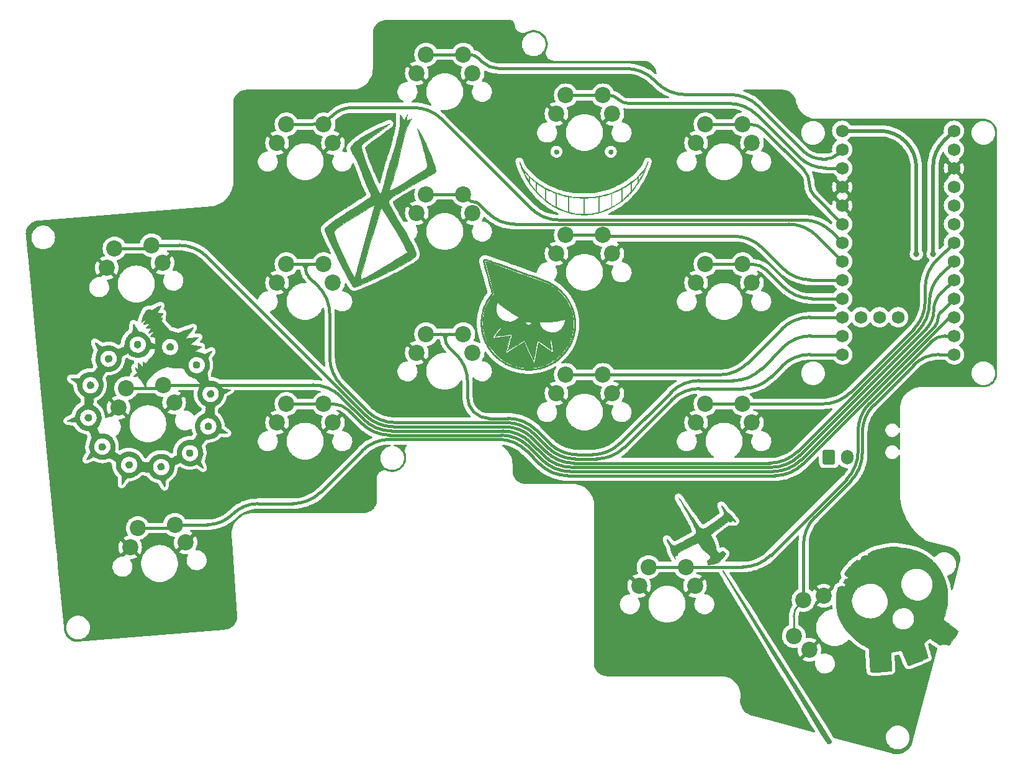
<source format=gbr>
%TF.GenerationSoftware,KiCad,Pcbnew,(6.0.4)*%
%TF.CreationDate,2022-05-05T21:32:52+02:00*%
%TF.ProjectId,Diom-34SP_PCB-rounded,44696f6d-2d33-4345-9350-5f5043422d72,rev?*%
%TF.SameCoordinates,Original*%
%TF.FileFunction,Copper,L1,Top*%
%TF.FilePolarity,Positive*%
%FSLAX46Y46*%
G04 Gerber Fmt 4.6, Leading zero omitted, Abs format (unit mm)*
G04 Created by KiCad (PCBNEW (6.0.4)) date 2022-05-05 21:32:52*
%MOMM*%
%LPD*%
G01*
G04 APERTURE LIST*
G04 Aperture macros list*
%AMRoundRect*
0 Rectangle with rounded corners*
0 $1 Rounding radius*
0 $2 $3 $4 $5 $6 $7 $8 $9 X,Y pos of 4 corners*
0 Add a 4 corners polygon primitive as box body*
4,1,4,$2,$3,$4,$5,$6,$7,$8,$9,$2,$3,0*
0 Add four circle primitives for the rounded corners*
1,1,$1+$1,$2,$3*
1,1,$1+$1,$4,$5*
1,1,$1+$1,$6,$7*
1,1,$1+$1,$8,$9*
0 Add four rect primitives between the rounded corners*
20,1,$1+$1,$2,$3,$4,$5,0*
20,1,$1+$1,$4,$5,$6,$7,0*
20,1,$1+$1,$6,$7,$8,$9,0*
20,1,$1+$1,$8,$9,$2,$3,0*%
G04 Aperture macros list end*
%TA.AperFunction,NonConductor*%
%ADD10C,0.020000*%
%TD*%
%TA.AperFunction,NonConductor*%
%ADD11C,0.008000*%
%TD*%
%TA.AperFunction,NonConductor*%
%ADD12C,0.025000*%
%TD*%
%TA.AperFunction,NonConductor*%
%ADD13C,0.014000*%
%TD*%
%TA.AperFunction,NonConductor*%
%ADD14C,0.015000*%
%TD*%
%TA.AperFunction,NonConductor*%
%ADD15C,0.013000*%
%TD*%
%TA.AperFunction,ComponentPad*%
%ADD16C,2.200000*%
%TD*%
%TA.AperFunction,ComponentPad*%
%ADD17RoundRect,0.250000X-0.600000X-0.750000X0.600000X-0.750000X0.600000X0.750000X-0.600000X0.750000X0*%
%TD*%
%TA.AperFunction,ComponentPad*%
%ADD18O,1.700000X2.000000*%
%TD*%
%TA.AperFunction,ComponentPad*%
%ADD19C,1.752600*%
%TD*%
%TA.AperFunction,ViaPad*%
%ADD20C,0.800000*%
%TD*%
%TA.AperFunction,Conductor*%
%ADD21C,0.508000*%
%TD*%
%TA.AperFunction,Conductor*%
%ADD22C,0.381000*%
%TD*%
%TA.AperFunction,Conductor*%
%ADD23C,0.254000*%
%TD*%
G04 APERTURE END LIST*
D10*
G36*
X82389512Y-91638741D02*
G01*
X82431922Y-91645792D01*
X82474496Y-91656625D01*
X82517052Y-91671370D01*
X82559404Y-91690158D01*
X82601368Y-91713117D01*
X82642762Y-91740379D01*
X82683399Y-91772073D01*
X82691135Y-91779307D01*
X82698651Y-91787717D01*
X82705936Y-91797238D01*
X82712979Y-91807806D01*
X82726296Y-91831818D01*
X82738512Y-91859231D01*
X82749539Y-91889525D01*
X82759288Y-91922176D01*
X82767670Y-91956662D01*
X82774597Y-91992463D01*
X82779980Y-92029056D01*
X82783730Y-92065920D01*
X82785758Y-92102531D01*
X82785975Y-92138370D01*
X82784294Y-92172913D01*
X82780625Y-92205639D01*
X82774879Y-92236026D01*
X82771200Y-92250180D01*
X82766969Y-92263553D01*
X82764970Y-92268749D01*
X82762523Y-92274161D01*
X82756341Y-92285578D01*
X82748532Y-92297699D01*
X82739209Y-92310416D01*
X82728483Y-92323624D01*
X82716465Y-92337215D01*
X82703267Y-92351085D01*
X82689000Y-92365126D01*
X82673775Y-92379232D01*
X82657704Y-92393298D01*
X82640898Y-92407215D01*
X82623468Y-92420880D01*
X82605526Y-92434184D01*
X82587184Y-92447022D01*
X82568552Y-92459287D01*
X82549741Y-92470874D01*
X82528471Y-92482810D01*
X82506881Y-92493545D01*
X82485014Y-92503090D01*
X82462911Y-92511455D01*
X82440616Y-92518652D01*
X82418171Y-92524692D01*
X82395618Y-92529585D01*
X82373000Y-92533342D01*
X82350360Y-92535974D01*
X82327740Y-92537492D01*
X82305182Y-92537906D01*
X82282730Y-92537227D01*
X82260426Y-92535467D01*
X82238311Y-92532636D01*
X82216430Y-92528745D01*
X82194824Y-92523804D01*
X82173535Y-92517825D01*
X82152607Y-92510818D01*
X82132082Y-92502795D01*
X82112002Y-92493765D01*
X82092410Y-92483741D01*
X82073349Y-92472732D01*
X82054861Y-92460749D01*
X82036988Y-92447804D01*
X82019774Y-92433907D01*
X82003259Y-92419069D01*
X81987489Y-92403301D01*
X81972503Y-92386613D01*
X81958346Y-92369017D01*
X81945060Y-92350523D01*
X81932687Y-92331142D01*
X81921270Y-92310886D01*
X81921270Y-92310889D01*
X81899733Y-92265690D01*
X81882963Y-92221020D01*
X81870776Y-92177008D01*
X81862987Y-92133785D01*
X81859413Y-92091480D01*
X81859870Y-92050225D01*
X81864173Y-92010148D01*
X81872138Y-91971381D01*
X81883581Y-91934053D01*
X81898319Y-91898294D01*
X81916167Y-91864235D01*
X81936941Y-91832005D01*
X81960456Y-91801736D01*
X81986530Y-91773556D01*
X82014977Y-91747597D01*
X82045614Y-91723988D01*
X82078257Y-91702859D01*
X82112721Y-91684341D01*
X82148823Y-91668563D01*
X82186378Y-91655656D01*
X82225203Y-91645751D01*
X82265112Y-91638976D01*
X82305923Y-91635463D01*
X82347451Y-91635341D01*
X82389512Y-91638741D01*
G37*
X82389512Y-91638741D02*
X82431922Y-91645792D01*
X82474496Y-91656625D01*
X82517052Y-91671370D01*
X82559404Y-91690158D01*
X82601368Y-91713117D01*
X82642762Y-91740379D01*
X82683399Y-91772073D01*
X82691135Y-91779307D01*
X82698651Y-91787717D01*
X82705936Y-91797238D01*
X82712979Y-91807806D01*
X82726296Y-91831818D01*
X82738512Y-91859231D01*
X82749539Y-91889525D01*
X82759288Y-91922176D01*
X82767670Y-91956662D01*
X82774597Y-91992463D01*
X82779980Y-92029056D01*
X82783730Y-92065920D01*
X82785758Y-92102531D01*
X82785975Y-92138370D01*
X82784294Y-92172913D01*
X82780625Y-92205639D01*
X82774879Y-92236026D01*
X82771200Y-92250180D01*
X82766969Y-92263553D01*
X82764970Y-92268749D01*
X82762523Y-92274161D01*
X82756341Y-92285578D01*
X82748532Y-92297699D01*
X82739209Y-92310416D01*
X82728483Y-92323624D01*
X82716465Y-92337215D01*
X82703267Y-92351085D01*
X82689000Y-92365126D01*
X82673775Y-92379232D01*
X82657704Y-92393298D01*
X82640898Y-92407215D01*
X82623468Y-92420880D01*
X82605526Y-92434184D01*
X82587184Y-92447022D01*
X82568552Y-92459287D01*
X82549741Y-92470874D01*
X82528471Y-92482810D01*
X82506881Y-92493545D01*
X82485014Y-92503090D01*
X82462911Y-92511455D01*
X82440616Y-92518652D01*
X82418171Y-92524692D01*
X82395618Y-92529585D01*
X82373000Y-92533342D01*
X82350360Y-92535974D01*
X82327740Y-92537492D01*
X82305182Y-92537906D01*
X82282730Y-92537227D01*
X82260426Y-92535467D01*
X82238311Y-92532636D01*
X82216430Y-92528745D01*
X82194824Y-92523804D01*
X82173535Y-92517825D01*
X82152607Y-92510818D01*
X82132082Y-92502795D01*
X82112002Y-92493765D01*
X82092410Y-92483741D01*
X82073349Y-92472732D01*
X82054861Y-92460749D01*
X82036988Y-92447804D01*
X82019774Y-92433907D01*
X82003259Y-92419069D01*
X81987489Y-92403301D01*
X81972503Y-92386613D01*
X81958346Y-92369017D01*
X81945060Y-92350523D01*
X81932687Y-92331142D01*
X81921270Y-92310886D01*
X81921270Y-92310889D01*
X81899733Y-92265690D01*
X81882963Y-92221020D01*
X81870776Y-92177008D01*
X81862987Y-92133785D01*
X81859413Y-92091480D01*
X81859870Y-92050225D01*
X81864173Y-92010148D01*
X81872138Y-91971381D01*
X81883581Y-91934053D01*
X81898319Y-91898294D01*
X81916167Y-91864235D01*
X81936941Y-91832005D01*
X81960456Y-91801736D01*
X81986530Y-91773556D01*
X82014977Y-91747597D01*
X82045614Y-91723988D01*
X82078257Y-91702859D01*
X82112721Y-91684341D01*
X82148823Y-91668563D01*
X82186378Y-91655656D01*
X82225203Y-91645751D01*
X82265112Y-91638976D01*
X82305923Y-91635463D01*
X82347451Y-91635341D01*
X82389512Y-91638741D01*
G36*
X93514549Y-81965392D02*
G01*
X93540854Y-81968073D01*
X93565902Y-81972463D01*
X93589943Y-81978637D01*
X93613224Y-81986668D01*
X93635993Y-81996632D01*
X93658499Y-82008602D01*
X93680988Y-82022653D01*
X93703710Y-82038860D01*
X93726912Y-82057298D01*
X93750842Y-82078039D01*
X93775748Y-82101160D01*
X93795474Y-82121313D01*
X93813455Y-82142362D01*
X93829708Y-82164235D01*
X93844249Y-82186859D01*
X93857092Y-82210160D01*
X93868253Y-82234067D01*
X93877749Y-82258505D01*
X93885594Y-82283403D01*
X93891805Y-82308688D01*
X93896396Y-82334285D01*
X93899384Y-82360124D01*
X93900785Y-82386130D01*
X93900613Y-82412232D01*
X93898885Y-82438355D01*
X93895617Y-82464428D01*
X93890823Y-82490377D01*
X93884519Y-82516130D01*
X93876722Y-82541614D01*
X93867446Y-82566756D01*
X93856707Y-82591482D01*
X93844522Y-82615721D01*
X93830905Y-82639400D01*
X93815873Y-82662444D01*
X93799440Y-82684783D01*
X93781623Y-82706342D01*
X93762437Y-82727050D01*
X93741898Y-82746832D01*
X93720022Y-82765617D01*
X93696823Y-82783331D01*
X93672318Y-82799902D01*
X93646523Y-82815256D01*
X93619453Y-82829321D01*
X93579685Y-82847296D01*
X93541238Y-82862075D01*
X93504010Y-82873637D01*
X93467897Y-82881961D01*
X93450227Y-82884903D01*
X93432797Y-82887027D01*
X93415595Y-82888332D01*
X93398607Y-82888814D01*
X93381822Y-82888472D01*
X93365225Y-82887302D01*
X93348805Y-82885302D01*
X93332548Y-82882469D01*
X93316442Y-82878801D01*
X93300473Y-82874296D01*
X93284630Y-82868950D01*
X93268898Y-82862762D01*
X93253266Y-82855727D01*
X93237720Y-82847845D01*
X93222247Y-82839112D01*
X93206836Y-82829526D01*
X93176143Y-82807784D01*
X93145540Y-82782599D01*
X93114923Y-82753949D01*
X93084190Y-82721814D01*
X93084193Y-82721820D01*
X93063888Y-82697694D01*
X93045836Y-82672531D01*
X93029997Y-82646439D01*
X93016331Y-82619528D01*
X93004798Y-82591906D01*
X92995360Y-82563682D01*
X92987976Y-82534965D01*
X92982607Y-82505863D01*
X92979214Y-82476486D01*
X92977757Y-82446943D01*
X92978196Y-82417341D01*
X92980493Y-82387790D01*
X92984606Y-82358399D01*
X92990498Y-82329276D01*
X92998128Y-82300530D01*
X93007457Y-82272271D01*
X93018445Y-82244606D01*
X93031053Y-82217646D01*
X93045241Y-82191497D01*
X93060970Y-82166270D01*
X93078200Y-82142073D01*
X93096892Y-82119016D01*
X93117006Y-82097205D01*
X93138502Y-82076752D01*
X93161341Y-82057763D01*
X93185484Y-82040349D01*
X93210892Y-82024618D01*
X93237523Y-82010679D01*
X93265339Y-81998640D01*
X93294301Y-81988611D01*
X93324369Y-81980699D01*
X93355503Y-81975015D01*
X93391808Y-81970268D01*
X93425618Y-81966858D01*
X93457179Y-81964859D01*
X93486740Y-81964345D01*
X93514549Y-81965392D01*
G37*
X93514549Y-81965392D02*
X93540854Y-81968073D01*
X93565902Y-81972463D01*
X93589943Y-81978637D01*
X93613224Y-81986668D01*
X93635993Y-81996632D01*
X93658499Y-82008602D01*
X93680988Y-82022653D01*
X93703710Y-82038860D01*
X93726912Y-82057298D01*
X93750842Y-82078039D01*
X93775748Y-82101160D01*
X93795474Y-82121313D01*
X93813455Y-82142362D01*
X93829708Y-82164235D01*
X93844249Y-82186859D01*
X93857092Y-82210160D01*
X93868253Y-82234067D01*
X93877749Y-82258505D01*
X93885594Y-82283403D01*
X93891805Y-82308688D01*
X93896396Y-82334285D01*
X93899384Y-82360124D01*
X93900785Y-82386130D01*
X93900613Y-82412232D01*
X93898885Y-82438355D01*
X93895617Y-82464428D01*
X93890823Y-82490377D01*
X93884519Y-82516130D01*
X93876722Y-82541614D01*
X93867446Y-82566756D01*
X93856707Y-82591482D01*
X93844522Y-82615721D01*
X93830905Y-82639400D01*
X93815873Y-82662444D01*
X93799440Y-82684783D01*
X93781623Y-82706342D01*
X93762437Y-82727050D01*
X93741898Y-82746832D01*
X93720022Y-82765617D01*
X93696823Y-82783331D01*
X93672318Y-82799902D01*
X93646523Y-82815256D01*
X93619453Y-82829321D01*
X93579685Y-82847296D01*
X93541238Y-82862075D01*
X93504010Y-82873637D01*
X93467897Y-82881961D01*
X93450227Y-82884903D01*
X93432797Y-82887027D01*
X93415595Y-82888332D01*
X93398607Y-82888814D01*
X93381822Y-82888472D01*
X93365225Y-82887302D01*
X93348805Y-82885302D01*
X93332548Y-82882469D01*
X93316442Y-82878801D01*
X93300473Y-82874296D01*
X93284630Y-82868950D01*
X93268898Y-82862762D01*
X93253266Y-82855727D01*
X93237720Y-82847845D01*
X93222247Y-82839112D01*
X93206836Y-82829526D01*
X93176143Y-82807784D01*
X93145540Y-82782599D01*
X93114923Y-82753949D01*
X93084190Y-82721814D01*
X93084193Y-82721820D01*
X93063888Y-82697694D01*
X93045836Y-82672531D01*
X93029997Y-82646439D01*
X93016331Y-82619528D01*
X93004798Y-82591906D01*
X92995360Y-82563682D01*
X92987976Y-82534965D01*
X92982607Y-82505863D01*
X92979214Y-82476486D01*
X92977757Y-82446943D01*
X92978196Y-82417341D01*
X92980493Y-82387790D01*
X92984606Y-82358399D01*
X92990498Y-82329276D01*
X92998128Y-82300530D01*
X93007457Y-82272271D01*
X93018445Y-82244606D01*
X93031053Y-82217646D01*
X93045241Y-82191497D01*
X93060970Y-82166270D01*
X93078200Y-82142073D01*
X93096892Y-82119016D01*
X93117006Y-82097205D01*
X93138502Y-82076752D01*
X93161341Y-82057763D01*
X93185484Y-82040349D01*
X93210892Y-82024618D01*
X93237523Y-82010679D01*
X93265339Y-81998640D01*
X93294301Y-81988611D01*
X93324369Y-81980699D01*
X93355503Y-81975015D01*
X93391808Y-81970268D01*
X93425618Y-81966858D01*
X93457179Y-81964859D01*
X93486740Y-81964345D01*
X93514549Y-81965392D01*
D11*
G36*
X130310235Y-72476198D02*
G01*
X130320051Y-72310693D01*
X130331087Y-72189368D01*
X130345781Y-72064059D01*
X130385490Y-71804039D01*
X130437882Y-71535735D01*
X130501658Y-71264248D01*
X130575522Y-70994680D01*
X130658175Y-70732132D01*
X130748320Y-70481704D01*
X130795797Y-70362629D01*
X130844660Y-70248498D01*
X130932937Y-70059813D01*
X131030923Y-69868715D01*
X131137013Y-69677793D01*
X131249602Y-69489636D01*
X131367085Y-69306830D01*
X131487857Y-69131964D01*
X131610312Y-68967627D01*
X131671670Y-68890215D01*
X131732846Y-68816405D01*
X131744136Y-68802890D01*
X131754818Y-68789694D01*
X131764647Y-68777149D01*
X131773379Y-68765586D01*
X131780770Y-68755335D01*
X131786575Y-68746727D01*
X131790549Y-68740092D01*
X131791773Y-68737619D01*
X131792449Y-68735762D01*
X131792172Y-68729979D01*
X131789614Y-68716383D01*
X131775268Y-68656915D01*
X131744637Y-68539686D01*
X131692949Y-68347021D01*
X131507304Y-67664684D01*
X131180151Y-66468510D01*
X130831153Y-65193109D01*
X130667734Y-64581569D01*
X130635084Y-64443458D01*
X130624188Y-64373765D01*
X130626833Y-64339975D01*
X130634805Y-64309572D01*
X130640732Y-64281723D01*
X130643691Y-64269489D01*
X130646734Y-64258201D01*
X130649929Y-64247723D01*
X130653342Y-64237919D01*
X130657038Y-64228654D01*
X130661084Y-64219791D01*
X130665546Y-64211196D01*
X130670489Y-64202731D01*
X130675982Y-64194262D01*
X130682088Y-64185652D01*
X130688876Y-64176767D01*
X130696410Y-64167469D01*
X130704757Y-64157623D01*
X130713983Y-64147094D01*
X130724988Y-64135033D01*
X130735916Y-64123801D01*
X130746847Y-64113405D01*
X130757861Y-64103852D01*
X130769038Y-64095148D01*
X130780458Y-64087300D01*
X130792199Y-64080314D01*
X130804343Y-64074197D01*
X130816968Y-64068955D01*
X130830155Y-64064594D01*
X130843983Y-64061122D01*
X130858532Y-64058544D01*
X130873882Y-64056868D01*
X130890112Y-64056099D01*
X130907303Y-64056244D01*
X130925534Y-64057310D01*
X130944884Y-64059302D01*
X130965435Y-64062229D01*
X130987264Y-64066095D01*
X131010453Y-64070908D01*
X131035081Y-64076674D01*
X131061228Y-64083400D01*
X131088972Y-64091091D01*
X131118396Y-64099755D01*
X131182596Y-64120027D01*
X131254465Y-64144267D01*
X131334644Y-64172526D01*
X131423768Y-64204858D01*
X131638639Y-64283111D01*
X131777121Y-64332653D01*
X131920618Y-64383487D01*
X132147550Y-64464843D01*
X132818329Y-64705009D01*
X133482153Y-64942549D01*
X134145977Y-65180090D01*
X134816787Y-65420139D01*
X135180166Y-65550069D01*
X135318674Y-65599354D01*
X135543547Y-65679998D01*
X136214356Y-65920048D01*
X136878214Y-66157454D01*
X137542038Y-66394998D01*
X138205759Y-66632941D01*
X138454471Y-66721956D01*
X138660197Y-66794516D01*
X138818632Y-66850502D01*
X138953643Y-66899669D01*
X139012849Y-66921501D01*
X139086579Y-66948187D01*
X139240028Y-67002611D01*
X139275559Y-67015474D01*
X139311530Y-67029364D01*
X139346988Y-67043860D01*
X139380982Y-67058536D01*
X139412558Y-67072971D01*
X139440764Y-67086742D01*
X139464647Y-67099426D01*
X139483255Y-67110599D01*
X139498908Y-67120655D01*
X139514578Y-67130308D01*
X139529846Y-67139326D01*
X139544292Y-67147481D01*
X139557497Y-67154540D01*
X139569041Y-67160273D01*
X139578507Y-67164450D01*
X139582328Y-67165883D01*
X139585473Y-67166840D01*
X139589103Y-67168001D01*
X139594347Y-67170031D01*
X139609277Y-67176503D01*
X139629461Y-67185865D01*
X139654098Y-67197725D01*
X139682385Y-67211692D01*
X139713518Y-67227373D01*
X139746696Y-67244378D01*
X139781117Y-67262315D01*
X140048529Y-67410726D01*
X140307633Y-67570428D01*
X140558092Y-67741037D01*
X140799568Y-67922171D01*
X141031723Y-68113446D01*
X141254222Y-68314479D01*
X141466726Y-68524887D01*
X141668899Y-68744286D01*
X141860403Y-68972294D01*
X142040902Y-69208527D01*
X142210057Y-69452602D01*
X142367533Y-69704136D01*
X142512991Y-69962746D01*
X142646095Y-70228048D01*
X142766507Y-70499660D01*
X142873890Y-70777198D01*
X142913779Y-70889885D01*
X142948398Y-70991832D01*
X142978887Y-71087025D01*
X143006382Y-71179451D01*
X143032024Y-71273097D01*
X143056949Y-71371949D01*
X143082298Y-71479995D01*
X143109209Y-71601221D01*
X143138392Y-71743178D01*
X143164285Y-71885331D01*
X143186884Y-72027604D01*
X143206188Y-72169919D01*
X143222194Y-72312198D01*
X143234900Y-72454363D01*
X143244302Y-72596338D01*
X143250399Y-72738043D01*
X143253188Y-72879403D01*
X143252667Y-73020338D01*
X143248834Y-73160771D01*
X143241685Y-73300625D01*
X143231219Y-73439822D01*
X143217432Y-73578284D01*
X143200323Y-73715933D01*
X143179890Y-73852692D01*
X143158983Y-73964090D01*
X143127950Y-74106841D01*
X143089463Y-74270455D01*
X143046197Y-74444445D01*
X143000825Y-74618322D01*
X142956020Y-74781595D01*
X142914455Y-74923777D01*
X142878804Y-75034378D01*
X142810677Y-75218946D01*
X142735421Y-75402262D01*
X142653235Y-75584042D01*
X142564315Y-75764001D01*
X142468860Y-75941856D01*
X142367066Y-76117321D01*
X142259131Y-76290112D01*
X142145253Y-76459945D01*
X142025629Y-76626535D01*
X141900456Y-76789598D01*
X141769931Y-76948850D01*
X141634253Y-77104005D01*
X141493618Y-77254781D01*
X141348225Y-77400891D01*
X141198269Y-77542053D01*
X141043950Y-77677980D01*
X140940516Y-77763842D01*
X140833443Y-77848417D01*
X140723041Y-77931526D01*
X140609619Y-78012988D01*
X140493488Y-78092623D01*
X140374957Y-78170250D01*
X140254336Y-78245687D01*
X140131934Y-78318756D01*
X140008062Y-78389274D01*
X139883029Y-78457062D01*
X139757145Y-78521939D01*
X139630720Y-78583724D01*
X139504063Y-78642236D01*
X139377485Y-78697296D01*
X139251294Y-78748722D01*
X139125802Y-78796334D01*
X138940927Y-78860966D01*
X138755928Y-78919917D01*
X138570693Y-78973200D01*
X138385109Y-79020829D01*
X138199065Y-79062818D01*
X138012448Y-79099178D01*
X137825148Y-79129924D01*
X137637052Y-79155069D01*
X137448048Y-79174626D01*
X137258024Y-79188608D01*
X137066869Y-79197029D01*
X136874471Y-79199902D01*
X136680718Y-79197239D01*
X136485497Y-79189055D01*
X136288698Y-79175363D01*
X136090208Y-79156175D01*
X136005485Y-79146417D01*
X135929424Y-79136351D01*
X135855600Y-79124699D01*
X135777586Y-79110180D01*
X135688957Y-79091516D01*
X135583285Y-79067425D01*
X135454144Y-79036630D01*
X135295109Y-78997849D01*
X135082351Y-78944535D01*
X134890309Y-78894363D01*
X134740061Y-78852970D01*
X134687197Y-78837328D01*
X134652686Y-78825996D01*
X134652638Y-78825983D01*
X134374809Y-78719025D01*
X134241062Y-78663351D01*
X134110447Y-78606041D01*
X133982729Y-78546964D01*
X133857675Y-78485989D01*
X133735048Y-78422988D01*
X133614616Y-78357829D01*
X133496143Y-78290383D01*
X133379395Y-78220519D01*
X133264137Y-78148107D01*
X133150134Y-78073017D01*
X133037153Y-77995118D01*
X132924959Y-77914281D01*
X132813316Y-77830375D01*
X132701991Y-77743271D01*
X132513534Y-77586982D01*
X132331760Y-77424191D01*
X132156790Y-77255078D01*
X131988746Y-77079824D01*
X131827749Y-76898607D01*
X131673920Y-76711608D01*
X131527381Y-76519007D01*
X131388252Y-76320983D01*
X131256655Y-76117715D01*
X131132712Y-75909385D01*
X131016544Y-75696171D01*
X130908271Y-75478253D01*
X130808016Y-75255812D01*
X130715899Y-75029026D01*
X130632042Y-74798076D01*
X130556566Y-74563142D01*
X130534057Y-74482846D01*
X130508711Y-74383243D01*
X130481799Y-74270129D01*
X130454593Y-74149299D01*
X130428363Y-74026549D01*
X130404382Y-73907675D01*
X130383922Y-73798472D01*
X130368252Y-73704737D01*
X130347270Y-73547311D01*
X130330309Y-73377767D01*
X130317495Y-73199762D01*
X130308954Y-73016948D01*
X130304813Y-72832980D01*
X130305100Y-72697380D01*
X130489830Y-72697380D01*
X130491000Y-72935708D01*
X130501725Y-73174075D01*
X130522001Y-73412320D01*
X130551822Y-73650285D01*
X130591186Y-73887812D01*
X130640088Y-74124742D01*
X130698524Y-74360915D01*
X130766491Y-74596174D01*
X130843984Y-74830358D01*
X130944640Y-75095807D01*
X131057640Y-75355857D01*
X131182672Y-75610144D01*
X131319424Y-75858306D01*
X131467583Y-76099977D01*
X131626836Y-76334796D01*
X131796872Y-76562397D01*
X131977377Y-76782417D01*
X132168040Y-76994493D01*
X132368548Y-77198261D01*
X132578589Y-77393356D01*
X132797850Y-77579416D01*
X133026018Y-77756077D01*
X133262782Y-77922975D01*
X133507829Y-78079746D01*
X133760846Y-78226026D01*
X133868429Y-78283599D01*
X133977494Y-78339108D01*
X134088036Y-78392552D01*
X134200049Y-78443928D01*
X134313527Y-78493234D01*
X134428465Y-78540469D01*
X134544858Y-78585630D01*
X134662700Y-78628716D01*
X134781985Y-78669724D01*
X134902708Y-78708654D01*
X135148445Y-78780266D01*
X135399869Y-78843538D01*
X135656934Y-78898453D01*
X135656933Y-78898453D01*
X135875158Y-78937029D01*
X136094318Y-78967775D01*
X136314215Y-78990708D01*
X136534656Y-79005846D01*
X136755442Y-79013205D01*
X136976379Y-79012804D01*
X137197271Y-79004661D01*
X137417922Y-78988792D01*
X137638135Y-78965215D01*
X137857715Y-78933948D01*
X138076467Y-78895009D01*
X138294194Y-78848414D01*
X138510700Y-78794181D01*
X138725789Y-78732328D01*
X138939266Y-78662873D01*
X139150935Y-78585832D01*
X139270236Y-78538336D01*
X139390431Y-78487087D01*
X139511177Y-78432290D01*
X139632127Y-78374154D01*
X139752939Y-78312884D01*
X139873268Y-78248688D01*
X139992768Y-78181772D01*
X140111095Y-78112344D01*
X140227905Y-78040609D01*
X140342854Y-77966776D01*
X140455596Y-77891051D01*
X140565788Y-77813640D01*
X140673084Y-77734750D01*
X140777140Y-77654589D01*
X140877612Y-77573363D01*
X140974155Y-77491279D01*
X141096859Y-77381202D01*
X141216583Y-77267775D01*
X141333263Y-77151083D01*
X141446837Y-77031213D01*
X141557239Y-76908250D01*
X141664407Y-76782281D01*
X141768275Y-76653391D01*
X141868782Y-76521667D01*
X141965862Y-76387194D01*
X142059452Y-76250058D01*
X142149487Y-76110346D01*
X142235906Y-75968143D01*
X142318642Y-75823535D01*
X142397633Y-75676608D01*
X142472815Y-75527449D01*
X142544124Y-75376143D01*
X142591005Y-75268849D01*
X142636685Y-75155792D01*
X142680985Y-75037691D01*
X142723722Y-74915262D01*
X142803790Y-74660296D01*
X142875443Y-74396636D01*
X142937236Y-74130025D01*
X142987725Y-73866207D01*
X143008279Y-73737140D01*
X143025464Y-73610924D01*
X143039100Y-73488278D01*
X143049007Y-73369919D01*
X143056515Y-73252277D01*
X143062000Y-73145034D01*
X143065479Y-73045113D01*
X143066967Y-72949436D01*
X143066482Y-72854927D01*
X143064039Y-72758507D01*
X143059654Y-72657101D01*
X143053343Y-72547629D01*
X143042083Y-72398354D01*
X143027291Y-72249713D01*
X143008984Y-72101766D01*
X142987177Y-71954574D01*
X142961886Y-71808197D01*
X142933127Y-71662694D01*
X142900915Y-71518127D01*
X142865267Y-71374556D01*
X142826197Y-71232040D01*
X142783723Y-71090641D01*
X142737859Y-70950419D01*
X142688621Y-70811434D01*
X142636026Y-70673746D01*
X142580088Y-70537416D01*
X142520824Y-70402503D01*
X142458249Y-70269069D01*
X142357599Y-70069849D01*
X142251416Y-69876741D01*
X142139329Y-69689199D01*
X142020971Y-69506676D01*
X141895971Y-69328625D01*
X141763960Y-69154498D01*
X141624569Y-68983747D01*
X141477429Y-68815827D01*
X141396081Y-68726732D01*
X141324121Y-68649508D01*
X141258204Y-68580873D01*
X141194982Y-68517547D01*
X141131110Y-68456248D01*
X141063241Y-68393695D01*
X140988031Y-68326607D01*
X140902131Y-68251702D01*
X140738745Y-68115134D01*
X140570214Y-67983550D01*
X140397536Y-67857606D01*
X140221707Y-67737956D01*
X140043726Y-67625256D01*
X139864589Y-67520162D01*
X139774900Y-67470671D01*
X139685295Y-67423327D01*
X139595900Y-67378211D01*
X139506840Y-67335407D01*
X139484443Y-67324653D01*
X139462291Y-67313527D01*
X139440958Y-67302349D01*
X139421020Y-67291441D01*
X139403051Y-67281126D01*
X139387625Y-67271724D01*
X139375318Y-67263559D01*
X139370514Y-67260040D01*
X139366705Y-67256950D01*
X139362911Y-67253940D01*
X139358151Y-67250652D01*
X139352495Y-67247120D01*
X139346015Y-67243376D01*
X139338780Y-67239452D01*
X139330860Y-67235381D01*
X139322327Y-67231195D01*
X139313249Y-67226927D01*
X139293745Y-67218273D01*
X139272910Y-67209678D01*
X139251307Y-67201402D01*
X139240394Y-67197465D01*
X139229499Y-67193704D01*
X139171530Y-67173730D01*
X139091553Y-67145584D01*
X138907800Y-67079740D01*
X138306981Y-66864247D01*
X137643201Y-66626534D01*
X136979355Y-66389078D01*
X136308518Y-66149125D01*
X136081593Y-66067743D01*
X135938082Y-66016966D01*
X135796639Y-65966877D01*
X135574678Y-65887153D01*
X134910940Y-65649277D01*
X134247133Y-65411666D01*
X133583329Y-65174049D01*
X132178731Y-64671803D01*
X131056528Y-64270884D01*
X131034468Y-64263425D01*
X131013797Y-64257061D01*
X130994455Y-64251797D01*
X130976379Y-64247636D01*
X130959507Y-64244584D01*
X130943778Y-64242643D01*
X130929131Y-64241817D01*
X130915502Y-64242112D01*
X130902831Y-64243531D01*
X130891055Y-64246077D01*
X130880114Y-64249755D01*
X130869944Y-64254569D01*
X130860485Y-64260523D01*
X130851675Y-64267621D01*
X130843451Y-64275867D01*
X130835752Y-64285265D01*
X130829210Y-64294531D01*
X130826290Y-64299126D01*
X130823605Y-64303733D01*
X130821158Y-64308379D01*
X130818949Y-64313093D01*
X130816981Y-64317903D01*
X130815255Y-64322836D01*
X130813773Y-64327921D01*
X130812535Y-64333186D01*
X130811544Y-64338657D01*
X130810802Y-64344365D01*
X130810309Y-64350335D01*
X130810067Y-64356596D01*
X130810078Y-64363177D01*
X130810343Y-64370105D01*
X130810864Y-64377408D01*
X130811643Y-64385114D01*
X130812681Y-64393250D01*
X130813979Y-64401846D01*
X130817362Y-64420526D01*
X130821807Y-64441376D01*
X130827324Y-64464620D01*
X130833927Y-64490482D01*
X130841627Y-64519186D01*
X130850437Y-64550954D01*
X131062694Y-65325510D01*
X131479358Y-66849624D01*
X131867841Y-68269976D01*
X132009258Y-68788807D01*
X131913899Y-68899244D01*
X131817185Y-69014411D01*
X131723522Y-69132351D01*
X131632939Y-69253007D01*
X131545468Y-69376325D01*
X131461138Y-69502248D01*
X131379980Y-69630722D01*
X131302024Y-69761690D01*
X131227300Y-69895096D01*
X131155838Y-70030886D01*
X131087668Y-70169004D01*
X131022821Y-70309393D01*
X130961327Y-70451999D01*
X130903216Y-70596766D01*
X130848519Y-70743637D01*
X130797264Y-70892559D01*
X130749484Y-71043474D01*
X130683664Y-71277092D01*
X130627427Y-71511860D01*
X130580767Y-71747618D01*
X130543682Y-71984208D01*
X130516166Y-72221471D01*
X130498217Y-72459248D01*
X130489830Y-72697380D01*
X130305100Y-72697380D01*
X130305197Y-72651512D01*
X130310235Y-72476198D01*
G37*
X130310235Y-72476198D02*
X130320051Y-72310693D01*
X130331087Y-72189368D01*
X130345781Y-72064059D01*
X130385490Y-71804039D01*
X130437882Y-71535735D01*
X130501658Y-71264248D01*
X130575522Y-70994680D01*
X130658175Y-70732132D01*
X130748320Y-70481704D01*
X130795797Y-70362629D01*
X130844660Y-70248498D01*
X130932937Y-70059813D01*
X131030923Y-69868715D01*
X131137013Y-69677793D01*
X131249602Y-69489636D01*
X131367085Y-69306830D01*
X131487857Y-69131964D01*
X131610312Y-68967627D01*
X131671670Y-68890215D01*
X131732846Y-68816405D01*
X131744136Y-68802890D01*
X131754818Y-68789694D01*
X131764647Y-68777149D01*
X131773379Y-68765586D01*
X131780770Y-68755335D01*
X131786575Y-68746727D01*
X131790549Y-68740092D01*
X131791773Y-68737619D01*
X131792449Y-68735762D01*
X131792172Y-68729979D01*
X131789614Y-68716383D01*
X131775268Y-68656915D01*
X131744637Y-68539686D01*
X131692949Y-68347021D01*
X131507304Y-67664684D01*
X131180151Y-66468510D01*
X130831153Y-65193109D01*
X130667734Y-64581569D01*
X130635084Y-64443458D01*
X130624188Y-64373765D01*
X130626833Y-64339975D01*
X130634805Y-64309572D01*
X130640732Y-64281723D01*
X130643691Y-64269489D01*
X130646734Y-64258201D01*
X130649929Y-64247723D01*
X130653342Y-64237919D01*
X130657038Y-64228654D01*
X130661084Y-64219791D01*
X130665546Y-64211196D01*
X130670489Y-64202731D01*
X130675982Y-64194262D01*
X130682088Y-64185652D01*
X130688876Y-64176767D01*
X130696410Y-64167469D01*
X130704757Y-64157623D01*
X130713983Y-64147094D01*
X130724988Y-64135033D01*
X130735916Y-64123801D01*
X130746847Y-64113405D01*
X130757861Y-64103852D01*
X130769038Y-64095148D01*
X130780458Y-64087300D01*
X130792199Y-64080314D01*
X130804343Y-64074197D01*
X130816968Y-64068955D01*
X130830155Y-64064594D01*
X130843983Y-64061122D01*
X130858532Y-64058544D01*
X130873882Y-64056868D01*
X130890112Y-64056099D01*
X130907303Y-64056244D01*
X130925534Y-64057310D01*
X130944884Y-64059302D01*
X130965435Y-64062229D01*
X130987264Y-64066095D01*
X131010453Y-64070908D01*
X131035081Y-64076674D01*
X131061228Y-64083400D01*
X131088972Y-64091091D01*
X131118396Y-64099755D01*
X131182596Y-64120027D01*
X131254465Y-64144267D01*
X131334644Y-64172526D01*
X131423768Y-64204858D01*
X131638639Y-64283111D01*
X131777121Y-64332653D01*
X131920618Y-64383487D01*
X132147550Y-64464843D01*
X132818329Y-64705009D01*
X133482153Y-64942549D01*
X134145977Y-65180090D01*
X134816787Y-65420139D01*
X135180166Y-65550069D01*
X135318674Y-65599354D01*
X135543547Y-65679998D01*
X136214356Y-65920048D01*
X136878214Y-66157454D01*
X137542038Y-66394998D01*
X138205759Y-66632941D01*
X138454471Y-66721956D01*
X138660197Y-66794516D01*
X138818632Y-66850502D01*
X138953643Y-66899669D01*
X139012849Y-66921501D01*
X139086579Y-66948187D01*
X139240028Y-67002611D01*
X139275559Y-67015474D01*
X139311530Y-67029364D01*
X139346988Y-67043860D01*
X139380982Y-67058536D01*
X139412558Y-67072971D01*
X139440764Y-67086742D01*
X139464647Y-67099426D01*
X139483255Y-67110599D01*
X139498908Y-67120655D01*
X139514578Y-67130308D01*
X139529846Y-67139326D01*
X139544292Y-67147481D01*
X139557497Y-67154540D01*
X139569041Y-67160273D01*
X139578507Y-67164450D01*
X139582328Y-67165883D01*
X139585473Y-67166840D01*
X139589103Y-67168001D01*
X139594347Y-67170031D01*
X139609277Y-67176503D01*
X139629461Y-67185865D01*
X139654098Y-67197725D01*
X139682385Y-67211692D01*
X139713518Y-67227373D01*
X139746696Y-67244378D01*
X139781117Y-67262315D01*
X140048529Y-67410726D01*
X140307633Y-67570428D01*
X140558092Y-67741037D01*
X140799568Y-67922171D01*
X141031723Y-68113446D01*
X141254222Y-68314479D01*
X141466726Y-68524887D01*
X141668899Y-68744286D01*
X141860403Y-68972294D01*
X142040902Y-69208527D01*
X142210057Y-69452602D01*
X142367533Y-69704136D01*
X142512991Y-69962746D01*
X142646095Y-70228048D01*
X142766507Y-70499660D01*
X142873890Y-70777198D01*
X142913779Y-70889885D01*
X142948398Y-70991832D01*
X142978887Y-71087025D01*
X143006382Y-71179451D01*
X143032024Y-71273097D01*
X143056949Y-71371949D01*
X143082298Y-71479995D01*
X143109209Y-71601221D01*
X143138392Y-71743178D01*
X143164285Y-71885331D01*
X143186884Y-72027604D01*
X143206188Y-72169919D01*
X143222194Y-72312198D01*
X143234900Y-72454363D01*
X143244302Y-72596338D01*
X143250399Y-72738043D01*
X143253188Y-72879403D01*
X143252667Y-73020338D01*
X143248834Y-73160771D01*
X143241685Y-73300625D01*
X143231219Y-73439822D01*
X143217432Y-73578284D01*
X143200323Y-73715933D01*
X143179890Y-73852692D01*
X143158983Y-73964090D01*
X143127950Y-74106841D01*
X143089463Y-74270455D01*
X143046197Y-74444445D01*
X143000825Y-74618322D01*
X142956020Y-74781595D01*
X142914455Y-74923777D01*
X142878804Y-75034378D01*
X142810677Y-75218946D01*
X142735421Y-75402262D01*
X142653235Y-75584042D01*
X142564315Y-75764001D01*
X142468860Y-75941856D01*
X142367066Y-76117321D01*
X142259131Y-76290112D01*
X142145253Y-76459945D01*
X142025629Y-76626535D01*
X141900456Y-76789598D01*
X141769931Y-76948850D01*
X141634253Y-77104005D01*
X141493618Y-77254781D01*
X141348225Y-77400891D01*
X141198269Y-77542053D01*
X141043950Y-77677980D01*
X140940516Y-77763842D01*
X140833443Y-77848417D01*
X140723041Y-77931526D01*
X140609619Y-78012988D01*
X140493488Y-78092623D01*
X140374957Y-78170250D01*
X140254336Y-78245687D01*
X140131934Y-78318756D01*
X140008062Y-78389274D01*
X139883029Y-78457062D01*
X139757145Y-78521939D01*
X139630720Y-78583724D01*
X139504063Y-78642236D01*
X139377485Y-78697296D01*
X139251294Y-78748722D01*
X139125802Y-78796334D01*
X138940927Y-78860966D01*
X138755928Y-78919917D01*
X138570693Y-78973200D01*
X138385109Y-79020829D01*
X138199065Y-79062818D01*
X138012448Y-79099178D01*
X137825148Y-79129924D01*
X137637052Y-79155069D01*
X137448048Y-79174626D01*
X137258024Y-79188608D01*
X137066869Y-79197029D01*
X136874471Y-79199902D01*
X136680718Y-79197239D01*
X136485497Y-79189055D01*
X136288698Y-79175363D01*
X136090208Y-79156175D01*
X136005485Y-79146417D01*
X135929424Y-79136351D01*
X135855600Y-79124699D01*
X135777586Y-79110180D01*
X135688957Y-79091516D01*
X135583285Y-79067425D01*
X135454144Y-79036630D01*
X135295109Y-78997849D01*
X135082351Y-78944535D01*
X134890309Y-78894363D01*
X134740061Y-78852970D01*
X134687197Y-78837328D01*
X134652686Y-78825996D01*
X134652638Y-78825983D01*
X134374809Y-78719025D01*
X134241062Y-78663351D01*
X134110447Y-78606041D01*
X133982729Y-78546964D01*
X133857675Y-78485989D01*
X133735048Y-78422988D01*
X133614616Y-78357829D01*
X133496143Y-78290383D01*
X133379395Y-78220519D01*
X133264137Y-78148107D01*
X133150134Y-78073017D01*
X133037153Y-77995118D01*
X132924959Y-77914281D01*
X132813316Y-77830375D01*
X132701991Y-77743271D01*
X132513534Y-77586982D01*
X132331760Y-77424191D01*
X132156790Y-77255078D01*
X131988746Y-77079824D01*
X131827749Y-76898607D01*
X131673920Y-76711608D01*
X131527381Y-76519007D01*
X131388252Y-76320983D01*
X131256655Y-76117715D01*
X131132712Y-75909385D01*
X131016544Y-75696171D01*
X130908271Y-75478253D01*
X130808016Y-75255812D01*
X130715899Y-75029026D01*
X130632042Y-74798076D01*
X130556566Y-74563142D01*
X130534057Y-74482846D01*
X130508711Y-74383243D01*
X130481799Y-74270129D01*
X130454593Y-74149299D01*
X130428363Y-74026549D01*
X130404382Y-73907675D01*
X130383922Y-73798472D01*
X130368252Y-73704737D01*
X130347270Y-73547311D01*
X130330309Y-73377767D01*
X130317495Y-73199762D01*
X130308954Y-73016948D01*
X130304813Y-72832980D01*
X130305100Y-72697380D01*
X130489830Y-72697380D01*
X130491000Y-72935708D01*
X130501725Y-73174075D01*
X130522001Y-73412320D01*
X130551822Y-73650285D01*
X130591186Y-73887812D01*
X130640088Y-74124742D01*
X130698524Y-74360915D01*
X130766491Y-74596174D01*
X130843984Y-74830358D01*
X130944640Y-75095807D01*
X131057640Y-75355857D01*
X131182672Y-75610144D01*
X131319424Y-75858306D01*
X131467583Y-76099977D01*
X131626836Y-76334796D01*
X131796872Y-76562397D01*
X131977377Y-76782417D01*
X132168040Y-76994493D01*
X132368548Y-77198261D01*
X132578589Y-77393356D01*
X132797850Y-77579416D01*
X133026018Y-77756077D01*
X133262782Y-77922975D01*
X133507829Y-78079746D01*
X133760846Y-78226026D01*
X133868429Y-78283599D01*
X133977494Y-78339108D01*
X134088036Y-78392552D01*
X134200049Y-78443928D01*
X134313527Y-78493234D01*
X134428465Y-78540469D01*
X134544858Y-78585630D01*
X134662700Y-78628716D01*
X134781985Y-78669724D01*
X134902708Y-78708654D01*
X135148445Y-78780266D01*
X135399869Y-78843538D01*
X135656934Y-78898453D01*
X135656933Y-78898453D01*
X135875158Y-78937029D01*
X136094318Y-78967775D01*
X136314215Y-78990708D01*
X136534656Y-79005846D01*
X136755442Y-79013205D01*
X136976379Y-79012804D01*
X137197271Y-79004661D01*
X137417922Y-78988792D01*
X137638135Y-78965215D01*
X137857715Y-78933948D01*
X138076467Y-78895009D01*
X138294194Y-78848414D01*
X138510700Y-78794181D01*
X138725789Y-78732328D01*
X138939266Y-78662873D01*
X139150935Y-78585832D01*
X139270236Y-78538336D01*
X139390431Y-78487087D01*
X139511177Y-78432290D01*
X139632127Y-78374154D01*
X139752939Y-78312884D01*
X139873268Y-78248688D01*
X139992768Y-78181772D01*
X140111095Y-78112344D01*
X140227905Y-78040609D01*
X140342854Y-77966776D01*
X140455596Y-77891051D01*
X140565788Y-77813640D01*
X140673084Y-77734750D01*
X140777140Y-77654589D01*
X140877612Y-77573363D01*
X140974155Y-77491279D01*
X141096859Y-77381202D01*
X141216583Y-77267775D01*
X141333263Y-77151083D01*
X141446837Y-77031213D01*
X141557239Y-76908250D01*
X141664407Y-76782281D01*
X141768275Y-76653391D01*
X141868782Y-76521667D01*
X141965862Y-76387194D01*
X142059452Y-76250058D01*
X142149487Y-76110346D01*
X142235906Y-75968143D01*
X142318642Y-75823535D01*
X142397633Y-75676608D01*
X142472815Y-75527449D01*
X142544124Y-75376143D01*
X142591005Y-75268849D01*
X142636685Y-75155792D01*
X142680985Y-75037691D01*
X142723722Y-74915262D01*
X142803790Y-74660296D01*
X142875443Y-74396636D01*
X142937236Y-74130025D01*
X142987725Y-73866207D01*
X143008279Y-73737140D01*
X143025464Y-73610924D01*
X143039100Y-73488278D01*
X143049007Y-73369919D01*
X143056515Y-73252277D01*
X143062000Y-73145034D01*
X143065479Y-73045113D01*
X143066967Y-72949436D01*
X143066482Y-72854927D01*
X143064039Y-72758507D01*
X143059654Y-72657101D01*
X143053343Y-72547629D01*
X143042083Y-72398354D01*
X143027291Y-72249713D01*
X143008984Y-72101766D01*
X142987177Y-71954574D01*
X142961886Y-71808197D01*
X142933127Y-71662694D01*
X142900915Y-71518127D01*
X142865267Y-71374556D01*
X142826197Y-71232040D01*
X142783723Y-71090641D01*
X142737859Y-70950419D01*
X142688621Y-70811434D01*
X142636026Y-70673746D01*
X142580088Y-70537416D01*
X142520824Y-70402503D01*
X142458249Y-70269069D01*
X142357599Y-70069849D01*
X142251416Y-69876741D01*
X142139329Y-69689199D01*
X142020971Y-69506676D01*
X141895971Y-69328625D01*
X141763960Y-69154498D01*
X141624569Y-68983747D01*
X141477429Y-68815827D01*
X141396081Y-68726732D01*
X141324121Y-68649508D01*
X141258204Y-68580873D01*
X141194982Y-68517547D01*
X141131110Y-68456248D01*
X141063241Y-68393695D01*
X140988031Y-68326607D01*
X140902131Y-68251702D01*
X140738745Y-68115134D01*
X140570214Y-67983550D01*
X140397536Y-67857606D01*
X140221707Y-67737956D01*
X140043726Y-67625256D01*
X139864589Y-67520162D01*
X139774900Y-67470671D01*
X139685295Y-67423327D01*
X139595900Y-67378211D01*
X139506840Y-67335407D01*
X139484443Y-67324653D01*
X139462291Y-67313527D01*
X139440958Y-67302349D01*
X139421020Y-67291441D01*
X139403051Y-67281126D01*
X139387625Y-67271724D01*
X139375318Y-67263559D01*
X139370514Y-67260040D01*
X139366705Y-67256950D01*
X139362911Y-67253940D01*
X139358151Y-67250652D01*
X139352495Y-67247120D01*
X139346015Y-67243376D01*
X139338780Y-67239452D01*
X139330860Y-67235381D01*
X139322327Y-67231195D01*
X139313249Y-67226927D01*
X139293745Y-67218273D01*
X139272910Y-67209678D01*
X139251307Y-67201402D01*
X139240394Y-67197465D01*
X139229499Y-67193704D01*
X139171530Y-67173730D01*
X139091553Y-67145584D01*
X138907800Y-67079740D01*
X138306981Y-66864247D01*
X137643201Y-66626534D01*
X136979355Y-66389078D01*
X136308518Y-66149125D01*
X136081593Y-66067743D01*
X135938082Y-66016966D01*
X135796639Y-65966877D01*
X135574678Y-65887153D01*
X134910940Y-65649277D01*
X134247133Y-65411666D01*
X133583329Y-65174049D01*
X132178731Y-64671803D01*
X131056528Y-64270884D01*
X131034468Y-64263425D01*
X131013797Y-64257061D01*
X130994455Y-64251797D01*
X130976379Y-64247636D01*
X130959507Y-64244584D01*
X130943778Y-64242643D01*
X130929131Y-64241817D01*
X130915502Y-64242112D01*
X130902831Y-64243531D01*
X130891055Y-64246077D01*
X130880114Y-64249755D01*
X130869944Y-64254569D01*
X130860485Y-64260523D01*
X130851675Y-64267621D01*
X130843451Y-64275867D01*
X130835752Y-64285265D01*
X130829210Y-64294531D01*
X130826290Y-64299126D01*
X130823605Y-64303733D01*
X130821158Y-64308379D01*
X130818949Y-64313093D01*
X130816981Y-64317903D01*
X130815255Y-64322836D01*
X130813773Y-64327921D01*
X130812535Y-64333186D01*
X130811544Y-64338657D01*
X130810802Y-64344365D01*
X130810309Y-64350335D01*
X130810067Y-64356596D01*
X130810078Y-64363177D01*
X130810343Y-64370105D01*
X130810864Y-64377408D01*
X130811643Y-64385114D01*
X130812681Y-64393250D01*
X130813979Y-64401846D01*
X130817362Y-64420526D01*
X130821807Y-64441376D01*
X130827324Y-64464620D01*
X130833927Y-64490482D01*
X130841627Y-64519186D01*
X130850437Y-64550954D01*
X131062694Y-65325510D01*
X131479358Y-66849624D01*
X131867841Y-68269976D01*
X132009258Y-68788807D01*
X131913899Y-68899244D01*
X131817185Y-69014411D01*
X131723522Y-69132351D01*
X131632939Y-69253007D01*
X131545468Y-69376325D01*
X131461138Y-69502248D01*
X131379980Y-69630722D01*
X131302024Y-69761690D01*
X131227300Y-69895096D01*
X131155838Y-70030886D01*
X131087668Y-70169004D01*
X131022821Y-70309393D01*
X130961327Y-70451999D01*
X130903216Y-70596766D01*
X130848519Y-70743637D01*
X130797264Y-70892559D01*
X130749484Y-71043474D01*
X130683664Y-71277092D01*
X130627427Y-71511860D01*
X130580767Y-71747618D01*
X130543682Y-71984208D01*
X130516166Y-72221471D01*
X130498217Y-72459248D01*
X130489830Y-72697380D01*
X130305100Y-72697380D01*
X130305197Y-72651512D01*
X130310235Y-72476198D01*
D10*
G36*
X76740560Y-85209802D02*
G01*
X76757204Y-85211107D01*
X76774209Y-85213075D01*
X76791594Y-85215701D01*
X76809375Y-85218981D01*
X76846191Y-85227493D01*
X76884792Y-85238581D01*
X76925312Y-85252219D01*
X76958658Y-85265058D01*
X76989806Y-85278913D01*
X77018812Y-85293852D01*
X77045733Y-85309944D01*
X77058429Y-85318443D01*
X77070625Y-85327256D01*
X77082328Y-85336392D01*
X77093545Y-85345858D01*
X77104284Y-85355664D01*
X77114551Y-85365818D01*
X77124354Y-85376328D01*
X77133699Y-85387204D01*
X77142594Y-85398453D01*
X77151046Y-85410084D01*
X77159061Y-85422106D01*
X77166648Y-85434528D01*
X77173813Y-85447357D01*
X77180563Y-85460603D01*
X77192846Y-85488379D01*
X77203556Y-85517923D01*
X77212749Y-85549303D01*
X77220481Y-85582590D01*
X77226809Y-85617850D01*
X77231508Y-85654273D01*
X77233937Y-85688935D01*
X77234035Y-85721953D01*
X77231739Y-85753442D01*
X77229673Y-85768650D01*
X77226987Y-85783521D01*
X77223670Y-85798068D01*
X77219716Y-85812306D01*
X77215118Y-85826250D01*
X77209866Y-85839915D01*
X77203954Y-85853315D01*
X77197373Y-85866465D01*
X77190116Y-85879379D01*
X77182176Y-85892072D01*
X77173543Y-85904559D01*
X77164212Y-85916854D01*
X77154173Y-85928972D01*
X77143418Y-85940928D01*
X77119734Y-85964411D01*
X77093097Y-85987421D01*
X77063444Y-86010073D01*
X77030713Y-86032486D01*
X76994843Y-86054776D01*
X76968121Y-86070216D01*
X76942865Y-86083823D01*
X76918848Y-86095621D01*
X76895845Y-86105635D01*
X76873629Y-86113888D01*
X76851974Y-86120406D01*
X76830653Y-86125212D01*
X76809441Y-86128331D01*
X76788110Y-86129786D01*
X76766435Y-86129604D01*
X76744189Y-86127807D01*
X76721147Y-86124420D01*
X76697081Y-86119468D01*
X76671765Y-86112975D01*
X76644974Y-86104965D01*
X76616480Y-86095462D01*
X76592934Y-86086819D01*
X76570299Y-86077604D01*
X76548589Y-86067827D01*
X76527818Y-86057499D01*
X76507998Y-86046630D01*
X76489144Y-86035231D01*
X76471269Y-86023313D01*
X76454387Y-86010886D01*
X76438511Y-85997959D01*
X76423655Y-85984545D01*
X76409832Y-85970653D01*
X76397055Y-85956294D01*
X76385340Y-85941477D01*
X76374698Y-85926215D01*
X76365144Y-85910517D01*
X76356690Y-85894394D01*
X76341370Y-85859685D01*
X76328785Y-85824661D01*
X76318920Y-85789417D01*
X76311762Y-85754051D01*
X76307298Y-85718662D01*
X76305514Y-85683345D01*
X76306397Y-85648200D01*
X76309931Y-85613323D01*
X76316105Y-85578812D01*
X76324904Y-85544764D01*
X76336315Y-85511278D01*
X76350324Y-85478449D01*
X76366917Y-85446376D01*
X76386082Y-85415157D01*
X76407803Y-85384888D01*
X76432068Y-85355667D01*
X76457906Y-85328112D01*
X76470831Y-85315440D01*
X76483782Y-85303501D01*
X76496776Y-85292290D01*
X76509831Y-85281805D01*
X76522962Y-85272041D01*
X76536186Y-85262995D01*
X76549521Y-85254665D01*
X76562984Y-85247045D01*
X76576590Y-85240133D01*
X76590357Y-85233926D01*
X76604301Y-85228419D01*
X76618440Y-85223609D01*
X76632789Y-85219492D01*
X76647367Y-85216066D01*
X76662190Y-85213326D01*
X76677274Y-85211269D01*
X76692636Y-85209892D01*
X76708293Y-85209191D01*
X76724262Y-85209162D01*
X76740560Y-85209802D01*
G37*
X76740560Y-85209802D02*
X76757204Y-85211107D01*
X76774209Y-85213075D01*
X76791594Y-85215701D01*
X76809375Y-85218981D01*
X76846191Y-85227493D01*
X76884792Y-85238581D01*
X76925312Y-85252219D01*
X76958658Y-85265058D01*
X76989806Y-85278913D01*
X77018812Y-85293852D01*
X77045733Y-85309944D01*
X77058429Y-85318443D01*
X77070625Y-85327256D01*
X77082328Y-85336392D01*
X77093545Y-85345858D01*
X77104284Y-85355664D01*
X77114551Y-85365818D01*
X77124354Y-85376328D01*
X77133699Y-85387204D01*
X77142594Y-85398453D01*
X77151046Y-85410084D01*
X77159061Y-85422106D01*
X77166648Y-85434528D01*
X77173813Y-85447357D01*
X77180563Y-85460603D01*
X77192846Y-85488379D01*
X77203556Y-85517923D01*
X77212749Y-85549303D01*
X77220481Y-85582590D01*
X77226809Y-85617850D01*
X77231508Y-85654273D01*
X77233937Y-85688935D01*
X77234035Y-85721953D01*
X77231739Y-85753442D01*
X77229673Y-85768650D01*
X77226987Y-85783521D01*
X77223670Y-85798068D01*
X77219716Y-85812306D01*
X77215118Y-85826250D01*
X77209866Y-85839915D01*
X77203954Y-85853315D01*
X77197373Y-85866465D01*
X77190116Y-85879379D01*
X77182176Y-85892072D01*
X77173543Y-85904559D01*
X77164212Y-85916854D01*
X77154173Y-85928972D01*
X77143418Y-85940928D01*
X77119734Y-85964411D01*
X77093097Y-85987421D01*
X77063444Y-86010073D01*
X77030713Y-86032486D01*
X76994843Y-86054776D01*
X76968121Y-86070216D01*
X76942865Y-86083823D01*
X76918848Y-86095621D01*
X76895845Y-86105635D01*
X76873629Y-86113888D01*
X76851974Y-86120406D01*
X76830653Y-86125212D01*
X76809441Y-86128331D01*
X76788110Y-86129786D01*
X76766435Y-86129604D01*
X76744189Y-86127807D01*
X76721147Y-86124420D01*
X76697081Y-86119468D01*
X76671765Y-86112975D01*
X76644974Y-86104965D01*
X76616480Y-86095462D01*
X76592934Y-86086819D01*
X76570299Y-86077604D01*
X76548589Y-86067827D01*
X76527818Y-86057499D01*
X76507998Y-86046630D01*
X76489144Y-86035231D01*
X76471269Y-86023313D01*
X76454387Y-86010886D01*
X76438511Y-85997959D01*
X76423655Y-85984545D01*
X76409832Y-85970653D01*
X76397055Y-85956294D01*
X76385340Y-85941477D01*
X76374698Y-85926215D01*
X76365144Y-85910517D01*
X76356690Y-85894394D01*
X76341370Y-85859685D01*
X76328785Y-85824661D01*
X76318920Y-85789417D01*
X76311762Y-85754051D01*
X76307298Y-85718662D01*
X76305514Y-85683345D01*
X76306397Y-85648200D01*
X76309931Y-85613323D01*
X76316105Y-85578812D01*
X76324904Y-85544764D01*
X76336315Y-85511278D01*
X76350324Y-85478449D01*
X76366917Y-85446376D01*
X76386082Y-85415157D01*
X76407803Y-85384888D01*
X76432068Y-85355667D01*
X76457906Y-85328112D01*
X76470831Y-85315440D01*
X76483782Y-85303501D01*
X76496776Y-85292290D01*
X76509831Y-85281805D01*
X76522962Y-85272041D01*
X76536186Y-85262995D01*
X76549521Y-85254665D01*
X76562984Y-85247045D01*
X76576590Y-85240133D01*
X76590357Y-85233926D01*
X76604301Y-85228419D01*
X76618440Y-85223609D01*
X76632789Y-85219492D01*
X76647367Y-85216066D01*
X76662190Y-85213326D01*
X76677274Y-85211269D01*
X76692636Y-85209892D01*
X76708293Y-85209191D01*
X76724262Y-85209162D01*
X76740560Y-85209802D01*
D11*
G36*
X130772943Y-74136158D02*
G01*
X130695250Y-73745179D01*
X130643780Y-73349976D01*
X130618846Y-72951884D01*
X130620413Y-72624174D01*
X136374107Y-72624174D01*
X136374201Y-72632370D01*
X136375196Y-72641619D01*
X136377050Y-72651839D01*
X136379721Y-72662953D01*
X136387356Y-72687540D01*
X136397771Y-72714743D01*
X136410640Y-72743927D01*
X136425635Y-72774453D01*
X136442427Y-72805686D01*
X136460691Y-72836990D01*
X136480097Y-72867726D01*
X136500318Y-72897260D01*
X136521027Y-72924953D01*
X136541896Y-72950171D01*
X136562597Y-72972275D01*
X136572782Y-72981962D01*
X136582802Y-72990631D01*
X136596550Y-73001136D01*
X136610900Y-73010600D01*
X136625871Y-73019027D01*
X136641480Y-73026418D01*
X136657748Y-73032776D01*
X136674691Y-73038105D01*
X136692329Y-73042407D01*
X136710681Y-73045685D01*
X136729764Y-73047941D01*
X136749599Y-73049179D01*
X136770202Y-73049400D01*
X136791593Y-73048609D01*
X136813790Y-73046807D01*
X136836812Y-73043997D01*
X136860678Y-73040182D01*
X136885405Y-73035365D01*
X136885406Y-73035361D01*
X136912363Y-73028619D01*
X136941637Y-73019434D01*
X136972636Y-73008141D01*
X137004772Y-72995073D01*
X137037454Y-72980562D01*
X137070093Y-72964943D01*
X137102099Y-72948549D01*
X137132883Y-72931713D01*
X137161854Y-72914768D01*
X137188424Y-72898049D01*
X137212001Y-72881888D01*
X137231997Y-72866619D01*
X137247822Y-72852574D01*
X137258885Y-72840089D01*
X137262448Y-72834534D01*
X137264598Y-72829495D01*
X137265264Y-72825011D01*
X137264371Y-72821126D01*
X137259966Y-72813098D01*
X137254350Y-72804956D01*
X137247570Y-72796719D01*
X137239671Y-72788406D01*
X137230700Y-72780039D01*
X137220703Y-72771635D01*
X137197820Y-72754799D01*
X137171392Y-72738055D01*
X137141790Y-72721560D01*
X137109387Y-72705472D01*
X137074553Y-72689947D01*
X137067830Y-72687249D01*
X138297704Y-72687249D01*
X138297861Y-72692556D01*
X138298993Y-72704820D01*
X138301204Y-72719250D01*
X138304484Y-72735801D01*
X138308821Y-72754425D01*
X138314205Y-72775079D01*
X138320623Y-72797717D01*
X138328064Y-72822294D01*
X138336518Y-72848764D01*
X138345973Y-72877081D01*
X138356418Y-72907201D01*
X138367842Y-72939079D01*
X138380233Y-72972668D01*
X138401315Y-73027204D01*
X138422941Y-73079389D01*
X138445222Y-73129384D01*
X138468268Y-73177354D01*
X138492191Y-73223460D01*
X138517102Y-73267866D01*
X138543111Y-73310734D01*
X138570330Y-73352228D01*
X138598870Y-73392510D01*
X138628841Y-73431743D01*
X138660356Y-73470091D01*
X138693524Y-73507715D01*
X138728458Y-73544778D01*
X138765268Y-73581445D01*
X138804064Y-73617877D01*
X138844959Y-73654237D01*
X138885001Y-73686367D01*
X138930816Y-73718535D01*
X138981881Y-73750535D01*
X139037668Y-73782164D01*
X139097651Y-73813216D01*
X139161304Y-73843487D01*
X139228101Y-73872773D01*
X139297516Y-73900868D01*
X139369023Y-73927569D01*
X139442096Y-73952670D01*
X139516209Y-73975968D01*
X139590834Y-73997257D01*
X139665448Y-74016333D01*
X139739522Y-74032991D01*
X139812532Y-74047027D01*
X139883951Y-74058237D01*
X139883950Y-74058238D01*
X139974692Y-74068330D01*
X140064518Y-74073426D01*
X140153400Y-74073536D01*
X140241310Y-74068669D01*
X140328220Y-74058833D01*
X140414103Y-74044038D01*
X140498931Y-74024294D01*
X140582677Y-73999608D01*
X140665311Y-73969989D01*
X140746808Y-73935448D01*
X140827139Y-73895993D01*
X140906276Y-73851633D01*
X140984192Y-73802377D01*
X141060860Y-73748234D01*
X141136250Y-73689214D01*
X141210336Y-73625324D01*
X141239468Y-73598685D01*
X141266986Y-73572823D01*
X141293018Y-73547583D01*
X141317689Y-73522811D01*
X141341127Y-73498352D01*
X141363460Y-73474050D01*
X141384813Y-73449749D01*
X141405315Y-73425296D01*
X141425091Y-73400535D01*
X141444269Y-73375311D01*
X141462976Y-73349468D01*
X141481338Y-73322852D01*
X141499483Y-73295308D01*
X141517538Y-73266680D01*
X141535629Y-73236813D01*
X141553884Y-73205552D01*
X141577554Y-73163611D01*
X141587679Y-73144748D01*
X141596922Y-73126541D01*
X141605477Y-73108427D01*
X141613540Y-73089845D01*
X141621305Y-73070233D01*
X141628966Y-73049029D01*
X141636717Y-73025669D01*
X141644753Y-72999594D01*
X141653268Y-72970239D01*
X141662456Y-72937044D01*
X141683632Y-72856884D01*
X141709834Y-72754616D01*
X141751911Y-72585228D01*
X141766048Y-72523457D01*
X141776252Y-72473375D01*
X141783026Y-72432290D01*
X141786872Y-72397507D01*
X141788291Y-72366333D01*
X141787785Y-72336075D01*
X141785882Y-72298587D01*
X141783722Y-72267735D01*
X141782629Y-72255795D01*
X141781570Y-72246712D01*
X141780579Y-72240886D01*
X141780120Y-72239318D01*
X141779690Y-72238714D01*
X141778439Y-72238905D01*
X141775572Y-72239669D01*
X141765331Y-72242801D01*
X141729206Y-72254682D01*
X141676766Y-72272527D01*
X141613468Y-72294506D01*
X141491795Y-72334091D01*
X141359062Y-72371516D01*
X141215451Y-72406759D01*
X141061143Y-72439801D01*
X140896320Y-72470619D01*
X140721165Y-72499195D01*
X140535859Y-72525506D01*
X140340584Y-72549532D01*
X139920854Y-72590646D01*
X139463431Y-72622370D01*
X138969768Y-72644538D01*
X138441322Y-72656984D01*
X138416434Y-72657474D01*
X138392642Y-72658223D01*
X138370507Y-72659193D01*
X138350592Y-72660347D01*
X138333457Y-72661648D01*
X138319665Y-72663058D01*
X138309778Y-72664540D01*
X138306474Y-72665296D01*
X138304356Y-72666057D01*
X138302565Y-72667335D01*
X138301057Y-72669207D01*
X138299829Y-72671664D01*
X138298882Y-72674703D01*
X138298213Y-72678318D01*
X138297820Y-72682501D01*
X138297704Y-72687249D01*
X137067830Y-72687249D01*
X137037661Y-72675143D01*
X136999081Y-72661217D01*
X136959185Y-72648325D01*
X136918345Y-72636625D01*
X136876932Y-72626273D01*
X136835318Y-72617428D01*
X136793874Y-72610246D01*
X136752971Y-72604884D01*
X136699943Y-72600109D01*
X136642656Y-72596626D01*
X136584217Y-72594446D01*
X136527735Y-72593581D01*
X136476319Y-72594042D01*
X136433077Y-72595841D01*
X136401117Y-72598989D01*
X136390339Y-72601073D01*
X136383548Y-72603499D01*
X136379633Y-72606692D01*
X136376782Y-72611255D01*
X136374953Y-72617109D01*
X136374107Y-72624174D01*
X130620413Y-72624174D01*
X130620757Y-72552236D01*
X130649826Y-72152368D01*
X130706364Y-71753613D01*
X130790683Y-71357305D01*
X130903095Y-70964780D01*
X130930106Y-70885000D01*
X132378288Y-70885000D01*
X132379179Y-70931166D01*
X132381111Y-70975849D01*
X132384144Y-71019322D01*
X132388333Y-71061857D01*
X132393738Y-71103727D01*
X132400413Y-71145204D01*
X132408418Y-71186563D01*
X132417808Y-71228074D01*
X132428642Y-71270012D01*
X132440977Y-71312648D01*
X132454870Y-71356256D01*
X132470377Y-71401108D01*
X132487557Y-71447477D01*
X132506467Y-71495636D01*
X132527164Y-71545858D01*
X132574641Y-71649962D01*
X132627079Y-71748384D01*
X132655178Y-71795478D01*
X132684539Y-71841167D01*
X132715171Y-71885458D01*
X132747081Y-71928355D01*
X132780277Y-71969865D01*
X132814766Y-72009992D01*
X132850555Y-72048743D01*
X132887653Y-72086122D01*
X132926067Y-72122136D01*
X132965804Y-72156788D01*
X133006871Y-72190086D01*
X133049277Y-72222035D01*
X133093030Y-72252640D01*
X133138135Y-72281906D01*
X133184602Y-72309839D01*
X133232437Y-72336444D01*
X133332243Y-72385695D01*
X133437615Y-72429701D01*
X133548611Y-72468506D01*
X133665293Y-72502155D01*
X133787721Y-72530691D01*
X133915955Y-72554157D01*
X133915955Y-72554156D01*
X134019303Y-72569175D01*
X134116836Y-72580297D01*
X134208492Y-72587522D01*
X134294209Y-72590849D01*
X134373925Y-72590276D01*
X134411513Y-72588527D01*
X134447578Y-72585803D01*
X134482112Y-72582103D01*
X134515106Y-72577428D01*
X134546554Y-72571777D01*
X134576447Y-72565151D01*
X134626259Y-72552369D01*
X134674179Y-72538787D01*
X134720434Y-72524286D01*
X134765253Y-72508746D01*
X134808862Y-72492047D01*
X134851488Y-72474068D01*
X134893360Y-72454690D01*
X134934705Y-72433794D01*
X134975750Y-72411259D01*
X135016723Y-72386965D01*
X135057851Y-72360792D01*
X135099361Y-72332621D01*
X135141482Y-72302332D01*
X135184440Y-72269804D01*
X135228463Y-72234918D01*
X135273778Y-72197554D01*
X135312800Y-72163627D01*
X135352818Y-72126784D01*
X135391793Y-72089145D01*
X135427683Y-72052829D01*
X135458447Y-72019955D01*
X135482044Y-71992640D01*
X135490516Y-71981731D01*
X135496432Y-71973005D01*
X135499535Y-71966730D01*
X135499952Y-71964593D01*
X135499570Y-71963168D01*
X135497753Y-71961708D01*
X135493541Y-71958920D01*
X135478437Y-71949653D01*
X135455267Y-71935950D01*
X135425038Y-71918392D01*
X135347442Y-71874041D01*
X135253714Y-71821257D01*
X135054903Y-71708797D01*
X134971751Y-71660948D01*
X134914285Y-71627178D01*
X134695969Y-71496435D01*
X134386576Y-71306813D01*
X134090230Y-71115261D01*
X133810110Y-70924145D01*
X133549395Y-70735834D01*
X133311265Y-70552695D01*
X133098900Y-70377094D01*
X132915479Y-70211401D01*
X132835615Y-70133009D01*
X132764180Y-70057982D01*
X132734926Y-70026491D01*
X132709424Y-70000009D01*
X132687563Y-69978439D01*
X132677962Y-69969465D01*
X132669229Y-69961683D01*
X132661350Y-69955081D01*
X132654311Y-69949645D01*
X132648098Y-69945365D01*
X132642697Y-69942228D01*
X132638093Y-69940221D01*
X132634273Y-69939333D01*
X132632652Y-69939305D01*
X132631223Y-69939552D01*
X132629982Y-69940072D01*
X132628928Y-69940864D01*
X132627127Y-69942895D01*
X132624811Y-69945988D01*
X132622015Y-69950079D01*
X132618777Y-69955104D01*
X132611115Y-69967702D01*
X132602113Y-69983273D01*
X132592062Y-70001307D01*
X132581249Y-70021295D01*
X132569963Y-70042727D01*
X132558494Y-70065095D01*
X132543273Y-70096639D01*
X132536035Y-70112837D01*
X132528983Y-70129511D01*
X132522070Y-70146802D01*
X132515248Y-70164854D01*
X132508469Y-70183809D01*
X132501688Y-70203810D01*
X132487928Y-70247522D01*
X132473588Y-70297132D01*
X132458293Y-70353782D01*
X132441663Y-70418615D01*
X132423423Y-70492257D01*
X132409114Y-70553330D01*
X132398246Y-70605072D01*
X132390330Y-70650719D01*
X132384875Y-70693506D01*
X132381393Y-70736671D01*
X132379392Y-70783450D01*
X132378384Y-70837078D01*
X132378288Y-70885000D01*
X130930106Y-70885000D01*
X130949366Y-70828115D01*
X130999257Y-70692172D01*
X131052667Y-70557134D01*
X131109494Y-70423183D01*
X131169635Y-70290503D01*
X131232988Y-70159276D01*
X131299450Y-70029686D01*
X131368919Y-69901915D01*
X131441292Y-69776147D01*
X131516468Y-69652564D01*
X131594344Y-69531350D01*
X131674817Y-69412687D01*
X131757786Y-69296758D01*
X131843147Y-69183746D01*
X131930799Y-69073835D01*
X132020639Y-68967207D01*
X132149581Y-68818369D01*
X132068615Y-68523848D01*
X130943655Y-64405709D01*
X130941972Y-64398025D01*
X130940637Y-64390719D01*
X130939661Y-64383961D01*
X130939057Y-64377920D01*
X130938898Y-64375222D01*
X130938837Y-64372767D01*
X130938875Y-64370576D01*
X130939014Y-64368671D01*
X130939255Y-64367072D01*
X130939601Y-64365801D01*
X130940051Y-64364880D01*
X130940317Y-64364556D01*
X130940609Y-64364328D01*
X130941068Y-64364207D01*
X130941828Y-64364200D01*
X130944219Y-64364519D01*
X130947719Y-64365266D01*
X130952263Y-64366420D01*
X130964229Y-64369866D01*
X130979608Y-64374692D01*
X130997889Y-64380734D01*
X131018562Y-64387827D01*
X131041116Y-64395805D01*
X131065040Y-64404504D01*
X131347875Y-64506415D01*
X131861481Y-64690132D01*
X133196237Y-65167240D01*
X135711859Y-66067089D01*
X136739007Y-66434779D01*
X139052304Y-67260863D01*
X139087107Y-67273428D01*
X139121641Y-67286486D01*
X139155004Y-67299657D01*
X139186290Y-67312558D01*
X139214598Y-67324808D01*
X139239023Y-67336026D01*
X139258661Y-67345830D01*
X139272609Y-67353839D01*
X139286039Y-67362051D01*
X139304192Y-67372437D01*
X139326268Y-67384573D01*
X139351467Y-67398039D01*
X139378990Y-67412413D01*
X139408039Y-67427271D01*
X139437813Y-67442192D01*
X139467513Y-67456754D01*
X139671182Y-67560011D01*
X139870125Y-67670117D01*
X140064225Y-67786964D01*
X140253367Y-67910445D01*
X140437433Y-68040455D01*
X140616308Y-68176885D01*
X140789875Y-68319630D01*
X140958019Y-68468581D01*
X141120622Y-68623633D01*
X141277569Y-68784679D01*
X141428743Y-68951611D01*
X141574028Y-69124323D01*
X141713309Y-69302708D01*
X141846467Y-69486659D01*
X141973389Y-69676069D01*
X142093956Y-69870832D01*
X142247797Y-70145172D01*
X142386370Y-70424686D01*
X142509614Y-70708904D01*
X142617471Y-70997352D01*
X142709881Y-71289556D01*
X142786785Y-71585044D01*
X142848122Y-71883344D01*
X142893835Y-72183983D01*
X142923864Y-72486487D01*
X142938148Y-72790384D01*
X142936629Y-73095201D01*
X142919248Y-73400465D01*
X142885945Y-73705703D01*
X142836660Y-74010443D01*
X142771335Y-74314212D01*
X142689909Y-74616536D01*
X142579420Y-74950727D01*
X142449271Y-75276245D01*
X142300141Y-75592385D01*
X142132704Y-75898442D01*
X141947639Y-76193708D01*
X141745620Y-76477479D01*
X141527326Y-76749047D01*
X141293432Y-77007708D01*
X141044615Y-77252755D01*
X140781551Y-77483482D01*
X140504918Y-77699183D01*
X140215392Y-77899152D01*
X139913649Y-78082683D01*
X139600365Y-78249070D01*
X139276218Y-78397607D01*
X138941884Y-78527589D01*
X138759188Y-78589232D01*
X138574459Y-78645155D01*
X138387920Y-78695336D01*
X138199798Y-78739754D01*
X138010317Y-78778387D01*
X137819702Y-78811214D01*
X137628178Y-78838214D01*
X137435970Y-78859365D01*
X137243303Y-78874647D01*
X137050402Y-78884037D01*
X136857491Y-78887515D01*
X136664797Y-78885059D01*
X136472544Y-78876648D01*
X136280956Y-78862261D01*
X136090259Y-78841877D01*
X135900677Y-78815473D01*
X135802247Y-78798818D01*
X135688437Y-78777388D01*
X135441156Y-78726010D01*
X135320923Y-78698962D01*
X135211786Y-78672942D01*
X135120364Y-78649400D01*
X135053278Y-78629787D01*
X134767695Y-78532570D01*
X134503663Y-78433458D01*
X134256978Y-78330377D01*
X134138828Y-78276698D01*
X134023440Y-78221249D01*
X133910288Y-78163769D01*
X133798846Y-78103998D01*
X133688590Y-78041679D01*
X133578995Y-77976549D01*
X133359686Y-77836825D01*
X133136716Y-77682750D01*
X133049030Y-77616881D01*
X132945563Y-77534113D01*
X132831811Y-77439252D01*
X132713270Y-77337107D01*
X132595434Y-77232484D01*
X132483802Y-77130191D01*
X132383868Y-77035037D01*
X132301128Y-76951827D01*
X132024867Y-76642671D01*
X131772336Y-76318616D01*
X131543848Y-75980999D01*
X131339713Y-75631152D01*
X131160244Y-75270410D01*
X131005751Y-74900108D01*
X130941866Y-74712943D01*
X131952914Y-74712943D01*
X131953020Y-74717825D01*
X131953425Y-74722679D01*
X131954125Y-74727496D01*
X131955118Y-74732264D01*
X131956398Y-74736973D01*
X131957962Y-74741613D01*
X131959807Y-74746172D01*
X131961927Y-74750640D01*
X131964320Y-74755007D01*
X131966981Y-74759263D01*
X131969907Y-74763396D01*
X131973093Y-74767396D01*
X131976536Y-74771253D01*
X131980232Y-74774956D01*
X131983384Y-74778214D01*
X131985966Y-74781297D01*
X131990451Y-74786838D01*
X131992866Y-74789248D01*
X131995738Y-74791387D01*
X131999324Y-74793230D01*
X132003881Y-74794754D01*
X132009665Y-74795934D01*
X132016933Y-74796747D01*
X132025942Y-74797168D01*
X132036947Y-74797174D01*
X132050206Y-74796741D01*
X132065976Y-74795844D01*
X132084513Y-74794461D01*
X132106073Y-74792567D01*
X132159290Y-74787151D01*
X132227682Y-74779404D01*
X132313300Y-74769135D01*
X132418198Y-74756153D01*
X132694046Y-74721285D01*
X133071650Y-74673270D01*
X134123919Y-74540816D01*
X134287568Y-74522292D01*
X134330966Y-74520877D01*
X134332056Y-74521342D01*
X134332994Y-74522152D01*
X134333777Y-74523316D01*
X134334403Y-74524843D01*
X134334870Y-74526745D01*
X134335177Y-74529031D01*
X134335320Y-74531710D01*
X134335297Y-74534793D01*
X134335108Y-74538290D01*
X134334748Y-74542209D01*
X134333511Y-74551359D01*
X134331570Y-74562320D01*
X134328906Y-74575173D01*
X134325503Y-74589996D01*
X134321343Y-74606868D01*
X134316408Y-74625869D01*
X134310683Y-74647077D01*
X134304148Y-74670572D01*
X134296788Y-74696432D01*
X134279519Y-74755565D01*
X134155887Y-75187184D01*
X133954373Y-75901325D01*
X133811662Y-76411881D01*
X133736947Y-76689897D01*
X133719141Y-76765325D01*
X133711198Y-76810965D01*
X133710740Y-76836268D01*
X133715387Y-76850682D01*
X133717966Y-76855230D01*
X133720770Y-76859552D01*
X133723789Y-76863645D01*
X133727014Y-76867510D01*
X133730437Y-76871143D01*
X133734049Y-76874543D01*
X133737842Y-76877710D01*
X133741806Y-76880641D01*
X133745932Y-76883335D01*
X133750213Y-76885791D01*
X133754638Y-76888006D01*
X133759200Y-76889980D01*
X133763889Y-76891711D01*
X133768697Y-76893197D01*
X133773615Y-76894437D01*
X133778635Y-76895430D01*
X133783746Y-76896173D01*
X133788941Y-76896666D01*
X133794211Y-76896907D01*
X133799548Y-76896894D01*
X133804941Y-76896626D01*
X133810383Y-76896101D01*
X133815864Y-76895319D01*
X133821376Y-76894276D01*
X133826911Y-76892973D01*
X133832459Y-76891407D01*
X133838011Y-76889577D01*
X133843559Y-76887481D01*
X133849094Y-76885118D01*
X133854607Y-76882486D01*
X133860090Y-76879584D01*
X133865533Y-76876411D01*
X134234782Y-76637167D01*
X135054487Y-76103525D01*
X135862776Y-75580562D01*
X136110855Y-75423020D01*
X136204574Y-75366995D01*
X136256885Y-75477638D01*
X136392218Y-75773892D01*
X136829881Y-76742680D01*
X137272568Y-77723796D01*
X137472296Y-78160334D01*
X137475355Y-78165669D01*
X137478555Y-78170775D01*
X137481889Y-78175649D01*
X137485350Y-78180289D01*
X137488933Y-78184693D01*
X137492630Y-78188858D01*
X137496437Y-78192784D01*
X137500345Y-78196467D01*
X137504349Y-78199905D01*
X137508443Y-78203096D01*
X137512619Y-78206038D01*
X137516872Y-78208729D01*
X137521196Y-78211167D01*
X137525583Y-78213349D01*
X137530028Y-78215274D01*
X137534525Y-78216939D01*
X137539066Y-78218341D01*
X137543645Y-78219480D01*
X137548257Y-78220352D01*
X137552894Y-78220956D01*
X137557550Y-78221289D01*
X137562220Y-78221350D01*
X137566896Y-78221135D01*
X137571572Y-78220643D01*
X137576242Y-78219872D01*
X137580900Y-78218820D01*
X137585539Y-78217484D01*
X137590152Y-78215862D01*
X137594734Y-78213952D01*
X137599278Y-78211752D01*
X137603777Y-78209260D01*
X137608226Y-78206473D01*
X137608230Y-78206468D01*
X137611168Y-78204368D01*
X137614023Y-78201896D01*
X137616842Y-78198830D01*
X137619671Y-78194950D01*
X137622557Y-78190033D01*
X137625546Y-78183857D01*
X137628685Y-78176203D01*
X137632021Y-78166847D01*
X137635599Y-78155569D01*
X137639468Y-78142147D01*
X137643672Y-78126359D01*
X137648260Y-78107985D01*
X137653276Y-78086801D01*
X137658769Y-78062588D01*
X137664784Y-78035123D01*
X137671368Y-78004185D01*
X137678568Y-77969553D01*
X137686429Y-77931005D01*
X137704326Y-77841273D01*
X137725429Y-77733220D01*
X137750113Y-77605072D01*
X137778748Y-77455058D01*
X137811709Y-77281406D01*
X137892094Y-76856098D01*
X138073883Y-75905296D01*
X138132828Y-75606238D01*
X138158804Y-75484741D01*
X138174740Y-75441784D01*
X139100852Y-76086630D01*
X139463456Y-76337838D01*
X139766133Y-76545128D01*
X139977242Y-76686998D01*
X140038570Y-76726681D01*
X140065141Y-76741945D01*
X140069177Y-76742925D01*
X140073387Y-76743707D01*
X140077737Y-76744293D01*
X140082193Y-76744688D01*
X140086721Y-76744894D01*
X140091287Y-76744914D01*
X140095857Y-76744753D01*
X140100397Y-76744413D01*
X140104873Y-76743897D01*
X140109251Y-76743208D01*
X140113497Y-76742351D01*
X140117576Y-76741328D01*
X140121456Y-76740142D01*
X140125100Y-76738797D01*
X140128477Y-76737296D01*
X140131551Y-76735642D01*
X140142041Y-76729737D01*
X140146752Y-76726978D01*
X140151075Y-76724036D01*
X140153084Y-76722424D01*
X140154987Y-76720678D01*
X140156782Y-76718769D01*
X140158466Y-76716669D01*
X140160036Y-76714348D01*
X140161488Y-76711776D01*
X140162821Y-76708925D01*
X140164030Y-76705765D01*
X140165114Y-76702267D01*
X140166068Y-76698402D01*
X140166892Y-76694141D01*
X140167580Y-76689454D01*
X140168132Y-76684312D01*
X140168543Y-76678687D01*
X140168811Y-76672547D01*
X140168932Y-76665866D01*
X140168905Y-76658613D01*
X140168726Y-76650758D01*
X140167900Y-76633130D01*
X140166431Y-76612748D01*
X140164297Y-76589377D01*
X140161475Y-76562784D01*
X140157940Y-76532736D01*
X140153670Y-76498998D01*
X140148641Y-76461336D01*
X140142831Y-76419518D01*
X140136216Y-76373308D01*
X140128773Y-76322474D01*
X140120479Y-76266782D01*
X140101244Y-76139886D01*
X140078327Y-75990752D01*
X140020700Y-75618284D01*
X139946997Y-75138449D01*
X139938372Y-75079251D01*
X139862071Y-75091120D01*
X139846458Y-75093671D01*
X139831342Y-75096371D01*
X139817092Y-75099139D01*
X139804079Y-75101893D01*
X139792673Y-75104551D01*
X139783244Y-75107031D01*
X139776163Y-75109250D01*
X139773618Y-75110237D01*
X139771799Y-75111127D01*
X139771138Y-75111906D01*
X139770596Y-75113390D01*
X139769862Y-75118404D01*
X139769582Y-75126023D01*
X139769740Y-75136101D01*
X139770322Y-75148492D01*
X139771314Y-75163051D01*
X139774467Y-75198088D01*
X139779081Y-75240042D01*
X139785038Y-75287748D01*
X139792221Y-75340037D01*
X139800511Y-75395742D01*
X139927390Y-76229150D01*
X139949684Y-76391584D01*
X139953230Y-76427667D01*
X139952732Y-76440686D01*
X139947416Y-76438428D01*
X139933153Y-76429896D01*
X139879628Y-76395268D01*
X139685510Y-76264553D01*
X139399918Y-76068654D01*
X139052397Y-75827687D01*
X138635169Y-75538465D01*
X138349700Y-75344178D01*
X138251197Y-75279175D01*
X138179422Y-75233751D01*
X138132303Y-75206524D01*
X138107769Y-75196108D01*
X138099994Y-75194790D01*
X138092655Y-75193729D01*
X138085723Y-75193001D01*
X138079168Y-75192685D01*
X138072961Y-75192858D01*
X138067072Y-75193597D01*
X138061471Y-75194979D01*
X138058770Y-75195936D01*
X138056130Y-75197083D01*
X138053548Y-75198429D01*
X138051019Y-75199985D01*
X138048540Y-75201760D01*
X138046107Y-75203764D01*
X138043717Y-75206006D01*
X138041367Y-75208496D01*
X138039051Y-75211244D01*
X138036767Y-75214259D01*
X138032279Y-75221130D01*
X138027873Y-75229188D01*
X138023520Y-75238509D01*
X138019189Y-75249171D01*
X138014852Y-75261251D01*
X138010480Y-75274827D01*
X138006041Y-75289976D01*
X138001508Y-75306776D01*
X137996850Y-75325305D01*
X137992038Y-75345639D01*
X137987043Y-75367856D01*
X137981834Y-75392033D01*
X137970660Y-75446581D01*
X137958279Y-75509900D01*
X137944456Y-75582610D01*
X137928953Y-75665333D01*
X137639175Y-77203326D01*
X137559329Y-77614144D01*
X137525882Y-77770321D01*
X137524501Y-77772704D01*
X137523629Y-77773385D01*
X137522625Y-77773703D01*
X137520192Y-77773184D01*
X137517138Y-77771015D01*
X137513401Y-77767062D01*
X137508916Y-77761191D01*
X137503622Y-77753271D01*
X137497455Y-77743168D01*
X137482249Y-77715879D01*
X137462794Y-77678259D01*
X137438584Y-77629244D01*
X137409114Y-77567768D01*
X137373881Y-77492767D01*
X137332378Y-77403175D01*
X137228546Y-77175960D01*
X137093578Y-76877601D01*
X136923435Y-76499580D01*
X136502995Y-75568584D01*
X136317953Y-75167636D01*
X136315972Y-75165191D01*
X136313641Y-75162710D01*
X136310988Y-75160212D01*
X136308044Y-75157714D01*
X136304837Y-75155232D01*
X136301396Y-75152785D01*
X136297752Y-75150389D01*
X136293933Y-75148062D01*
X136289970Y-75145820D01*
X136285891Y-75143682D01*
X136281725Y-75141665D01*
X136277503Y-75139785D01*
X136273253Y-75138060D01*
X136269005Y-75136507D01*
X136264789Y-75135144D01*
X136260633Y-75133988D01*
X136257015Y-75133493D01*
X136252542Y-75133705D01*
X136247086Y-75134704D01*
X136240521Y-75136568D01*
X136232721Y-75139374D01*
X136223560Y-75143202D01*
X136200646Y-75154237D01*
X136170767Y-75170299D01*
X136132912Y-75192017D01*
X136086068Y-75220018D01*
X136029225Y-75254930D01*
X135961370Y-75297381D01*
X135881491Y-75347998D01*
X135681614Y-75476242D01*
X135421501Y-75644685D01*
X135093057Y-75858348D01*
X134295390Y-76374996D01*
X134051763Y-76530524D01*
X133961130Y-76585700D01*
X133967201Y-76557195D01*
X133988426Y-76475916D01*
X134077276Y-76151646D01*
X134229559Y-75606111D01*
X134447154Y-74832536D01*
X134483477Y-74702356D01*
X134511515Y-74598164D01*
X134531859Y-74516798D01*
X134545099Y-74455100D01*
X134549239Y-74430639D01*
X134551825Y-74409910D01*
X134552930Y-74392518D01*
X134552627Y-74378068D01*
X134550991Y-74366165D01*
X134548095Y-74356414D01*
X134544014Y-74348421D01*
X134538820Y-74341790D01*
X134532794Y-74335172D01*
X134529708Y-74332232D01*
X134527996Y-74330871D01*
X134526112Y-74329587D01*
X134524014Y-74328386D01*
X134521657Y-74327273D01*
X134518999Y-74326251D01*
X134515996Y-74325325D01*
X134512604Y-74324499D01*
X134508781Y-74323779D01*
X134504482Y-74323168D01*
X134499664Y-74322672D01*
X134494285Y-74322294D01*
X134488299Y-74322040D01*
X134481665Y-74321913D01*
X134474338Y-74321918D01*
X134466275Y-74322060D01*
X134457432Y-74322343D01*
X134437235Y-74323350D01*
X134413400Y-74324976D01*
X134385578Y-74327257D01*
X134353422Y-74330229D01*
X134316584Y-74333928D01*
X134274717Y-74338389D01*
X134227474Y-74343649D01*
X134174507Y-74349744D01*
X134115468Y-74356710D01*
X134050010Y-74364583D01*
X133977786Y-74373399D01*
X133811647Y-74394004D01*
X133614271Y-74418814D01*
X133382879Y-74448115D01*
X132806922Y-74521350D01*
X132423082Y-74568318D01*
X132305518Y-74581263D01*
X132273157Y-74584195D01*
X132261393Y-74584422D01*
X132263310Y-74580949D01*
X132269631Y-74571933D01*
X132294596Y-74538419D01*
X132387582Y-74417508D01*
X132526092Y-74240062D01*
X132695871Y-74024454D01*
X133006160Y-73629296D01*
X133101309Y-73506108D01*
X133137155Y-73457327D01*
X133137201Y-73455390D01*
X133136497Y-73453031D01*
X133135089Y-73450284D01*
X133133023Y-73447183D01*
X133127101Y-73440052D01*
X133119100Y-73431909D01*
X133109388Y-73423023D01*
X133098334Y-73413664D01*
X133086307Y-73404101D01*
X133073676Y-73394604D01*
X133060808Y-73385443D01*
X133048072Y-73376887D01*
X133035837Y-73369207D01*
X133024472Y-73362671D01*
X133014345Y-73357551D01*
X133005825Y-73354114D01*
X133002283Y-73353112D01*
X132999280Y-73352631D01*
X132996864Y-73352707D01*
X132995079Y-73353372D01*
X132982083Y-73368345D01*
X132949774Y-73407958D01*
X132835820Y-73550304D01*
X132670419Y-73758803D01*
X132470775Y-74011849D01*
X132239685Y-74307434D01*
X132079583Y-74517006D01*
X132024690Y-74591492D01*
X131985788Y-74646821D01*
X131962292Y-74683776D01*
X131956139Y-74695607D01*
X131953618Y-74703138D01*
X131953112Y-74708043D01*
X131952914Y-74712943D01*
X130941866Y-74712943D01*
X130876547Y-74521579D01*
X130772943Y-74136158D01*
G37*
X130772943Y-74136158D02*
X130695250Y-73745179D01*
X130643780Y-73349976D01*
X130618846Y-72951884D01*
X130620413Y-72624174D01*
X136374107Y-72624174D01*
X136374201Y-72632370D01*
X136375196Y-72641619D01*
X136377050Y-72651839D01*
X136379721Y-72662953D01*
X136387356Y-72687540D01*
X136397771Y-72714743D01*
X136410640Y-72743927D01*
X136425635Y-72774453D01*
X136442427Y-72805686D01*
X136460691Y-72836990D01*
X136480097Y-72867726D01*
X136500318Y-72897260D01*
X136521027Y-72924953D01*
X136541896Y-72950171D01*
X136562597Y-72972275D01*
X136572782Y-72981962D01*
X136582802Y-72990631D01*
X136596550Y-73001136D01*
X136610900Y-73010600D01*
X136625871Y-73019027D01*
X136641480Y-73026418D01*
X136657748Y-73032776D01*
X136674691Y-73038105D01*
X136692329Y-73042407D01*
X136710681Y-73045685D01*
X136729764Y-73047941D01*
X136749599Y-73049179D01*
X136770202Y-73049400D01*
X136791593Y-73048609D01*
X136813790Y-73046807D01*
X136836812Y-73043997D01*
X136860678Y-73040182D01*
X136885405Y-73035365D01*
X136885406Y-73035361D01*
X136912363Y-73028619D01*
X136941637Y-73019434D01*
X136972636Y-73008141D01*
X137004772Y-72995073D01*
X137037454Y-72980562D01*
X137070093Y-72964943D01*
X137102099Y-72948549D01*
X137132883Y-72931713D01*
X137161854Y-72914768D01*
X137188424Y-72898049D01*
X137212001Y-72881888D01*
X137231997Y-72866619D01*
X137247822Y-72852574D01*
X137258885Y-72840089D01*
X137262448Y-72834534D01*
X137264598Y-72829495D01*
X137265264Y-72825011D01*
X137264371Y-72821126D01*
X137259966Y-72813098D01*
X137254350Y-72804956D01*
X137247570Y-72796719D01*
X137239671Y-72788406D01*
X137230700Y-72780039D01*
X137220703Y-72771635D01*
X137197820Y-72754799D01*
X137171392Y-72738055D01*
X137141790Y-72721560D01*
X137109387Y-72705472D01*
X137074553Y-72689947D01*
X137067830Y-72687249D01*
X138297704Y-72687249D01*
X138297861Y-72692556D01*
X138298993Y-72704820D01*
X138301204Y-72719250D01*
X138304484Y-72735801D01*
X138308821Y-72754425D01*
X138314205Y-72775079D01*
X138320623Y-72797717D01*
X138328064Y-72822294D01*
X138336518Y-72848764D01*
X138345973Y-72877081D01*
X138356418Y-72907201D01*
X138367842Y-72939079D01*
X138380233Y-72972668D01*
X138401315Y-73027204D01*
X138422941Y-73079389D01*
X138445222Y-73129384D01*
X138468268Y-73177354D01*
X138492191Y-73223460D01*
X138517102Y-73267866D01*
X138543111Y-73310734D01*
X138570330Y-73352228D01*
X138598870Y-73392510D01*
X138628841Y-73431743D01*
X138660356Y-73470091D01*
X138693524Y-73507715D01*
X138728458Y-73544778D01*
X138765268Y-73581445D01*
X138804064Y-73617877D01*
X138844959Y-73654237D01*
X138885001Y-73686367D01*
X138930816Y-73718535D01*
X138981881Y-73750535D01*
X139037668Y-73782164D01*
X139097651Y-73813216D01*
X139161304Y-73843487D01*
X139228101Y-73872773D01*
X139297516Y-73900868D01*
X139369023Y-73927569D01*
X139442096Y-73952670D01*
X139516209Y-73975968D01*
X139590834Y-73997257D01*
X139665448Y-74016333D01*
X139739522Y-74032991D01*
X139812532Y-74047027D01*
X139883951Y-74058237D01*
X139883950Y-74058238D01*
X139974692Y-74068330D01*
X140064518Y-74073426D01*
X140153400Y-74073536D01*
X140241310Y-74068669D01*
X140328220Y-74058833D01*
X140414103Y-74044038D01*
X140498931Y-74024294D01*
X140582677Y-73999608D01*
X140665311Y-73969989D01*
X140746808Y-73935448D01*
X140827139Y-73895993D01*
X140906276Y-73851633D01*
X140984192Y-73802377D01*
X141060860Y-73748234D01*
X141136250Y-73689214D01*
X141210336Y-73625324D01*
X141239468Y-73598685D01*
X141266986Y-73572823D01*
X141293018Y-73547583D01*
X141317689Y-73522811D01*
X141341127Y-73498352D01*
X141363460Y-73474050D01*
X141384813Y-73449749D01*
X141405315Y-73425296D01*
X141425091Y-73400535D01*
X141444269Y-73375311D01*
X141462976Y-73349468D01*
X141481338Y-73322852D01*
X141499483Y-73295308D01*
X141517538Y-73266680D01*
X141535629Y-73236813D01*
X141553884Y-73205552D01*
X141577554Y-73163611D01*
X141587679Y-73144748D01*
X141596922Y-73126541D01*
X141605477Y-73108427D01*
X141613540Y-73089845D01*
X141621305Y-73070233D01*
X141628966Y-73049029D01*
X141636717Y-73025669D01*
X141644753Y-72999594D01*
X141653268Y-72970239D01*
X141662456Y-72937044D01*
X141683632Y-72856884D01*
X141709834Y-72754616D01*
X141751911Y-72585228D01*
X141766048Y-72523457D01*
X141776252Y-72473375D01*
X141783026Y-72432290D01*
X141786872Y-72397507D01*
X141788291Y-72366333D01*
X141787785Y-72336075D01*
X141785882Y-72298587D01*
X141783722Y-72267735D01*
X141782629Y-72255795D01*
X141781570Y-72246712D01*
X141780579Y-72240886D01*
X141780120Y-72239318D01*
X141779690Y-72238714D01*
X141778439Y-72238905D01*
X141775572Y-72239669D01*
X141765331Y-72242801D01*
X141729206Y-72254682D01*
X141676766Y-72272527D01*
X141613468Y-72294506D01*
X141491795Y-72334091D01*
X141359062Y-72371516D01*
X141215451Y-72406759D01*
X141061143Y-72439801D01*
X140896320Y-72470619D01*
X140721165Y-72499195D01*
X140535859Y-72525506D01*
X140340584Y-72549532D01*
X139920854Y-72590646D01*
X139463431Y-72622370D01*
X138969768Y-72644538D01*
X138441322Y-72656984D01*
X138416434Y-72657474D01*
X138392642Y-72658223D01*
X138370507Y-72659193D01*
X138350592Y-72660347D01*
X138333457Y-72661648D01*
X138319665Y-72663058D01*
X138309778Y-72664540D01*
X138306474Y-72665296D01*
X138304356Y-72666057D01*
X138302565Y-72667335D01*
X138301057Y-72669207D01*
X138299829Y-72671664D01*
X138298882Y-72674703D01*
X138298213Y-72678318D01*
X138297820Y-72682501D01*
X138297704Y-72687249D01*
X137067830Y-72687249D01*
X137037661Y-72675143D01*
X136999081Y-72661217D01*
X136959185Y-72648325D01*
X136918345Y-72636625D01*
X136876932Y-72626273D01*
X136835318Y-72617428D01*
X136793874Y-72610246D01*
X136752971Y-72604884D01*
X136699943Y-72600109D01*
X136642656Y-72596626D01*
X136584217Y-72594446D01*
X136527735Y-72593581D01*
X136476319Y-72594042D01*
X136433077Y-72595841D01*
X136401117Y-72598989D01*
X136390339Y-72601073D01*
X136383548Y-72603499D01*
X136379633Y-72606692D01*
X136376782Y-72611255D01*
X136374953Y-72617109D01*
X136374107Y-72624174D01*
X130620413Y-72624174D01*
X130620757Y-72552236D01*
X130649826Y-72152368D01*
X130706364Y-71753613D01*
X130790683Y-71357305D01*
X130903095Y-70964780D01*
X130930106Y-70885000D01*
X132378288Y-70885000D01*
X132379179Y-70931166D01*
X132381111Y-70975849D01*
X132384144Y-71019322D01*
X132388333Y-71061857D01*
X132393738Y-71103727D01*
X132400413Y-71145204D01*
X132408418Y-71186563D01*
X132417808Y-71228074D01*
X132428642Y-71270012D01*
X132440977Y-71312648D01*
X132454870Y-71356256D01*
X132470377Y-71401108D01*
X132487557Y-71447477D01*
X132506467Y-71495636D01*
X132527164Y-71545858D01*
X132574641Y-71649962D01*
X132627079Y-71748384D01*
X132655178Y-71795478D01*
X132684539Y-71841167D01*
X132715171Y-71885458D01*
X132747081Y-71928355D01*
X132780277Y-71969865D01*
X132814766Y-72009992D01*
X132850555Y-72048743D01*
X132887653Y-72086122D01*
X132926067Y-72122136D01*
X132965804Y-72156788D01*
X133006871Y-72190086D01*
X133049277Y-72222035D01*
X133093030Y-72252640D01*
X133138135Y-72281906D01*
X133184602Y-72309839D01*
X133232437Y-72336444D01*
X133332243Y-72385695D01*
X133437615Y-72429701D01*
X133548611Y-72468506D01*
X133665293Y-72502155D01*
X133787721Y-72530691D01*
X133915955Y-72554157D01*
X133915955Y-72554156D01*
X134019303Y-72569175D01*
X134116836Y-72580297D01*
X134208492Y-72587522D01*
X134294209Y-72590849D01*
X134373925Y-72590276D01*
X134411513Y-72588527D01*
X134447578Y-72585803D01*
X134482112Y-72582103D01*
X134515106Y-72577428D01*
X134546554Y-72571777D01*
X134576447Y-72565151D01*
X134626259Y-72552369D01*
X134674179Y-72538787D01*
X134720434Y-72524286D01*
X134765253Y-72508746D01*
X134808862Y-72492047D01*
X134851488Y-72474068D01*
X134893360Y-72454690D01*
X134934705Y-72433794D01*
X134975750Y-72411259D01*
X135016723Y-72386965D01*
X135057851Y-72360792D01*
X135099361Y-72332621D01*
X135141482Y-72302332D01*
X135184440Y-72269804D01*
X135228463Y-72234918D01*
X135273778Y-72197554D01*
X135312800Y-72163627D01*
X135352818Y-72126784D01*
X135391793Y-72089145D01*
X135427683Y-72052829D01*
X135458447Y-72019955D01*
X135482044Y-71992640D01*
X135490516Y-71981731D01*
X135496432Y-71973005D01*
X135499535Y-71966730D01*
X135499952Y-71964593D01*
X135499570Y-71963168D01*
X135497753Y-71961708D01*
X135493541Y-71958920D01*
X135478437Y-71949653D01*
X135455267Y-71935950D01*
X135425038Y-71918392D01*
X135347442Y-71874041D01*
X135253714Y-71821257D01*
X135054903Y-71708797D01*
X134971751Y-71660948D01*
X134914285Y-71627178D01*
X134695969Y-71496435D01*
X134386576Y-71306813D01*
X134090230Y-71115261D01*
X133810110Y-70924145D01*
X133549395Y-70735834D01*
X133311265Y-70552695D01*
X133098900Y-70377094D01*
X132915479Y-70211401D01*
X132835615Y-70133009D01*
X132764180Y-70057982D01*
X132734926Y-70026491D01*
X132709424Y-70000009D01*
X132687563Y-69978439D01*
X132677962Y-69969465D01*
X132669229Y-69961683D01*
X132661350Y-69955081D01*
X132654311Y-69949645D01*
X132648098Y-69945365D01*
X132642697Y-69942228D01*
X132638093Y-69940221D01*
X132634273Y-69939333D01*
X132632652Y-69939305D01*
X132631223Y-69939552D01*
X132629982Y-69940072D01*
X132628928Y-69940864D01*
X132627127Y-69942895D01*
X132624811Y-69945988D01*
X132622015Y-69950079D01*
X132618777Y-69955104D01*
X132611115Y-69967702D01*
X132602113Y-69983273D01*
X132592062Y-70001307D01*
X132581249Y-70021295D01*
X132569963Y-70042727D01*
X132558494Y-70065095D01*
X132543273Y-70096639D01*
X132536035Y-70112837D01*
X132528983Y-70129511D01*
X132522070Y-70146802D01*
X132515248Y-70164854D01*
X132508469Y-70183809D01*
X132501688Y-70203810D01*
X132487928Y-70247522D01*
X132473588Y-70297132D01*
X132458293Y-70353782D01*
X132441663Y-70418615D01*
X132423423Y-70492257D01*
X132409114Y-70553330D01*
X132398246Y-70605072D01*
X132390330Y-70650719D01*
X132384875Y-70693506D01*
X132381393Y-70736671D01*
X132379392Y-70783450D01*
X132378384Y-70837078D01*
X132378288Y-70885000D01*
X130930106Y-70885000D01*
X130949366Y-70828115D01*
X130999257Y-70692172D01*
X131052667Y-70557134D01*
X131109494Y-70423183D01*
X131169635Y-70290503D01*
X131232988Y-70159276D01*
X131299450Y-70029686D01*
X131368919Y-69901915D01*
X131441292Y-69776147D01*
X131516468Y-69652564D01*
X131594344Y-69531350D01*
X131674817Y-69412687D01*
X131757786Y-69296758D01*
X131843147Y-69183746D01*
X131930799Y-69073835D01*
X132020639Y-68967207D01*
X132149581Y-68818369D01*
X132068615Y-68523848D01*
X130943655Y-64405709D01*
X130941972Y-64398025D01*
X130940637Y-64390719D01*
X130939661Y-64383961D01*
X130939057Y-64377920D01*
X130938898Y-64375222D01*
X130938837Y-64372767D01*
X130938875Y-64370576D01*
X130939014Y-64368671D01*
X130939255Y-64367072D01*
X130939601Y-64365801D01*
X130940051Y-64364880D01*
X130940317Y-64364556D01*
X130940609Y-64364328D01*
X130941068Y-64364207D01*
X130941828Y-64364200D01*
X130944219Y-64364519D01*
X130947719Y-64365266D01*
X130952263Y-64366420D01*
X130964229Y-64369866D01*
X130979608Y-64374692D01*
X130997889Y-64380734D01*
X131018562Y-64387827D01*
X131041116Y-64395805D01*
X131065040Y-64404504D01*
X131347875Y-64506415D01*
X131861481Y-64690132D01*
X133196237Y-65167240D01*
X135711859Y-66067089D01*
X136739007Y-66434779D01*
X139052304Y-67260863D01*
X139087107Y-67273428D01*
X139121641Y-67286486D01*
X139155004Y-67299657D01*
X139186290Y-67312558D01*
X139214598Y-67324808D01*
X139239023Y-67336026D01*
X139258661Y-67345830D01*
X139272609Y-67353839D01*
X139286039Y-67362051D01*
X139304192Y-67372437D01*
X139326268Y-67384573D01*
X139351467Y-67398039D01*
X139378990Y-67412413D01*
X139408039Y-67427271D01*
X139437813Y-67442192D01*
X139467513Y-67456754D01*
X139671182Y-67560011D01*
X139870125Y-67670117D01*
X140064225Y-67786964D01*
X140253367Y-67910445D01*
X140437433Y-68040455D01*
X140616308Y-68176885D01*
X140789875Y-68319630D01*
X140958019Y-68468581D01*
X141120622Y-68623633D01*
X141277569Y-68784679D01*
X141428743Y-68951611D01*
X141574028Y-69124323D01*
X141713309Y-69302708D01*
X141846467Y-69486659D01*
X141973389Y-69676069D01*
X142093956Y-69870832D01*
X142247797Y-70145172D01*
X142386370Y-70424686D01*
X142509614Y-70708904D01*
X142617471Y-70997352D01*
X142709881Y-71289556D01*
X142786785Y-71585044D01*
X142848122Y-71883344D01*
X142893835Y-72183983D01*
X142923864Y-72486487D01*
X142938148Y-72790384D01*
X142936629Y-73095201D01*
X142919248Y-73400465D01*
X142885945Y-73705703D01*
X142836660Y-74010443D01*
X142771335Y-74314212D01*
X142689909Y-74616536D01*
X142579420Y-74950727D01*
X142449271Y-75276245D01*
X142300141Y-75592385D01*
X142132704Y-75898442D01*
X141947639Y-76193708D01*
X141745620Y-76477479D01*
X141527326Y-76749047D01*
X141293432Y-77007708D01*
X141044615Y-77252755D01*
X140781551Y-77483482D01*
X140504918Y-77699183D01*
X140215392Y-77899152D01*
X139913649Y-78082683D01*
X139600365Y-78249070D01*
X139276218Y-78397607D01*
X138941884Y-78527589D01*
X138759188Y-78589232D01*
X138574459Y-78645155D01*
X138387920Y-78695336D01*
X138199798Y-78739754D01*
X138010317Y-78778387D01*
X137819702Y-78811214D01*
X137628178Y-78838214D01*
X137435970Y-78859365D01*
X137243303Y-78874647D01*
X137050402Y-78884037D01*
X136857491Y-78887515D01*
X136664797Y-78885059D01*
X136472544Y-78876648D01*
X136280956Y-78862261D01*
X136090259Y-78841877D01*
X135900677Y-78815473D01*
X135802247Y-78798818D01*
X135688437Y-78777388D01*
X135441156Y-78726010D01*
X135320923Y-78698962D01*
X135211786Y-78672942D01*
X135120364Y-78649400D01*
X135053278Y-78629787D01*
X134767695Y-78532570D01*
X134503663Y-78433458D01*
X134256978Y-78330377D01*
X134138828Y-78276698D01*
X134023440Y-78221249D01*
X133910288Y-78163769D01*
X133798846Y-78103998D01*
X133688590Y-78041679D01*
X133578995Y-77976549D01*
X133359686Y-77836825D01*
X133136716Y-77682750D01*
X133049030Y-77616881D01*
X132945563Y-77534113D01*
X132831811Y-77439252D01*
X132713270Y-77337107D01*
X132595434Y-77232484D01*
X132483802Y-77130191D01*
X132383868Y-77035037D01*
X132301128Y-76951827D01*
X132024867Y-76642671D01*
X131772336Y-76318616D01*
X131543848Y-75980999D01*
X131339713Y-75631152D01*
X131160244Y-75270410D01*
X131005751Y-74900108D01*
X130941866Y-74712943D01*
X131952914Y-74712943D01*
X131953020Y-74717825D01*
X131953425Y-74722679D01*
X131954125Y-74727496D01*
X131955118Y-74732264D01*
X131956398Y-74736973D01*
X131957962Y-74741613D01*
X131959807Y-74746172D01*
X131961927Y-74750640D01*
X131964320Y-74755007D01*
X131966981Y-74759263D01*
X131969907Y-74763396D01*
X131973093Y-74767396D01*
X131976536Y-74771253D01*
X131980232Y-74774956D01*
X131983384Y-74778214D01*
X131985966Y-74781297D01*
X131990451Y-74786838D01*
X131992866Y-74789248D01*
X131995738Y-74791387D01*
X131999324Y-74793230D01*
X132003881Y-74794754D01*
X132009665Y-74795934D01*
X132016933Y-74796747D01*
X132025942Y-74797168D01*
X132036947Y-74797174D01*
X132050206Y-74796741D01*
X132065976Y-74795844D01*
X132084513Y-74794461D01*
X132106073Y-74792567D01*
X132159290Y-74787151D01*
X132227682Y-74779404D01*
X132313300Y-74769135D01*
X132418198Y-74756153D01*
X132694046Y-74721285D01*
X133071650Y-74673270D01*
X134123919Y-74540816D01*
X134287568Y-74522292D01*
X134330966Y-74520877D01*
X134332056Y-74521342D01*
X134332994Y-74522152D01*
X134333777Y-74523316D01*
X134334403Y-74524843D01*
X134334870Y-74526745D01*
X134335177Y-74529031D01*
X134335320Y-74531710D01*
X134335297Y-74534793D01*
X134335108Y-74538290D01*
X134334748Y-74542209D01*
X134333511Y-74551359D01*
X134331570Y-74562320D01*
X134328906Y-74575173D01*
X134325503Y-74589996D01*
X134321343Y-74606868D01*
X134316408Y-74625869D01*
X134310683Y-74647077D01*
X134304148Y-74670572D01*
X134296788Y-74696432D01*
X134279519Y-74755565D01*
X134155887Y-75187184D01*
X133954373Y-75901325D01*
X133811662Y-76411881D01*
X133736947Y-76689897D01*
X133719141Y-76765325D01*
X133711198Y-76810965D01*
X133710740Y-76836268D01*
X133715387Y-76850682D01*
X133717966Y-76855230D01*
X133720770Y-76859552D01*
X133723789Y-76863645D01*
X133727014Y-76867510D01*
X133730437Y-76871143D01*
X133734049Y-76874543D01*
X133737842Y-76877710D01*
X133741806Y-76880641D01*
X133745932Y-76883335D01*
X133750213Y-76885791D01*
X133754638Y-76888006D01*
X133759200Y-76889980D01*
X133763889Y-76891711D01*
X133768697Y-76893197D01*
X133773615Y-76894437D01*
X133778635Y-76895430D01*
X133783746Y-76896173D01*
X133788941Y-76896666D01*
X133794211Y-76896907D01*
X133799548Y-76896894D01*
X133804941Y-76896626D01*
X133810383Y-76896101D01*
X133815864Y-76895319D01*
X133821376Y-76894276D01*
X133826911Y-76892973D01*
X133832459Y-76891407D01*
X133838011Y-76889577D01*
X133843559Y-76887481D01*
X133849094Y-76885118D01*
X133854607Y-76882486D01*
X133860090Y-76879584D01*
X133865533Y-76876411D01*
X134234782Y-76637167D01*
X135054487Y-76103525D01*
X135862776Y-75580562D01*
X136110855Y-75423020D01*
X136204574Y-75366995D01*
X136256885Y-75477638D01*
X136392218Y-75773892D01*
X136829881Y-76742680D01*
X137272568Y-77723796D01*
X137472296Y-78160334D01*
X137475355Y-78165669D01*
X137478555Y-78170775D01*
X137481889Y-78175649D01*
X137485350Y-78180289D01*
X137488933Y-78184693D01*
X137492630Y-78188858D01*
X137496437Y-78192784D01*
X137500345Y-78196467D01*
X137504349Y-78199905D01*
X137508443Y-78203096D01*
X137512619Y-78206038D01*
X137516872Y-78208729D01*
X137521196Y-78211167D01*
X137525583Y-78213349D01*
X137530028Y-78215274D01*
X137534525Y-78216939D01*
X137539066Y-78218341D01*
X137543645Y-78219480D01*
X137548257Y-78220352D01*
X137552894Y-78220956D01*
X137557550Y-78221289D01*
X137562220Y-78221350D01*
X137566896Y-78221135D01*
X137571572Y-78220643D01*
X137576242Y-78219872D01*
X137580900Y-78218820D01*
X137585539Y-78217484D01*
X137590152Y-78215862D01*
X137594734Y-78213952D01*
X137599278Y-78211752D01*
X137603777Y-78209260D01*
X137608226Y-78206473D01*
X137608230Y-78206468D01*
X137611168Y-78204368D01*
X137614023Y-78201896D01*
X137616842Y-78198830D01*
X137619671Y-78194950D01*
X137622557Y-78190033D01*
X137625546Y-78183857D01*
X137628685Y-78176203D01*
X137632021Y-78166847D01*
X137635599Y-78155569D01*
X137639468Y-78142147D01*
X137643672Y-78126359D01*
X137648260Y-78107985D01*
X137653276Y-78086801D01*
X137658769Y-78062588D01*
X137664784Y-78035123D01*
X137671368Y-78004185D01*
X137678568Y-77969553D01*
X137686429Y-77931005D01*
X137704326Y-77841273D01*
X137725429Y-77733220D01*
X137750113Y-77605072D01*
X137778748Y-77455058D01*
X137811709Y-77281406D01*
X137892094Y-76856098D01*
X138073883Y-75905296D01*
X138132828Y-75606238D01*
X138158804Y-75484741D01*
X138174740Y-75441784D01*
X139100852Y-76086630D01*
X139463456Y-76337838D01*
X139766133Y-76545128D01*
X139977242Y-76686998D01*
X140038570Y-76726681D01*
X140065141Y-76741945D01*
X140069177Y-76742925D01*
X140073387Y-76743707D01*
X140077737Y-76744293D01*
X140082193Y-76744688D01*
X140086721Y-76744894D01*
X140091287Y-76744914D01*
X140095857Y-76744753D01*
X140100397Y-76744413D01*
X140104873Y-76743897D01*
X140109251Y-76743208D01*
X140113497Y-76742351D01*
X140117576Y-76741328D01*
X140121456Y-76740142D01*
X140125100Y-76738797D01*
X140128477Y-76737296D01*
X140131551Y-76735642D01*
X140142041Y-76729737D01*
X140146752Y-76726978D01*
X140151075Y-76724036D01*
X140153084Y-76722424D01*
X140154987Y-76720678D01*
X140156782Y-76718769D01*
X140158466Y-76716669D01*
X140160036Y-76714348D01*
X140161488Y-76711776D01*
X140162821Y-76708925D01*
X140164030Y-76705765D01*
X140165114Y-76702267D01*
X140166068Y-76698402D01*
X140166892Y-76694141D01*
X140167580Y-76689454D01*
X140168132Y-76684312D01*
X140168543Y-76678687D01*
X140168811Y-76672547D01*
X140168932Y-76665866D01*
X140168905Y-76658613D01*
X140168726Y-76650758D01*
X140167900Y-76633130D01*
X140166431Y-76612748D01*
X140164297Y-76589377D01*
X140161475Y-76562784D01*
X140157940Y-76532736D01*
X140153670Y-76498998D01*
X140148641Y-76461336D01*
X140142831Y-76419518D01*
X140136216Y-76373308D01*
X140128773Y-76322474D01*
X140120479Y-76266782D01*
X140101244Y-76139886D01*
X140078327Y-75990752D01*
X140020700Y-75618284D01*
X139946997Y-75138449D01*
X139938372Y-75079251D01*
X139862071Y-75091120D01*
X139846458Y-75093671D01*
X139831342Y-75096371D01*
X139817092Y-75099139D01*
X139804079Y-75101893D01*
X139792673Y-75104551D01*
X139783244Y-75107031D01*
X139776163Y-75109250D01*
X139773618Y-75110237D01*
X139771799Y-75111127D01*
X139771138Y-75111906D01*
X139770596Y-75113390D01*
X139769862Y-75118404D01*
X139769582Y-75126023D01*
X139769740Y-75136101D01*
X139770322Y-75148492D01*
X139771314Y-75163051D01*
X139774467Y-75198088D01*
X139779081Y-75240042D01*
X139785038Y-75287748D01*
X139792221Y-75340037D01*
X139800511Y-75395742D01*
X139927390Y-76229150D01*
X139949684Y-76391584D01*
X139953230Y-76427667D01*
X139952732Y-76440686D01*
X139947416Y-76438428D01*
X139933153Y-76429896D01*
X139879628Y-76395268D01*
X139685510Y-76264553D01*
X139399918Y-76068654D01*
X139052397Y-75827687D01*
X138635169Y-75538465D01*
X138349700Y-75344178D01*
X138251197Y-75279175D01*
X138179422Y-75233751D01*
X138132303Y-75206524D01*
X138107769Y-75196108D01*
X138099994Y-75194790D01*
X138092655Y-75193729D01*
X138085723Y-75193001D01*
X138079168Y-75192685D01*
X138072961Y-75192858D01*
X138067072Y-75193597D01*
X138061471Y-75194979D01*
X138058770Y-75195936D01*
X138056130Y-75197083D01*
X138053548Y-75198429D01*
X138051019Y-75199985D01*
X138048540Y-75201760D01*
X138046107Y-75203764D01*
X138043717Y-75206006D01*
X138041367Y-75208496D01*
X138039051Y-75211244D01*
X138036767Y-75214259D01*
X138032279Y-75221130D01*
X138027873Y-75229188D01*
X138023520Y-75238509D01*
X138019189Y-75249171D01*
X138014852Y-75261251D01*
X138010480Y-75274827D01*
X138006041Y-75289976D01*
X138001508Y-75306776D01*
X137996850Y-75325305D01*
X137992038Y-75345639D01*
X137987043Y-75367856D01*
X137981834Y-75392033D01*
X137970660Y-75446581D01*
X137958279Y-75509900D01*
X137944456Y-75582610D01*
X137928953Y-75665333D01*
X137639175Y-77203326D01*
X137559329Y-77614144D01*
X137525882Y-77770321D01*
X137524501Y-77772704D01*
X137523629Y-77773385D01*
X137522625Y-77773703D01*
X137520192Y-77773184D01*
X137517138Y-77771015D01*
X137513401Y-77767062D01*
X137508916Y-77761191D01*
X137503622Y-77753271D01*
X137497455Y-77743168D01*
X137482249Y-77715879D01*
X137462794Y-77678259D01*
X137438584Y-77629244D01*
X137409114Y-77567768D01*
X137373881Y-77492767D01*
X137332378Y-77403175D01*
X137228546Y-77175960D01*
X137093578Y-76877601D01*
X136923435Y-76499580D01*
X136502995Y-75568584D01*
X136317953Y-75167636D01*
X136315972Y-75165191D01*
X136313641Y-75162710D01*
X136310988Y-75160212D01*
X136308044Y-75157714D01*
X136304837Y-75155232D01*
X136301396Y-75152785D01*
X136297752Y-75150389D01*
X136293933Y-75148062D01*
X136289970Y-75145820D01*
X136285891Y-75143682D01*
X136281725Y-75141665D01*
X136277503Y-75139785D01*
X136273253Y-75138060D01*
X136269005Y-75136507D01*
X136264789Y-75135144D01*
X136260633Y-75133988D01*
X136257015Y-75133493D01*
X136252542Y-75133705D01*
X136247086Y-75134704D01*
X136240521Y-75136568D01*
X136232721Y-75139374D01*
X136223560Y-75143202D01*
X136200646Y-75154237D01*
X136170767Y-75170299D01*
X136132912Y-75192017D01*
X136086068Y-75220018D01*
X136029225Y-75254930D01*
X135961370Y-75297381D01*
X135881491Y-75347998D01*
X135681614Y-75476242D01*
X135421501Y-75644685D01*
X135093057Y-75858348D01*
X134295390Y-76374996D01*
X134051763Y-76530524D01*
X133961130Y-76585700D01*
X133967201Y-76557195D01*
X133988426Y-76475916D01*
X134077276Y-76151646D01*
X134229559Y-75606111D01*
X134447154Y-74832536D01*
X134483477Y-74702356D01*
X134511515Y-74598164D01*
X134531859Y-74516798D01*
X134545099Y-74455100D01*
X134549239Y-74430639D01*
X134551825Y-74409910D01*
X134552930Y-74392518D01*
X134552627Y-74378068D01*
X134550991Y-74366165D01*
X134548095Y-74356414D01*
X134544014Y-74348421D01*
X134538820Y-74341790D01*
X134532794Y-74335172D01*
X134529708Y-74332232D01*
X134527996Y-74330871D01*
X134526112Y-74329587D01*
X134524014Y-74328386D01*
X134521657Y-74327273D01*
X134518999Y-74326251D01*
X134515996Y-74325325D01*
X134512604Y-74324499D01*
X134508781Y-74323779D01*
X134504482Y-74323168D01*
X134499664Y-74322672D01*
X134494285Y-74322294D01*
X134488299Y-74322040D01*
X134481665Y-74321913D01*
X134474338Y-74321918D01*
X134466275Y-74322060D01*
X134457432Y-74322343D01*
X134437235Y-74323350D01*
X134413400Y-74324976D01*
X134385578Y-74327257D01*
X134353422Y-74330229D01*
X134316584Y-74333928D01*
X134274717Y-74338389D01*
X134227474Y-74343649D01*
X134174507Y-74349744D01*
X134115468Y-74356710D01*
X134050010Y-74364583D01*
X133977786Y-74373399D01*
X133811647Y-74394004D01*
X133614271Y-74418814D01*
X133382879Y-74448115D01*
X132806922Y-74521350D01*
X132423082Y-74568318D01*
X132305518Y-74581263D01*
X132273157Y-74584195D01*
X132261393Y-74584422D01*
X132263310Y-74580949D01*
X132269631Y-74571933D01*
X132294596Y-74538419D01*
X132387582Y-74417508D01*
X132526092Y-74240062D01*
X132695871Y-74024454D01*
X133006160Y-73629296D01*
X133101309Y-73506108D01*
X133137155Y-73457327D01*
X133137201Y-73455390D01*
X133136497Y-73453031D01*
X133135089Y-73450284D01*
X133133023Y-73447183D01*
X133127101Y-73440052D01*
X133119100Y-73431909D01*
X133109388Y-73423023D01*
X133098334Y-73413664D01*
X133086307Y-73404101D01*
X133073676Y-73394604D01*
X133060808Y-73385443D01*
X133048072Y-73376887D01*
X133035837Y-73369207D01*
X133024472Y-73362671D01*
X133014345Y-73357551D01*
X133005825Y-73354114D01*
X133002283Y-73353112D01*
X132999280Y-73352631D01*
X132996864Y-73352707D01*
X132995079Y-73353372D01*
X132982083Y-73368345D01*
X132949774Y-73407958D01*
X132835820Y-73550304D01*
X132670419Y-73758803D01*
X132470775Y-74011849D01*
X132239685Y-74307434D01*
X132079583Y-74517006D01*
X132024690Y-74591492D01*
X131985788Y-74646821D01*
X131962292Y-74683776D01*
X131956139Y-74695607D01*
X131953618Y-74703138D01*
X131953112Y-74708043D01*
X131952914Y-74712943D01*
X130941866Y-74712943D01*
X130876547Y-74521579D01*
X130772943Y-74136158D01*
D12*
G36*
X157290719Y-96552181D02*
G01*
X157295503Y-96555385D01*
X157310535Y-96570274D01*
X157332516Y-96596001D01*
X157361046Y-96631999D01*
X157436152Y-96732535D01*
X157532650Y-96867345D01*
X157647338Y-97031888D01*
X157777014Y-97221626D01*
X157918476Y-97432021D01*
X158068522Y-97658533D01*
X158390953Y-98141415D01*
X158725574Y-98629339D01*
X159059424Y-99104531D01*
X159379537Y-99549220D01*
X159672952Y-99945635D01*
X159926704Y-100276004D01*
X160127831Y-100522555D01*
X160204609Y-100608845D01*
X160263369Y-100667516D01*
X160290806Y-100691523D01*
X160317602Y-100713632D01*
X160343929Y-100733791D01*
X160369959Y-100751947D01*
X160395862Y-100768047D01*
X160421811Y-100782038D01*
X160447977Y-100793868D01*
X160474531Y-100803483D01*
X160501645Y-100810831D01*
X160529489Y-100815859D01*
X160558237Y-100818513D01*
X160588058Y-100818741D01*
X160619125Y-100816491D01*
X160651609Y-100811708D01*
X160685681Y-100804341D01*
X160721513Y-100794336D01*
X160759276Y-100781641D01*
X160799142Y-100766202D01*
X160841282Y-100747968D01*
X160885867Y-100726884D01*
X160933070Y-100702898D01*
X160983061Y-100675957D01*
X161036013Y-100646008D01*
X161092095Y-100612999D01*
X161214341Y-100537587D01*
X161351169Y-100449298D01*
X161503952Y-100347709D01*
X161674061Y-100232397D01*
X162093774Y-99943898D01*
X162458831Y-99688563D01*
X162769428Y-99466243D01*
X163025758Y-99276792D01*
X163228018Y-99120061D01*
X163376403Y-98995904D01*
X163471108Y-98904173D01*
X163498391Y-98870421D01*
X163512327Y-98844720D01*
X163514628Y-98834794D01*
X163515711Y-98822499D01*
X163514366Y-98791194D01*
X163508572Y-98751590D01*
X163498607Y-98704472D01*
X163484750Y-98650628D01*
X163467280Y-98590842D01*
X163446477Y-98525900D01*
X163422619Y-98456588D01*
X163395985Y-98383692D01*
X163366854Y-98307998D01*
X163335506Y-98230291D01*
X163302219Y-98151356D01*
X163267272Y-98071981D01*
X163230944Y-97992950D01*
X163193515Y-97915050D01*
X163155262Y-97839065D01*
X163147167Y-97822713D01*
X163139806Y-97806505D01*
X163133195Y-97790538D01*
X163127350Y-97774909D01*
X163122289Y-97759716D01*
X163118027Y-97745057D01*
X163114582Y-97731028D01*
X163111969Y-97717727D01*
X163110206Y-97705251D01*
X163109308Y-97693698D01*
X163109293Y-97683164D01*
X163110176Y-97673748D01*
X163111975Y-97665546D01*
X163114706Y-97658656D01*
X163116426Y-97655734D01*
X163118386Y-97653176D01*
X163120586Y-97650994D01*
X163123030Y-97649202D01*
X163129709Y-97646357D01*
X163137474Y-97645405D01*
X163146289Y-97646305D01*
X163156119Y-97649019D01*
X163166927Y-97653504D01*
X163178679Y-97659722D01*
X163191338Y-97667632D01*
X163204869Y-97677194D01*
X163219237Y-97688367D01*
X163234405Y-97701112D01*
X163267001Y-97731157D01*
X163302373Y-97767006D01*
X163340234Y-97808339D01*
X163380301Y-97854833D01*
X163422288Y-97906169D01*
X163465910Y-97962023D01*
X163510881Y-98022076D01*
X163556917Y-98086006D01*
X163603734Y-98153492D01*
X163651044Y-98224212D01*
X163698565Y-98297845D01*
X163724640Y-98338263D01*
X163750350Y-98376572D01*
X163775737Y-98412817D01*
X163800841Y-98447041D01*
X163825703Y-98479290D01*
X163850365Y-98509606D01*
X163874868Y-98538034D01*
X163899252Y-98564618D01*
X163923559Y-98589402D01*
X163947830Y-98612431D01*
X163972106Y-98633748D01*
X163996428Y-98653398D01*
X164020837Y-98671424D01*
X164045373Y-98687871D01*
X164070079Y-98702783D01*
X164094996Y-98716203D01*
X164118562Y-98729340D01*
X164144103Y-98745827D01*
X164171511Y-98765554D01*
X164200674Y-98788413D01*
X164231486Y-98814296D01*
X164263836Y-98843092D01*
X164297615Y-98874694D01*
X164332714Y-98908993D01*
X164369024Y-98945880D01*
X164406436Y-98985245D01*
X164444840Y-99026981D01*
X164484128Y-99070978D01*
X164524190Y-99117127D01*
X164564917Y-99165320D01*
X164606201Y-99215448D01*
X164647930Y-99267402D01*
X164900321Y-99587444D01*
X164976079Y-99687408D01*
X165003253Y-99725377D01*
X165024015Y-99756480D01*
X165038910Y-99781575D01*
X165048482Y-99801519D01*
X165053274Y-99817170D01*
X165053830Y-99829385D01*
X165050695Y-99839021D01*
X165044413Y-99846935D01*
X165035527Y-99853986D01*
X165024582Y-99861030D01*
X165021930Y-99862550D01*
X165019199Y-99863870D01*
X165016395Y-99864991D01*
X165013524Y-99865917D01*
X165010592Y-99866648D01*
X165007604Y-99867189D01*
X165004568Y-99867542D01*
X165001489Y-99867708D01*
X164998372Y-99867691D01*
X164995225Y-99867494D01*
X164992053Y-99867117D01*
X164988862Y-99866564D01*
X164985658Y-99865838D01*
X164982448Y-99864941D01*
X164979237Y-99863875D01*
X164976031Y-99862643D01*
X164972837Y-99861247D01*
X164969660Y-99859690D01*
X164966506Y-99857975D01*
X164963382Y-99856103D01*
X164960293Y-99854077D01*
X164957246Y-99851900D01*
X164954247Y-99849574D01*
X164951301Y-99847102D01*
X164948415Y-99844486D01*
X164945594Y-99841729D01*
X164942846Y-99838833D01*
X164940175Y-99835800D01*
X164937588Y-99832633D01*
X164935090Y-99829335D01*
X164932689Y-99825908D01*
X164930390Y-99822355D01*
X164927928Y-99818687D01*
X164925044Y-99814919D01*
X164918064Y-99807119D01*
X164909562Y-99799020D01*
X164899650Y-99790685D01*
X164888439Y-99782180D01*
X164876044Y-99773570D01*
X164862574Y-99764920D01*
X164848144Y-99756294D01*
X164832865Y-99747757D01*
X164816849Y-99739374D01*
X164800209Y-99731210D01*
X164783056Y-99723329D01*
X164765504Y-99715797D01*
X164747664Y-99708678D01*
X164729648Y-99702037D01*
X164711569Y-99695939D01*
X164655379Y-99678375D01*
X164632385Y-99671879D01*
X164612459Y-99667054D01*
X164595350Y-99664009D01*
X164587774Y-99663189D01*
X164580809Y-99662855D01*
X164574423Y-99663020D01*
X164568585Y-99663700D01*
X164563264Y-99664908D01*
X164558429Y-99666656D01*
X164554049Y-99668960D01*
X164550091Y-99671833D01*
X164546526Y-99675288D01*
X164543321Y-99679339D01*
X164540446Y-99684000D01*
X164537869Y-99689285D01*
X164535559Y-99695207D01*
X164533485Y-99701781D01*
X164529919Y-99716936D01*
X164526922Y-99734862D01*
X164524242Y-99755666D01*
X164521631Y-99779460D01*
X164519007Y-99803134D01*
X164516234Y-99823826D01*
X164513030Y-99841636D01*
X164511179Y-99849490D01*
X164509114Y-99856662D01*
X164506801Y-99863162D01*
X164504205Y-99869003D01*
X164501290Y-99874198D01*
X164498021Y-99878759D01*
X164494363Y-99882698D01*
X164490281Y-99886028D01*
X164485739Y-99888760D01*
X164480703Y-99890908D01*
X164475137Y-99892484D01*
X164469006Y-99893500D01*
X164462275Y-99893968D01*
X164454909Y-99893901D01*
X164446872Y-99893311D01*
X164438129Y-99892211D01*
X164428646Y-99890612D01*
X164418387Y-99888528D01*
X164395399Y-99882951D01*
X164368886Y-99875580D01*
X164338564Y-99866512D01*
X164304154Y-99855848D01*
X164101353Y-99792428D01*
X163328182Y-100352106D01*
X162954287Y-100624695D01*
X162627882Y-100866763D01*
X162349341Y-101078011D01*
X162119036Y-101258141D01*
X161937341Y-101406856D01*
X161804630Y-101523857D01*
X161721276Y-101608846D01*
X161698225Y-101639243D01*
X161687653Y-101661525D01*
X161687011Y-101666293D01*
X161687073Y-101672144D01*
X161689247Y-101686961D01*
X161694045Y-101705709D01*
X161701340Y-101728117D01*
X161711004Y-101753919D01*
X161722910Y-101782846D01*
X161736929Y-101814629D01*
X161752933Y-101849001D01*
X161770795Y-101885692D01*
X161790386Y-101924434D01*
X161811579Y-101964960D01*
X161834247Y-102007000D01*
X161858260Y-102050287D01*
X161883491Y-102094552D01*
X161909812Y-102139526D01*
X161937096Y-102184942D01*
X162013124Y-102313046D01*
X162046297Y-102371892D01*
X162076582Y-102428143D01*
X162104234Y-102482458D01*
X162129508Y-102535493D01*
X162152659Y-102587906D01*
X162173943Y-102640355D01*
X162193614Y-102693497D01*
X162211927Y-102747990D01*
X162229137Y-102804491D01*
X162245499Y-102863658D01*
X162261268Y-102926149D01*
X162276700Y-102992620D01*
X162307570Y-103140136D01*
X162341900Y-103303313D01*
X162377256Y-103450507D01*
X162413881Y-103581968D01*
X162452016Y-103697949D01*
X162491906Y-103798698D01*
X162533794Y-103884466D01*
X162555563Y-103921811D01*
X162577922Y-103955505D01*
X162600903Y-103985579D01*
X162624535Y-104012064D01*
X162648848Y-104034992D01*
X162673874Y-104054394D01*
X162699642Y-104070302D01*
X162726184Y-104082747D01*
X162753528Y-104091759D01*
X162781706Y-104097371D01*
X162810749Y-104099614D01*
X162840686Y-104098518D01*
X162871547Y-104094116D01*
X162903364Y-104086439D01*
X162936167Y-104075518D01*
X162969985Y-104061384D01*
X163004850Y-104044069D01*
X163040792Y-104023604D01*
X163116028Y-103973348D01*
X163149444Y-103949211D01*
X163179186Y-103928282D01*
X163205638Y-103910556D01*
X163229185Y-103896027D01*
X163239988Y-103889960D01*
X163250210Y-103884690D01*
X163259897Y-103880217D01*
X163269097Y-103876540D01*
X163277859Y-103873659D01*
X163286231Y-103871573D01*
X163294261Y-103870280D01*
X163301996Y-103869782D01*
X163309485Y-103870076D01*
X163316776Y-103871162D01*
X163323916Y-103873040D01*
X163330954Y-103875709D01*
X163337938Y-103879169D01*
X163344916Y-103883418D01*
X163351935Y-103888456D01*
X163359045Y-103894282D01*
X163366292Y-103900896D01*
X163373724Y-103908298D01*
X163389339Y-103925459D01*
X163406274Y-103945760D01*
X163424912Y-103969198D01*
X163436533Y-103983599D01*
X163448608Y-103997790D01*
X163461039Y-104011688D01*
X163473733Y-104025211D01*
X163486591Y-104038279D01*
X163499520Y-104050808D01*
X163512424Y-104062718D01*
X163525206Y-104073926D01*
X163537771Y-104084351D01*
X163550023Y-104093912D01*
X163561867Y-104102526D01*
X163573207Y-104110112D01*
X163583947Y-104116588D01*
X163593992Y-104121872D01*
X163603246Y-104125883D01*
X163611613Y-104128540D01*
X163619545Y-104130680D01*
X163627521Y-104133192D01*
X163635489Y-104136043D01*
X163643396Y-104139201D01*
X163651189Y-104142635D01*
X163658815Y-104146314D01*
X163666222Y-104150207D01*
X163673357Y-104154281D01*
X163680168Y-104158506D01*
X163686602Y-104162849D01*
X163692606Y-104167279D01*
X163698128Y-104171766D01*
X163703115Y-104176277D01*
X163707514Y-104180781D01*
X163711273Y-104185246D01*
X163714339Y-104189641D01*
X163716786Y-104196260D01*
X163717264Y-104204961D01*
X163715829Y-104215669D01*
X163712535Y-104228311D01*
X163707435Y-104242809D01*
X163700583Y-104259090D01*
X163681843Y-104296697D01*
X163656749Y-104340530D01*
X163625734Y-104389989D01*
X163589232Y-104444471D01*
X163547677Y-104503377D01*
X163501502Y-104566103D01*
X163451141Y-104632050D01*
X163397029Y-104700615D01*
X163339597Y-104771197D01*
X163279281Y-104843196D01*
X163216514Y-104916009D01*
X163151730Y-104989035D01*
X163085362Y-105061674D01*
X162783419Y-105387174D01*
X162286669Y-105526651D01*
X161996761Y-105605705D01*
X161763013Y-105663584D01*
X161665721Y-105684660D01*
X161580695Y-105700536D01*
X161507345Y-105711242D01*
X161445079Y-105716812D01*
X161393306Y-105717274D01*
X161351434Y-105712662D01*
X161318873Y-105703005D01*
X161305900Y-105696295D01*
X161295032Y-105688336D01*
X161286196Y-105679131D01*
X161279319Y-105668685D01*
X161271143Y-105644085D01*
X161269913Y-105614565D01*
X161275038Y-105580158D01*
X161276359Y-105571476D01*
X161276855Y-105561391D01*
X161276555Y-105550026D01*
X161275492Y-105537503D01*
X161273696Y-105523945D01*
X161271198Y-105509473D01*
X161268029Y-105494210D01*
X161264221Y-105478279D01*
X161259804Y-105461802D01*
X161254809Y-105444901D01*
X161249268Y-105427698D01*
X161243210Y-105410317D01*
X161236669Y-105392880D01*
X161229673Y-105375508D01*
X161222255Y-105358324D01*
X161214445Y-105341451D01*
X161201542Y-105314108D01*
X161190708Y-105289740D01*
X161182127Y-105267997D01*
X161178738Y-105258000D01*
X161175980Y-105248529D01*
X161173877Y-105239539D01*
X161172450Y-105230987D01*
X161171723Y-105222828D01*
X161171718Y-105215020D01*
X161172459Y-105207519D01*
X161173968Y-105200280D01*
X161176267Y-105193260D01*
X161179380Y-105186416D01*
X161183329Y-105179704D01*
X161188137Y-105173079D01*
X161193827Y-105166499D01*
X161200422Y-105159919D01*
X161207944Y-105153296D01*
X161216416Y-105146587D01*
X161225861Y-105139746D01*
X161236302Y-105132732D01*
X161260261Y-105118005D01*
X161288477Y-105102056D01*
X161321130Y-105084536D01*
X161358404Y-105065095D01*
X161388858Y-105048908D01*
X161416914Y-105033068D01*
X161442682Y-105017454D01*
X161466274Y-105001947D01*
X161487800Y-104986424D01*
X161507371Y-104970767D01*
X161525098Y-104954853D01*
X161541091Y-104938562D01*
X161555462Y-104921774D01*
X161568321Y-104904367D01*
X161579780Y-104886222D01*
X161589948Y-104867216D01*
X161598936Y-104847231D01*
X161606857Y-104826144D01*
X161613819Y-104803835D01*
X161619934Y-104780183D01*
X161624256Y-104760162D01*
X161627708Y-104740485D01*
X161630270Y-104721123D01*
X161631924Y-104702045D01*
X161632652Y-104683222D01*
X161632434Y-104664622D01*
X161631251Y-104646215D01*
X161629085Y-104627973D01*
X161625916Y-104609863D01*
X161621726Y-104591856D01*
X161616497Y-104573923D01*
X161610208Y-104556032D01*
X161602841Y-104538153D01*
X161594378Y-104520256D01*
X161584799Y-104502312D01*
X161574085Y-104484289D01*
X161562218Y-104466158D01*
X161549179Y-104447889D01*
X161534949Y-104429450D01*
X161519509Y-104410813D01*
X161502841Y-104391946D01*
X161484924Y-104372820D01*
X161445272Y-104333669D01*
X161400403Y-104293118D01*
X161350166Y-104250925D01*
X161294410Y-104206849D01*
X161232983Y-104160648D01*
X161043167Y-104017972D01*
X160959156Y-103952220D01*
X160881613Y-103889372D01*
X160809939Y-103828813D01*
X160743537Y-103769929D01*
X160681809Y-103712107D01*
X160624156Y-103654730D01*
X160569982Y-103597186D01*
X160518688Y-103538859D01*
X160469676Y-103479135D01*
X160422349Y-103417400D01*
X160376108Y-103353038D01*
X160330355Y-103285437D01*
X160284494Y-103213981D01*
X160237925Y-103138055D01*
X160170327Y-103027539D01*
X160112483Y-102937485D01*
X160086801Y-102899646D01*
X160063058Y-102866341D01*
X160041085Y-102837375D01*
X160020717Y-102812555D01*
X160001787Y-102791687D01*
X159984128Y-102774576D01*
X159967572Y-102761029D01*
X159951954Y-102750851D01*
X159937106Y-102743850D01*
X159922862Y-102739830D01*
X159909055Y-102738598D01*
X159895518Y-102739959D01*
X159862408Y-102749010D01*
X159814748Y-102766061D01*
X159678603Y-102822794D01*
X159492730Y-102907417D01*
X159262775Y-103017189D01*
X158994385Y-103149368D01*
X158693208Y-103301212D01*
X158364890Y-103469980D01*
X158015078Y-103652931D01*
X157170874Y-104098071D01*
X157142958Y-104314054D01*
X157133870Y-104379347D01*
X157129429Y-104406033D01*
X157124867Y-104428971D01*
X157120040Y-104448332D01*
X157114806Y-104464285D01*
X157111992Y-104471036D01*
X157109022Y-104476998D01*
X157105880Y-104482194D01*
X157102546Y-104486643D01*
X157099004Y-104490368D01*
X157095236Y-104493389D01*
X157091223Y-104495727D01*
X157086947Y-104497404D01*
X157082392Y-104498441D01*
X157077539Y-104498859D01*
X157072370Y-104498680D01*
X157066867Y-104497924D01*
X157061013Y-104496612D01*
X157054790Y-104494767D01*
X157041165Y-104489559D01*
X157025849Y-104482469D01*
X157008700Y-104473667D01*
X156994122Y-104466184D01*
X156980216Y-104459557D01*
X156966970Y-104453800D01*
X156954376Y-104448927D01*
X156942424Y-104444952D01*
X156931102Y-104441888D01*
X156920403Y-104439749D01*
X156910315Y-104438549D01*
X156900829Y-104438302D01*
X156891934Y-104439020D01*
X156883622Y-104440719D01*
X156875882Y-104443412D01*
X156868703Y-104447112D01*
X156862077Y-104451833D01*
X156855993Y-104457590D01*
X156850442Y-104464395D01*
X156845413Y-104472263D01*
X156840897Y-104481207D01*
X156836883Y-104491241D01*
X156833362Y-104502379D01*
X156830323Y-104514635D01*
X156827758Y-104528022D01*
X156825656Y-104542553D01*
X156824007Y-104558244D01*
X156822801Y-104575107D01*
X156822028Y-104593156D01*
X156821679Y-104612406D01*
X156821743Y-104632869D01*
X156823072Y-104677492D01*
X156825936Y-104727134D01*
X156843313Y-104978700D01*
X156644352Y-104647550D01*
X156601731Y-104575299D01*
X156556832Y-104496825D01*
X156511004Y-104414635D01*
X156465598Y-104331240D01*
X156421965Y-104249147D01*
X156381455Y-104170867D01*
X156345419Y-104098907D01*
X156315207Y-104035777D01*
X156315262Y-104035745D01*
X156302123Y-104006417D01*
X156289595Y-103976456D01*
X156277731Y-103946079D01*
X156266586Y-103915503D01*
X156256215Y-103884946D01*
X156246673Y-103854624D01*
X156238014Y-103824754D01*
X156230292Y-103795555D01*
X156223563Y-103767242D01*
X156217880Y-103740034D01*
X156213299Y-103714147D01*
X156209873Y-103689798D01*
X156207658Y-103667205D01*
X156206709Y-103646585D01*
X156207078Y-103628155D01*
X156208822Y-103612132D01*
X156210089Y-103602547D01*
X156210805Y-103592338D01*
X156210571Y-103570012D01*
X156208092Y-103545083D01*
X156203341Y-103517474D01*
X156196289Y-103487115D01*
X156186910Y-103453929D01*
X156175174Y-103417845D01*
X156161055Y-103378788D01*
X156144524Y-103336684D01*
X156125554Y-103291460D01*
X156104116Y-103243043D01*
X156080184Y-103191358D01*
X156053728Y-103136332D01*
X156024722Y-103077891D01*
X155993138Y-103015962D01*
X155958946Y-102950471D01*
X155851380Y-102742168D01*
X155760782Y-102558421D01*
X155724824Y-102481973D01*
X155696679Y-102419125D01*
X155677540Y-102372363D01*
X155668596Y-102344175D01*
X155666076Y-102329321D01*
X155664450Y-102315898D01*
X155663712Y-102303898D01*
X155663851Y-102293318D01*
X155664860Y-102284151D01*
X155666731Y-102276392D01*
X155667986Y-102273039D01*
X155669454Y-102270036D01*
X155671133Y-102267383D01*
X155673022Y-102265078D01*
X155675121Y-102263121D01*
X155677427Y-102261511D01*
X155679940Y-102260248D01*
X155682659Y-102259331D01*
X155685583Y-102258759D01*
X155688711Y-102258532D01*
X155695573Y-102259109D01*
X155703239Y-102261056D01*
X155711698Y-102264368D01*
X155720943Y-102269039D01*
X155730966Y-102275065D01*
X155741758Y-102282439D01*
X155753310Y-102291157D01*
X155765615Y-102301212D01*
X155778663Y-102312600D01*
X155792447Y-102325315D01*
X155806958Y-102339351D01*
X155822187Y-102354704D01*
X155838127Y-102371368D01*
X155854768Y-102389337D01*
X155872103Y-102408606D01*
X155890123Y-102429169D01*
X155908820Y-102451022D01*
X155948209Y-102498574D01*
X155990204Y-102551217D01*
X156057436Y-102635934D01*
X156120497Y-102713252D01*
X156179648Y-102783381D01*
X156235149Y-102846534D01*
X156287260Y-102902921D01*
X156336240Y-102952754D01*
X156382349Y-102996245D01*
X156425849Y-103033604D01*
X156466999Y-103065043D01*
X156506058Y-103090773D01*
X156543287Y-103111006D01*
X156578947Y-103125953D01*
X156613296Y-103135826D01*
X156646596Y-103140835D01*
X156679105Y-103141192D01*
X156711085Y-103137109D01*
X156731533Y-103131308D01*
X156761425Y-103120189D01*
X156847213Y-103083161D01*
X156963794Y-103028353D01*
X157106514Y-102958095D01*
X157270721Y-102874717D01*
X157451760Y-102780548D01*
X157644978Y-102677917D01*
X157845721Y-102569154D01*
X158245084Y-102352273D01*
X158605043Y-102159782D01*
X158886121Y-102012599D01*
X159048842Y-101931642D01*
X159072266Y-101920397D01*
X159097202Y-101907209D01*
X159123427Y-101892241D01*
X159150721Y-101875659D01*
X159178861Y-101857627D01*
X159207626Y-101838310D01*
X159236794Y-101817872D01*
X159266144Y-101796477D01*
X159295455Y-101774292D01*
X159324504Y-101751479D01*
X159353071Y-101728203D01*
X159380934Y-101704630D01*
X159407870Y-101680923D01*
X159433660Y-101657248D01*
X159458081Y-101633768D01*
X159480911Y-101610649D01*
X159513142Y-101576551D01*
X159541930Y-101544868D01*
X159567427Y-101515220D01*
X159589787Y-101487226D01*
X159609161Y-101460502D01*
X159625704Y-101434670D01*
X159632961Y-101421968D01*
X159639568Y-101409346D01*
X159645543Y-101396756D01*
X159650905Y-101384151D01*
X159655674Y-101371482D01*
X159659869Y-101358702D01*
X159663508Y-101345763D01*
X159666612Y-101332618D01*
X159669198Y-101319220D01*
X159671287Y-101305519D01*
X159674047Y-101277023D01*
X159675045Y-101246748D01*
X159674434Y-101214314D01*
X159672366Y-101179338D01*
X159668995Y-101141441D01*
X159656570Y-101067492D01*
X159632533Y-100977063D01*
X159596918Y-100870220D01*
X159549758Y-100747028D01*
X159491086Y-100607555D01*
X159420936Y-100451865D01*
X159339341Y-100280025D01*
X159246334Y-100092102D01*
X159026217Y-99668268D01*
X158760853Y-99180893D01*
X158450508Y-98630505D01*
X158095448Y-98017633D01*
X157770236Y-97455739D01*
X157509562Y-96992089D01*
X157411707Y-96812135D01*
X157339924Y-96674778D01*
X157297524Y-96586029D01*
X157288379Y-96561761D01*
X157287821Y-96551900D01*
X157290719Y-96552181D01*
G37*
X157290719Y-96552181D02*
X157295503Y-96555385D01*
X157310535Y-96570274D01*
X157332516Y-96596001D01*
X157361046Y-96631999D01*
X157436152Y-96732535D01*
X157532650Y-96867345D01*
X157647338Y-97031888D01*
X157777014Y-97221626D01*
X157918476Y-97432021D01*
X158068522Y-97658533D01*
X158390953Y-98141415D01*
X158725574Y-98629339D01*
X159059424Y-99104531D01*
X159379537Y-99549220D01*
X159672952Y-99945635D01*
X159926704Y-100276004D01*
X160127831Y-100522555D01*
X160204609Y-100608845D01*
X160263369Y-100667516D01*
X160290806Y-100691523D01*
X160317602Y-100713632D01*
X160343929Y-100733791D01*
X160369959Y-100751947D01*
X160395862Y-100768047D01*
X160421811Y-100782038D01*
X160447977Y-100793868D01*
X160474531Y-100803483D01*
X160501645Y-100810831D01*
X160529489Y-100815859D01*
X160558237Y-100818513D01*
X160588058Y-100818741D01*
X160619125Y-100816491D01*
X160651609Y-100811708D01*
X160685681Y-100804341D01*
X160721513Y-100794336D01*
X160759276Y-100781641D01*
X160799142Y-100766202D01*
X160841282Y-100747968D01*
X160885867Y-100726884D01*
X160933070Y-100702898D01*
X160983061Y-100675957D01*
X161036013Y-100646008D01*
X161092095Y-100612999D01*
X161214341Y-100537587D01*
X161351169Y-100449298D01*
X161503952Y-100347709D01*
X161674061Y-100232397D01*
X162093774Y-99943898D01*
X162458831Y-99688563D01*
X162769428Y-99466243D01*
X163025758Y-99276792D01*
X163228018Y-99120061D01*
X163376403Y-98995904D01*
X163471108Y-98904173D01*
X163498391Y-98870421D01*
X163512327Y-98844720D01*
X163514628Y-98834794D01*
X163515711Y-98822499D01*
X163514366Y-98791194D01*
X163508572Y-98751590D01*
X163498607Y-98704472D01*
X163484750Y-98650628D01*
X163467280Y-98590842D01*
X163446477Y-98525900D01*
X163422619Y-98456588D01*
X163395985Y-98383692D01*
X163366854Y-98307998D01*
X163335506Y-98230291D01*
X163302219Y-98151356D01*
X163267272Y-98071981D01*
X163230944Y-97992950D01*
X163193515Y-97915050D01*
X163155262Y-97839065D01*
X163147167Y-97822713D01*
X163139806Y-97806505D01*
X163133195Y-97790538D01*
X163127350Y-97774909D01*
X163122289Y-97759716D01*
X163118027Y-97745057D01*
X163114582Y-97731028D01*
X163111969Y-97717727D01*
X163110206Y-97705251D01*
X163109308Y-97693698D01*
X163109293Y-97683164D01*
X163110176Y-97673748D01*
X163111975Y-97665546D01*
X163114706Y-97658656D01*
X163116426Y-97655734D01*
X163118386Y-97653176D01*
X163120586Y-97650994D01*
X163123030Y-97649202D01*
X163129709Y-97646357D01*
X163137474Y-97645405D01*
X163146289Y-97646305D01*
X163156119Y-97649019D01*
X163166927Y-97653504D01*
X163178679Y-97659722D01*
X163191338Y-97667632D01*
X163204869Y-97677194D01*
X163219237Y-97688367D01*
X163234405Y-97701112D01*
X163267001Y-97731157D01*
X163302373Y-97767006D01*
X163340234Y-97808339D01*
X163380301Y-97854833D01*
X163422288Y-97906169D01*
X163465910Y-97962023D01*
X163510881Y-98022076D01*
X163556917Y-98086006D01*
X163603734Y-98153492D01*
X163651044Y-98224212D01*
X163698565Y-98297845D01*
X163724640Y-98338263D01*
X163750350Y-98376572D01*
X163775737Y-98412817D01*
X163800841Y-98447041D01*
X163825703Y-98479290D01*
X163850365Y-98509606D01*
X163874868Y-98538034D01*
X163899252Y-98564618D01*
X163923559Y-98589402D01*
X163947830Y-98612431D01*
X163972106Y-98633748D01*
X163996428Y-98653398D01*
X164020837Y-98671424D01*
X164045373Y-98687871D01*
X164070079Y-98702783D01*
X164094996Y-98716203D01*
X164118562Y-98729340D01*
X164144103Y-98745827D01*
X164171511Y-98765554D01*
X164200674Y-98788413D01*
X164231486Y-98814296D01*
X164263836Y-98843092D01*
X164297615Y-98874694D01*
X164332714Y-98908993D01*
X164369024Y-98945880D01*
X164406436Y-98985245D01*
X164444840Y-99026981D01*
X164484128Y-99070978D01*
X164524190Y-99117127D01*
X164564917Y-99165320D01*
X164606201Y-99215448D01*
X164647930Y-99267402D01*
X164900321Y-99587444D01*
X164976079Y-99687408D01*
X165003253Y-99725377D01*
X165024015Y-99756480D01*
X165038910Y-99781575D01*
X165048482Y-99801519D01*
X165053274Y-99817170D01*
X165053830Y-99829385D01*
X165050695Y-99839021D01*
X165044413Y-99846935D01*
X165035527Y-99853986D01*
X165024582Y-99861030D01*
X165021930Y-99862550D01*
X165019199Y-99863870D01*
X165016395Y-99864991D01*
X165013524Y-99865917D01*
X165010592Y-99866648D01*
X165007604Y-99867189D01*
X165004568Y-99867542D01*
X165001489Y-99867708D01*
X164998372Y-99867691D01*
X164995225Y-99867494D01*
X164992053Y-99867117D01*
X164988862Y-99866564D01*
X164985658Y-99865838D01*
X164982448Y-99864941D01*
X164979237Y-99863875D01*
X164976031Y-99862643D01*
X164972837Y-99861247D01*
X164969660Y-99859690D01*
X164966506Y-99857975D01*
X164963382Y-99856103D01*
X164960293Y-99854077D01*
X164957246Y-99851900D01*
X164954247Y-99849574D01*
X164951301Y-99847102D01*
X164948415Y-99844486D01*
X164945594Y-99841729D01*
X164942846Y-99838833D01*
X164940175Y-99835800D01*
X164937588Y-99832633D01*
X164935090Y-99829335D01*
X164932689Y-99825908D01*
X164930390Y-99822355D01*
X164927928Y-99818687D01*
X164925044Y-99814919D01*
X164918064Y-99807119D01*
X164909562Y-99799020D01*
X164899650Y-99790685D01*
X164888439Y-99782180D01*
X164876044Y-99773570D01*
X164862574Y-99764920D01*
X164848144Y-99756294D01*
X164832865Y-99747757D01*
X164816849Y-99739374D01*
X164800209Y-99731210D01*
X164783056Y-99723329D01*
X164765504Y-99715797D01*
X164747664Y-99708678D01*
X164729648Y-99702037D01*
X164711569Y-99695939D01*
X164655379Y-99678375D01*
X164632385Y-99671879D01*
X164612459Y-99667054D01*
X164595350Y-99664009D01*
X164587774Y-99663189D01*
X164580809Y-99662855D01*
X164574423Y-99663020D01*
X164568585Y-99663700D01*
X164563264Y-99664908D01*
X164558429Y-99666656D01*
X164554049Y-99668960D01*
X164550091Y-99671833D01*
X164546526Y-99675288D01*
X164543321Y-99679339D01*
X164540446Y-99684000D01*
X164537869Y-99689285D01*
X164535559Y-99695207D01*
X164533485Y-99701781D01*
X164529919Y-99716936D01*
X164526922Y-99734862D01*
X164524242Y-99755666D01*
X164521631Y-99779460D01*
X164519007Y-99803134D01*
X164516234Y-99823826D01*
X164513030Y-99841636D01*
X164511179Y-99849490D01*
X164509114Y-99856662D01*
X164506801Y-99863162D01*
X164504205Y-99869003D01*
X164501290Y-99874198D01*
X164498021Y-99878759D01*
X164494363Y-99882698D01*
X164490281Y-99886028D01*
X164485739Y-99888760D01*
X164480703Y-99890908D01*
X164475137Y-99892484D01*
X164469006Y-99893500D01*
X164462275Y-99893968D01*
X164454909Y-99893901D01*
X164446872Y-99893311D01*
X164438129Y-99892211D01*
X164428646Y-99890612D01*
X164418387Y-99888528D01*
X164395399Y-99882951D01*
X164368886Y-99875580D01*
X164338564Y-99866512D01*
X164304154Y-99855848D01*
X164101353Y-99792428D01*
X163328182Y-100352106D01*
X162954287Y-100624695D01*
X162627882Y-100866763D01*
X162349341Y-101078011D01*
X162119036Y-101258141D01*
X161937341Y-101406856D01*
X161804630Y-101523857D01*
X161721276Y-101608846D01*
X161698225Y-101639243D01*
X161687653Y-101661525D01*
X161687011Y-101666293D01*
X161687073Y-101672144D01*
X161689247Y-101686961D01*
X161694045Y-101705709D01*
X161701340Y-101728117D01*
X161711004Y-101753919D01*
X161722910Y-101782846D01*
X161736929Y-101814629D01*
X161752933Y-101849001D01*
X161770795Y-101885692D01*
X161790386Y-101924434D01*
X161811579Y-101964960D01*
X161834247Y-102007000D01*
X161858260Y-102050287D01*
X161883491Y-102094552D01*
X161909812Y-102139526D01*
X161937096Y-102184942D01*
X162013124Y-102313046D01*
X162046297Y-102371892D01*
X162076582Y-102428143D01*
X162104234Y-102482458D01*
X162129508Y-102535493D01*
X162152659Y-102587906D01*
X162173943Y-102640355D01*
X162193614Y-102693497D01*
X162211927Y-102747990D01*
X162229137Y-102804491D01*
X162245499Y-102863658D01*
X162261268Y-102926149D01*
X162276700Y-102992620D01*
X162307570Y-103140136D01*
X162341900Y-103303313D01*
X162377256Y-103450507D01*
X162413881Y-103581968D01*
X162452016Y-103697949D01*
X162491906Y-103798698D01*
X162533794Y-103884466D01*
X162555563Y-103921811D01*
X162577922Y-103955505D01*
X162600903Y-103985579D01*
X162624535Y-104012064D01*
X162648848Y-104034992D01*
X162673874Y-104054394D01*
X162699642Y-104070302D01*
X162726184Y-104082747D01*
X162753528Y-104091759D01*
X162781706Y-104097371D01*
X162810749Y-104099614D01*
X162840686Y-104098518D01*
X162871547Y-104094116D01*
X162903364Y-104086439D01*
X162936167Y-104075518D01*
X162969985Y-104061384D01*
X163004850Y-104044069D01*
X163040792Y-104023604D01*
X163116028Y-103973348D01*
X163149444Y-103949211D01*
X163179186Y-103928282D01*
X163205638Y-103910556D01*
X163229185Y-103896027D01*
X163239988Y-103889960D01*
X163250210Y-103884690D01*
X163259897Y-103880217D01*
X163269097Y-103876540D01*
X163277859Y-103873659D01*
X163286231Y-103871573D01*
X163294261Y-103870280D01*
X163301996Y-103869782D01*
X163309485Y-103870076D01*
X163316776Y-103871162D01*
X163323916Y-103873040D01*
X163330954Y-103875709D01*
X163337938Y-103879169D01*
X163344916Y-103883418D01*
X163351935Y-103888456D01*
X163359045Y-103894282D01*
X163366292Y-103900896D01*
X163373724Y-103908298D01*
X163389339Y-103925459D01*
X163406274Y-103945760D01*
X163424912Y-103969198D01*
X163436533Y-103983599D01*
X163448608Y-103997790D01*
X163461039Y-104011688D01*
X163473733Y-104025211D01*
X163486591Y-104038279D01*
X163499520Y-104050808D01*
X163512424Y-104062718D01*
X163525206Y-104073926D01*
X163537771Y-104084351D01*
X163550023Y-104093912D01*
X163561867Y-104102526D01*
X163573207Y-104110112D01*
X163583947Y-104116588D01*
X163593992Y-104121872D01*
X163603246Y-104125883D01*
X163611613Y-104128540D01*
X163619545Y-104130680D01*
X163627521Y-104133192D01*
X163635489Y-104136043D01*
X163643396Y-104139201D01*
X163651189Y-104142635D01*
X163658815Y-104146314D01*
X163666222Y-104150207D01*
X163673357Y-104154281D01*
X163680168Y-104158506D01*
X163686602Y-104162849D01*
X163692606Y-104167279D01*
X163698128Y-104171766D01*
X163703115Y-104176277D01*
X163707514Y-104180781D01*
X163711273Y-104185246D01*
X163714339Y-104189641D01*
X163716786Y-104196260D01*
X163717264Y-104204961D01*
X163715829Y-104215669D01*
X163712535Y-104228311D01*
X163707435Y-104242809D01*
X163700583Y-104259090D01*
X163681843Y-104296697D01*
X163656749Y-104340530D01*
X163625734Y-104389989D01*
X163589232Y-104444471D01*
X163547677Y-104503377D01*
X163501502Y-104566103D01*
X163451141Y-104632050D01*
X163397029Y-104700615D01*
X163339597Y-104771197D01*
X163279281Y-104843196D01*
X163216514Y-104916009D01*
X163151730Y-104989035D01*
X163085362Y-105061674D01*
X162783419Y-105387174D01*
X162286669Y-105526651D01*
X161996761Y-105605705D01*
X161763013Y-105663584D01*
X161665721Y-105684660D01*
X161580695Y-105700536D01*
X161507345Y-105711242D01*
X161445079Y-105716812D01*
X161393306Y-105717274D01*
X161351434Y-105712662D01*
X161318873Y-105703005D01*
X161305900Y-105696295D01*
X161295032Y-105688336D01*
X161286196Y-105679131D01*
X161279319Y-105668685D01*
X161271143Y-105644085D01*
X161269913Y-105614565D01*
X161275038Y-105580158D01*
X161276359Y-105571476D01*
X161276855Y-105561391D01*
X161276555Y-105550026D01*
X161275492Y-105537503D01*
X161273696Y-105523945D01*
X161271198Y-105509473D01*
X161268029Y-105494210D01*
X161264221Y-105478279D01*
X161259804Y-105461802D01*
X161254809Y-105444901D01*
X161249268Y-105427698D01*
X161243210Y-105410317D01*
X161236669Y-105392880D01*
X161229673Y-105375508D01*
X161222255Y-105358324D01*
X161214445Y-105341451D01*
X161201542Y-105314108D01*
X161190708Y-105289740D01*
X161182127Y-105267997D01*
X161178738Y-105258000D01*
X161175980Y-105248529D01*
X161173877Y-105239539D01*
X161172450Y-105230987D01*
X161171723Y-105222828D01*
X161171718Y-105215020D01*
X161172459Y-105207519D01*
X161173968Y-105200280D01*
X161176267Y-105193260D01*
X161179380Y-105186416D01*
X161183329Y-105179704D01*
X161188137Y-105173079D01*
X161193827Y-105166499D01*
X161200422Y-105159919D01*
X161207944Y-105153296D01*
X161216416Y-105146587D01*
X161225861Y-105139746D01*
X161236302Y-105132732D01*
X161260261Y-105118005D01*
X161288477Y-105102056D01*
X161321130Y-105084536D01*
X161358404Y-105065095D01*
X161388858Y-105048908D01*
X161416914Y-105033068D01*
X161442682Y-105017454D01*
X161466274Y-105001947D01*
X161487800Y-104986424D01*
X161507371Y-104970767D01*
X161525098Y-104954853D01*
X161541091Y-104938562D01*
X161555462Y-104921774D01*
X161568321Y-104904367D01*
X161579780Y-104886222D01*
X161589948Y-104867216D01*
X161598936Y-104847231D01*
X161606857Y-104826144D01*
X161613819Y-104803835D01*
X161619934Y-104780183D01*
X161624256Y-104760162D01*
X161627708Y-104740485D01*
X161630270Y-104721123D01*
X161631924Y-104702045D01*
X161632652Y-104683222D01*
X161632434Y-104664622D01*
X161631251Y-104646215D01*
X161629085Y-104627973D01*
X161625916Y-104609863D01*
X161621726Y-104591856D01*
X161616497Y-104573923D01*
X161610208Y-104556032D01*
X161602841Y-104538153D01*
X161594378Y-104520256D01*
X161584799Y-104502312D01*
X161574085Y-104484289D01*
X161562218Y-104466158D01*
X161549179Y-104447889D01*
X161534949Y-104429450D01*
X161519509Y-104410813D01*
X161502841Y-104391946D01*
X161484924Y-104372820D01*
X161445272Y-104333669D01*
X161400403Y-104293118D01*
X161350166Y-104250925D01*
X161294410Y-104206849D01*
X161232983Y-104160648D01*
X161043167Y-104017972D01*
X160959156Y-103952220D01*
X160881613Y-103889372D01*
X160809939Y-103828813D01*
X160743537Y-103769929D01*
X160681809Y-103712107D01*
X160624156Y-103654730D01*
X160569982Y-103597186D01*
X160518688Y-103538859D01*
X160469676Y-103479135D01*
X160422349Y-103417400D01*
X160376108Y-103353038D01*
X160330355Y-103285437D01*
X160284494Y-103213981D01*
X160237925Y-103138055D01*
X160170327Y-103027539D01*
X160112483Y-102937485D01*
X160086801Y-102899646D01*
X160063058Y-102866341D01*
X160041085Y-102837375D01*
X160020717Y-102812555D01*
X160001787Y-102791687D01*
X159984128Y-102774576D01*
X159967572Y-102761029D01*
X159951954Y-102750851D01*
X159937106Y-102743850D01*
X159922862Y-102739830D01*
X159909055Y-102738598D01*
X159895518Y-102739959D01*
X159862408Y-102749010D01*
X159814748Y-102766061D01*
X159678603Y-102822794D01*
X159492730Y-102907417D01*
X159262775Y-103017189D01*
X158994385Y-103149368D01*
X158693208Y-103301212D01*
X158364890Y-103469980D01*
X158015078Y-103652931D01*
X157170874Y-104098071D01*
X157142958Y-104314054D01*
X157133870Y-104379347D01*
X157129429Y-104406033D01*
X157124867Y-104428971D01*
X157120040Y-104448332D01*
X157114806Y-104464285D01*
X157111992Y-104471036D01*
X157109022Y-104476998D01*
X157105880Y-104482194D01*
X157102546Y-104486643D01*
X157099004Y-104490368D01*
X157095236Y-104493389D01*
X157091223Y-104495727D01*
X157086947Y-104497404D01*
X157082392Y-104498441D01*
X157077539Y-104498859D01*
X157072370Y-104498680D01*
X157066867Y-104497924D01*
X157061013Y-104496612D01*
X157054790Y-104494767D01*
X157041165Y-104489559D01*
X157025849Y-104482469D01*
X157008700Y-104473667D01*
X156994122Y-104466184D01*
X156980216Y-104459557D01*
X156966970Y-104453800D01*
X156954376Y-104448927D01*
X156942424Y-104444952D01*
X156931102Y-104441888D01*
X156920403Y-104439749D01*
X156910315Y-104438549D01*
X156900829Y-104438302D01*
X156891934Y-104439020D01*
X156883622Y-104440719D01*
X156875882Y-104443412D01*
X156868703Y-104447112D01*
X156862077Y-104451833D01*
X156855993Y-104457590D01*
X156850442Y-104464395D01*
X156845413Y-104472263D01*
X156840897Y-104481207D01*
X156836883Y-104491241D01*
X156833362Y-104502379D01*
X156830323Y-104514635D01*
X156827758Y-104528022D01*
X156825656Y-104542553D01*
X156824007Y-104558244D01*
X156822801Y-104575107D01*
X156822028Y-104593156D01*
X156821679Y-104612406D01*
X156821743Y-104632869D01*
X156823072Y-104677492D01*
X156825936Y-104727134D01*
X156843313Y-104978700D01*
X156644352Y-104647550D01*
X156601731Y-104575299D01*
X156556832Y-104496825D01*
X156511004Y-104414635D01*
X156465598Y-104331240D01*
X156421965Y-104249147D01*
X156381455Y-104170867D01*
X156345419Y-104098907D01*
X156315207Y-104035777D01*
X156315262Y-104035745D01*
X156302123Y-104006417D01*
X156289595Y-103976456D01*
X156277731Y-103946079D01*
X156266586Y-103915503D01*
X156256215Y-103884946D01*
X156246673Y-103854624D01*
X156238014Y-103824754D01*
X156230292Y-103795555D01*
X156223563Y-103767242D01*
X156217880Y-103740034D01*
X156213299Y-103714147D01*
X156209873Y-103689798D01*
X156207658Y-103667205D01*
X156206709Y-103646585D01*
X156207078Y-103628155D01*
X156208822Y-103612132D01*
X156210089Y-103602547D01*
X156210805Y-103592338D01*
X156210571Y-103570012D01*
X156208092Y-103545083D01*
X156203341Y-103517474D01*
X156196289Y-103487115D01*
X156186910Y-103453929D01*
X156175174Y-103417845D01*
X156161055Y-103378788D01*
X156144524Y-103336684D01*
X156125554Y-103291460D01*
X156104116Y-103243043D01*
X156080184Y-103191358D01*
X156053728Y-103136332D01*
X156024722Y-103077891D01*
X155993138Y-103015962D01*
X155958946Y-102950471D01*
X155851380Y-102742168D01*
X155760782Y-102558421D01*
X155724824Y-102481973D01*
X155696679Y-102419125D01*
X155677540Y-102372363D01*
X155668596Y-102344175D01*
X155666076Y-102329321D01*
X155664450Y-102315898D01*
X155663712Y-102303898D01*
X155663851Y-102293318D01*
X155664860Y-102284151D01*
X155666731Y-102276392D01*
X155667986Y-102273039D01*
X155669454Y-102270036D01*
X155671133Y-102267383D01*
X155673022Y-102265078D01*
X155675121Y-102263121D01*
X155677427Y-102261511D01*
X155679940Y-102260248D01*
X155682659Y-102259331D01*
X155685583Y-102258759D01*
X155688711Y-102258532D01*
X155695573Y-102259109D01*
X155703239Y-102261056D01*
X155711698Y-102264368D01*
X155720943Y-102269039D01*
X155730966Y-102275065D01*
X155741758Y-102282439D01*
X155753310Y-102291157D01*
X155765615Y-102301212D01*
X155778663Y-102312600D01*
X155792447Y-102325315D01*
X155806958Y-102339351D01*
X155822187Y-102354704D01*
X155838127Y-102371368D01*
X155854768Y-102389337D01*
X155872103Y-102408606D01*
X155890123Y-102429169D01*
X155908820Y-102451022D01*
X155948209Y-102498574D01*
X155990204Y-102551217D01*
X156057436Y-102635934D01*
X156120497Y-102713252D01*
X156179648Y-102783381D01*
X156235149Y-102846534D01*
X156287260Y-102902921D01*
X156336240Y-102952754D01*
X156382349Y-102996245D01*
X156425849Y-103033604D01*
X156466999Y-103065043D01*
X156506058Y-103090773D01*
X156543287Y-103111006D01*
X156578947Y-103125953D01*
X156613296Y-103135826D01*
X156646596Y-103140835D01*
X156679105Y-103141192D01*
X156711085Y-103137109D01*
X156731533Y-103131308D01*
X156761425Y-103120189D01*
X156847213Y-103083161D01*
X156963794Y-103028353D01*
X157106514Y-102958095D01*
X157270721Y-102874717D01*
X157451760Y-102780548D01*
X157644978Y-102677917D01*
X157845721Y-102569154D01*
X158245084Y-102352273D01*
X158605043Y-102159782D01*
X158886121Y-102012599D01*
X159048842Y-101931642D01*
X159072266Y-101920397D01*
X159097202Y-101907209D01*
X159123427Y-101892241D01*
X159150721Y-101875659D01*
X159178861Y-101857627D01*
X159207626Y-101838310D01*
X159236794Y-101817872D01*
X159266144Y-101796477D01*
X159295455Y-101774292D01*
X159324504Y-101751479D01*
X159353071Y-101728203D01*
X159380934Y-101704630D01*
X159407870Y-101680923D01*
X159433660Y-101657248D01*
X159458081Y-101633768D01*
X159480911Y-101610649D01*
X159513142Y-101576551D01*
X159541930Y-101544868D01*
X159567427Y-101515220D01*
X159589787Y-101487226D01*
X159609161Y-101460502D01*
X159625704Y-101434670D01*
X159632961Y-101421968D01*
X159639568Y-101409346D01*
X159645543Y-101396756D01*
X159650905Y-101384151D01*
X159655674Y-101371482D01*
X159659869Y-101358702D01*
X159663508Y-101345763D01*
X159666612Y-101332618D01*
X159669198Y-101319220D01*
X159671287Y-101305519D01*
X159674047Y-101277023D01*
X159675045Y-101246748D01*
X159674434Y-101214314D01*
X159672366Y-101179338D01*
X159668995Y-101141441D01*
X159656570Y-101067492D01*
X159632533Y-100977063D01*
X159596918Y-100870220D01*
X159549758Y-100747028D01*
X159491086Y-100607555D01*
X159420936Y-100451865D01*
X159339341Y-100280025D01*
X159246334Y-100092102D01*
X159026217Y-99668268D01*
X158760853Y-99180893D01*
X158450508Y-98630505D01*
X158095448Y-98017633D01*
X157770236Y-97455739D01*
X157509562Y-96992089D01*
X157411707Y-96812135D01*
X157339924Y-96674778D01*
X157297524Y-96586029D01*
X157288379Y-96561761D01*
X157287821Y-96551900D01*
X157290719Y-96552181D01*
D10*
G36*
X90606970Y-90035194D02*
G01*
X90643007Y-90038192D01*
X90679578Y-90043946D01*
X90716594Y-90052552D01*
X90753965Y-90064105D01*
X90776360Y-90072468D01*
X90797917Y-90081662D01*
X90818627Y-90091666D01*
X90838480Y-90102459D01*
X90857468Y-90114020D01*
X90875581Y-90126328D01*
X90892809Y-90139361D01*
X90909144Y-90153098D01*
X90924575Y-90167518D01*
X90939093Y-90182601D01*
X90952690Y-90198325D01*
X90965355Y-90214668D01*
X90977080Y-90231610D01*
X90987855Y-90249130D01*
X90997670Y-90267205D01*
X91006517Y-90285817D01*
X91014385Y-90304942D01*
X91021266Y-90324560D01*
X91027150Y-90344650D01*
X91032028Y-90365190D01*
X91035890Y-90386160D01*
X91038727Y-90407539D01*
X91040530Y-90429305D01*
X91041289Y-90451436D01*
X91040995Y-90473913D01*
X91039638Y-90496714D01*
X91037210Y-90519817D01*
X91033701Y-90543201D01*
X91029101Y-90566847D01*
X91023401Y-90590731D01*
X91016592Y-90614833D01*
X91008665Y-90639133D01*
X90995363Y-90673057D01*
X90979877Y-90704939D01*
X90962342Y-90734773D01*
X90942898Y-90762553D01*
X90921679Y-90788271D01*
X90898825Y-90811921D01*
X90874472Y-90833496D01*
X90848756Y-90852990D01*
X90821817Y-90870396D01*
X90793789Y-90885708D01*
X90764812Y-90898918D01*
X90735021Y-90910020D01*
X90704554Y-90919008D01*
X90673549Y-90925875D01*
X90642142Y-90930614D01*
X90610471Y-90933219D01*
X90578672Y-90933683D01*
X90546883Y-90931999D01*
X90515242Y-90928161D01*
X90483885Y-90922162D01*
X90452950Y-90913995D01*
X90422573Y-90903655D01*
X90392892Y-90891133D01*
X90364044Y-90876424D01*
X90336167Y-90859522D01*
X90309397Y-90840418D01*
X90283872Y-90819107D01*
X90259728Y-90795582D01*
X90237103Y-90769837D01*
X90216135Y-90741865D01*
X90196960Y-90711658D01*
X90179716Y-90679211D01*
X90179716Y-90679208D01*
X90164308Y-90644129D01*
X90151951Y-90609111D01*
X90142555Y-90574249D01*
X90136029Y-90539640D01*
X90132284Y-90505381D01*
X90131229Y-90471567D01*
X90132776Y-90438295D01*
X90136834Y-90405661D01*
X90143313Y-90373761D01*
X90152124Y-90342692D01*
X90163177Y-90312550D01*
X90176381Y-90283431D01*
X90191647Y-90255431D01*
X90208885Y-90228646D01*
X90228006Y-90203173D01*
X90248919Y-90179109D01*
X90271534Y-90156548D01*
X90295762Y-90135589D01*
X90321513Y-90116325D01*
X90348696Y-90098855D01*
X90377223Y-90083275D01*
X90407003Y-90069679D01*
X90437947Y-90058166D01*
X90469964Y-90048830D01*
X90502964Y-90041769D01*
X90536859Y-90037079D01*
X90571558Y-90034855D01*
X90606970Y-90035194D01*
G37*
X90606970Y-90035194D02*
X90643007Y-90038192D01*
X90679578Y-90043946D01*
X90716594Y-90052552D01*
X90753965Y-90064105D01*
X90776360Y-90072468D01*
X90797917Y-90081662D01*
X90818627Y-90091666D01*
X90838480Y-90102459D01*
X90857468Y-90114020D01*
X90875581Y-90126328D01*
X90892809Y-90139361D01*
X90909144Y-90153098D01*
X90924575Y-90167518D01*
X90939093Y-90182601D01*
X90952690Y-90198325D01*
X90965355Y-90214668D01*
X90977080Y-90231610D01*
X90987855Y-90249130D01*
X90997670Y-90267205D01*
X91006517Y-90285817D01*
X91014385Y-90304942D01*
X91021266Y-90324560D01*
X91027150Y-90344650D01*
X91032028Y-90365190D01*
X91035890Y-90386160D01*
X91038727Y-90407539D01*
X91040530Y-90429305D01*
X91041289Y-90451436D01*
X91040995Y-90473913D01*
X91039638Y-90496714D01*
X91037210Y-90519817D01*
X91033701Y-90543201D01*
X91029101Y-90566847D01*
X91023401Y-90590731D01*
X91016592Y-90614833D01*
X91008665Y-90639133D01*
X90995363Y-90673057D01*
X90979877Y-90704939D01*
X90962342Y-90734773D01*
X90942898Y-90762553D01*
X90921679Y-90788271D01*
X90898825Y-90811921D01*
X90874472Y-90833496D01*
X90848756Y-90852990D01*
X90821817Y-90870396D01*
X90793789Y-90885708D01*
X90764812Y-90898918D01*
X90735021Y-90910020D01*
X90704554Y-90919008D01*
X90673549Y-90925875D01*
X90642142Y-90930614D01*
X90610471Y-90933219D01*
X90578672Y-90933683D01*
X90546883Y-90931999D01*
X90515242Y-90928161D01*
X90483885Y-90922162D01*
X90452950Y-90913995D01*
X90422573Y-90903655D01*
X90392892Y-90891133D01*
X90364044Y-90876424D01*
X90336167Y-90859522D01*
X90309397Y-90840418D01*
X90283872Y-90819107D01*
X90259728Y-90795582D01*
X90237103Y-90769837D01*
X90216135Y-90741865D01*
X90196960Y-90711658D01*
X90179716Y-90679211D01*
X90179716Y-90679208D01*
X90164308Y-90644129D01*
X90151951Y-90609111D01*
X90142555Y-90574249D01*
X90136029Y-90539640D01*
X90132284Y-90505381D01*
X90131229Y-90471567D01*
X90132776Y-90438295D01*
X90136834Y-90405661D01*
X90143313Y-90373761D01*
X90152124Y-90342692D01*
X90163177Y-90312550D01*
X90176381Y-90283431D01*
X90191647Y-90255431D01*
X90208885Y-90228646D01*
X90228006Y-90203173D01*
X90248919Y-90179109D01*
X90271534Y-90156548D01*
X90295762Y-90135589D01*
X90321513Y-90116325D01*
X90348696Y-90098855D01*
X90377223Y-90083275D01*
X90407003Y-90069679D01*
X90437947Y-90058166D01*
X90469964Y-90048830D01*
X90502964Y-90041769D01*
X90536859Y-90037079D01*
X90571558Y-90034855D01*
X90606970Y-90035194D01*
G36*
X91190576Y-78825606D02*
G01*
X91177835Y-78812582D01*
X91165645Y-78799064D01*
X91154013Y-78785074D01*
X91142946Y-78770636D01*
X91132449Y-78755774D01*
X91122530Y-78740512D01*
X91104446Y-78708877D01*
X91088746Y-78675919D01*
X91075480Y-78641827D01*
X91064698Y-78606788D01*
X91056450Y-78570989D01*
X91050787Y-78534618D01*
X91047760Y-78497862D01*
X91047418Y-78460910D01*
X91049813Y-78423948D01*
X91052052Y-78405523D01*
X91054994Y-78387165D01*
X91058645Y-78368899D01*
X91063012Y-78350747D01*
X91068101Y-78332734D01*
X91073917Y-78314883D01*
X91087145Y-78281367D01*
X91102687Y-78249889D01*
X91120400Y-78220455D01*
X91140137Y-78193071D01*
X91161752Y-78167743D01*
X91185099Y-78144476D01*
X91210034Y-78123276D01*
X91236410Y-78104149D01*
X91264081Y-78087100D01*
X91292902Y-78072135D01*
X91322726Y-78059261D01*
X91353409Y-78048481D01*
X91384805Y-78039803D01*
X91416767Y-78033232D01*
X91449151Y-78028773D01*
X91481809Y-78026432D01*
X91514597Y-78026216D01*
X91547369Y-78028129D01*
X91579980Y-78032177D01*
X91612282Y-78038367D01*
X91644131Y-78046703D01*
X91675381Y-78057192D01*
X91705886Y-78069839D01*
X91735501Y-78084649D01*
X91764080Y-78101630D01*
X91791476Y-78120785D01*
X91817545Y-78142121D01*
X91842140Y-78165644D01*
X91865116Y-78191359D01*
X91886326Y-78219272D01*
X91905627Y-78249389D01*
X91922871Y-78281715D01*
X91931393Y-78300595D01*
X91938914Y-78319867D01*
X91945445Y-78339489D01*
X91950998Y-78359417D01*
X91955586Y-78379608D01*
X91959221Y-78400019D01*
X91963680Y-78441328D01*
X91964472Y-78482997D01*
X91961693Y-78524680D01*
X91955441Y-78566031D01*
X91945814Y-78606703D01*
X91932908Y-78646351D01*
X91916820Y-78684628D01*
X91897648Y-78721187D01*
X91875489Y-78755684D01*
X91863319Y-78772050D01*
X91850440Y-78787771D01*
X91836861Y-78802803D01*
X91822597Y-78817102D01*
X91807659Y-78830626D01*
X91792058Y-78843332D01*
X91775808Y-78855175D01*
X91758921Y-78866113D01*
X91729509Y-78882023D01*
X91697624Y-78895622D01*
X91663671Y-78906922D01*
X91628052Y-78915935D01*
X91591173Y-78922674D01*
X91553435Y-78927149D01*
X91515243Y-78929374D01*
X91477001Y-78929359D01*
X91439112Y-78927117D01*
X91401980Y-78922661D01*
X91366008Y-78916001D01*
X91331601Y-78907150D01*
X91299161Y-78896120D01*
X91269093Y-78882922D01*
X91241800Y-78867569D01*
X91229320Y-78859088D01*
X91217689Y-78850075D01*
X91203863Y-78838111D01*
X91190576Y-78825606D01*
G37*
X91190576Y-78825606D02*
X91177835Y-78812582D01*
X91165645Y-78799064D01*
X91154013Y-78785074D01*
X91142946Y-78770636D01*
X91132449Y-78755774D01*
X91122530Y-78740512D01*
X91104446Y-78708877D01*
X91088746Y-78675919D01*
X91075480Y-78641827D01*
X91064698Y-78606788D01*
X91056450Y-78570989D01*
X91050787Y-78534618D01*
X91047760Y-78497862D01*
X91047418Y-78460910D01*
X91049813Y-78423948D01*
X91052052Y-78405523D01*
X91054994Y-78387165D01*
X91058645Y-78368899D01*
X91063012Y-78350747D01*
X91068101Y-78332734D01*
X91073917Y-78314883D01*
X91087145Y-78281367D01*
X91102687Y-78249889D01*
X91120400Y-78220455D01*
X91140137Y-78193071D01*
X91161752Y-78167743D01*
X91185099Y-78144476D01*
X91210034Y-78123276D01*
X91236410Y-78104149D01*
X91264081Y-78087100D01*
X91292902Y-78072135D01*
X91322726Y-78059261D01*
X91353409Y-78048481D01*
X91384805Y-78039803D01*
X91416767Y-78033232D01*
X91449151Y-78028773D01*
X91481809Y-78026432D01*
X91514597Y-78026216D01*
X91547369Y-78028129D01*
X91579980Y-78032177D01*
X91612282Y-78038367D01*
X91644131Y-78046703D01*
X91675381Y-78057192D01*
X91705886Y-78069839D01*
X91735501Y-78084649D01*
X91764080Y-78101630D01*
X91791476Y-78120785D01*
X91817545Y-78142121D01*
X91842140Y-78165644D01*
X91865116Y-78191359D01*
X91886326Y-78219272D01*
X91905627Y-78249389D01*
X91922871Y-78281715D01*
X91931393Y-78300595D01*
X91938914Y-78319867D01*
X91945445Y-78339489D01*
X91950998Y-78359417D01*
X91955586Y-78379608D01*
X91959221Y-78400019D01*
X91963680Y-78441328D01*
X91964472Y-78482997D01*
X91961693Y-78524680D01*
X91955441Y-78566031D01*
X91945814Y-78606703D01*
X91932908Y-78646351D01*
X91916820Y-78684628D01*
X91897648Y-78721187D01*
X91875489Y-78755684D01*
X91863319Y-78772050D01*
X91850440Y-78787771D01*
X91836861Y-78802803D01*
X91822597Y-78817102D01*
X91807659Y-78830626D01*
X91792058Y-78843332D01*
X91775808Y-78855175D01*
X91758921Y-78866113D01*
X91729509Y-78882023D01*
X91697624Y-78895622D01*
X91663671Y-78906922D01*
X91628052Y-78915935D01*
X91591173Y-78922674D01*
X91553435Y-78927149D01*
X91515243Y-78929374D01*
X91477001Y-78929359D01*
X91439112Y-78927117D01*
X91401980Y-78922661D01*
X91366008Y-78916001D01*
X91331601Y-78907150D01*
X91299161Y-78896120D01*
X91269093Y-78882922D01*
X91241800Y-78867569D01*
X91229320Y-78859088D01*
X91217689Y-78850075D01*
X91203863Y-78838111D01*
X91190576Y-78825606D01*
D13*
G36*
X152301393Y-52159244D02*
G01*
X152605280Y-51777184D01*
X152625707Y-51749102D01*
X152646791Y-51718474D01*
X152690481Y-51650417D01*
X152735451Y-51574681D01*
X152780808Y-51492934D01*
X152825654Y-51406842D01*
X152869093Y-51318072D01*
X152910230Y-51228293D01*
X152948168Y-51139171D01*
X152981073Y-51059685D01*
X153012371Y-50986132D01*
X153041335Y-50920079D01*
X153067236Y-50863093D01*
X153089346Y-50816742D01*
X153106938Y-50782591D01*
X153119284Y-50762208D01*
X153123262Y-50757669D01*
X153124662Y-50756899D01*
X153125655Y-50757160D01*
X153126253Y-50758488D01*
X153126483Y-50760885D01*
X153125871Y-50768771D01*
X153123882Y-50780596D01*
X153120580Y-50796137D01*
X153110290Y-50837478D01*
X153095510Y-50891011D01*
X153076747Y-50954956D01*
X153054511Y-51027530D01*
X153029309Y-51106953D01*
X153001651Y-51191443D01*
X152819129Y-51698806D01*
X152613153Y-52193847D01*
X152384556Y-52675601D01*
X152134171Y-53143101D01*
X151862832Y-53595385D01*
X151571372Y-54031486D01*
X151260626Y-54450439D01*
X150931426Y-54851280D01*
X150584606Y-55233044D01*
X150221000Y-55594766D01*
X149841441Y-55935480D01*
X149446763Y-56254222D01*
X149037800Y-56550027D01*
X148615384Y-56821930D01*
X148180349Y-57068965D01*
X147733529Y-57290169D01*
X147510285Y-57387712D01*
X147278212Y-57479406D01*
X147038619Y-57565008D01*
X146792816Y-57644275D01*
X146542114Y-57716965D01*
X146287823Y-57782834D01*
X146031253Y-57841639D01*
X145773714Y-57893138D01*
X145516517Y-57937088D01*
X145260971Y-57973245D01*
X145008387Y-58001367D01*
X144760074Y-58021211D01*
X144517344Y-58032533D01*
X144281506Y-58035091D01*
X144053870Y-58028642D01*
X143835747Y-58012944D01*
X143835747Y-58012946D01*
X143539642Y-57981211D01*
X143253040Y-57943549D01*
X143142469Y-57926101D01*
X144391373Y-57926101D01*
X144622883Y-57925822D01*
X144676193Y-57925009D01*
X144739080Y-57922779D01*
X144809226Y-57919288D01*
X144884316Y-57914689D01*
X144962032Y-57909137D01*
X145040058Y-57902788D01*
X145116075Y-57895796D01*
X145187768Y-57888316D01*
X145187768Y-57888292D01*
X145317163Y-57872464D01*
X145455440Y-57853039D01*
X145598690Y-57830708D01*
X145743004Y-57806164D01*
X145884473Y-57780100D01*
X146019187Y-57753207D01*
X146143238Y-57726177D01*
X146252717Y-57699704D01*
X146391623Y-57663954D01*
X146391623Y-56638907D01*
X146429230Y-56638907D01*
X146430994Y-57142139D01*
X146433890Y-57315349D01*
X146438532Y-57444037D01*
X146445224Y-57534012D01*
X146454268Y-57591086D01*
X146459768Y-57609101D01*
X146465969Y-57621069D01*
X146472910Y-57627717D01*
X146480628Y-57629772D01*
X146487718Y-57629169D01*
X146498133Y-57627401D01*
X146528125Y-57620606D01*
X146568970Y-57609864D01*
X146619034Y-57595650D01*
X146676685Y-57578442D01*
X146740290Y-57558715D01*
X146808214Y-57536947D01*
X146878826Y-57513612D01*
X146878828Y-57513608D01*
X147030818Y-57460075D01*
X147199005Y-57396557D01*
X147374365Y-57326882D01*
X147547876Y-57254872D01*
X147710517Y-57184356D01*
X147853264Y-57119156D01*
X147967096Y-57063099D01*
X148042990Y-57020011D01*
X148132579Y-56961309D01*
X148132579Y-56413644D01*
X148176272Y-56413644D01*
X148177553Y-56570479D01*
X148180343Y-56698643D01*
X148184645Y-56798206D01*
X148190461Y-56869237D01*
X148197792Y-56911804D01*
X148202027Y-56922436D01*
X148206642Y-56925978D01*
X148212032Y-56925085D01*
X148220186Y-56922463D01*
X148230939Y-56918202D01*
X148244124Y-56912389D01*
X148277122Y-56896463D01*
X148317849Y-56875391D01*
X148364973Y-56849878D01*
X148417161Y-56820633D01*
X148473083Y-56788360D01*
X148531405Y-56753766D01*
X148531409Y-56753766D01*
X148635446Y-56690427D01*
X148734982Y-56628093D01*
X148832277Y-56565236D01*
X148929590Y-56500322D01*
X149029181Y-56431822D01*
X149133309Y-56358204D01*
X149244235Y-56277937D01*
X149364217Y-56189491D01*
X149540165Y-56058797D01*
X149540165Y-55288532D01*
X149539743Y-55206727D01*
X149614296Y-55206727D01*
X149616786Y-55526064D01*
X149619828Y-55655552D01*
X149624006Y-55763642D01*
X149629275Y-55849379D01*
X149635586Y-55911804D01*
X149642894Y-55949961D01*
X149646908Y-55959640D01*
X149651153Y-55962893D01*
X149653770Y-55962178D01*
X149657794Y-55960058D01*
X149669913Y-55951742D01*
X149687205Y-55938223D01*
X149709366Y-55919781D01*
X149767081Y-55869253D01*
X149840623Y-55802399D01*
X149927560Y-55721458D01*
X150025457Y-55628672D01*
X150131883Y-55526282D01*
X150244403Y-55416528D01*
X150244354Y-55416528D01*
X150800748Y-54870164D01*
X150800189Y-54288321D01*
X150800021Y-54114065D01*
X150836534Y-54114065D01*
X150837048Y-54299514D01*
X150841222Y-54477116D01*
X150848793Y-54626527D01*
X150853771Y-54684303D01*
X150859500Y-54727403D01*
X150865947Y-54753282D01*
X150869429Y-54758970D01*
X150873079Y-54759398D01*
X150878018Y-54755527D01*
X150885223Y-54748673D01*
X150894554Y-54739002D01*
X150905871Y-54726682D01*
X150933905Y-54694763D01*
X150968206Y-54654255D01*
X151007657Y-54606496D01*
X151051138Y-54552824D01*
X151097533Y-54494579D01*
X151145722Y-54433098D01*
X151250988Y-54295238D01*
X151363011Y-54144429D01*
X151468399Y-53998919D01*
X151553765Y-53876958D01*
X151725623Y-53624584D01*
X151725623Y-52914197D01*
X151512632Y-53116267D01*
X151465580Y-53160063D01*
X151413436Y-53207112D01*
X151357932Y-53255942D01*
X151300798Y-53305082D01*
X151243766Y-53353058D01*
X151188566Y-53398399D01*
X151136930Y-53439631D01*
X151090588Y-53475282D01*
X151069177Y-53491695D01*
X151048144Y-53508480D01*
X151027606Y-53525517D01*
X151007682Y-53542681D01*
X150988491Y-53559851D01*
X150970150Y-53576905D01*
X150952778Y-53593720D01*
X150936493Y-53610173D01*
X150921415Y-53626142D01*
X150907661Y-53641504D01*
X150895350Y-53656138D01*
X150884600Y-53669921D01*
X150875530Y-53682729D01*
X150868258Y-53694442D01*
X150862903Y-53704936D01*
X150859582Y-53714089D01*
X150852988Y-53749629D01*
X150847538Y-53801009D01*
X150839943Y-53941116D01*
X150836534Y-54114065D01*
X150800021Y-54114065D01*
X150799629Y-53706480D01*
X150456995Y-53938740D01*
X150304226Y-54039951D01*
X150141561Y-54143833D01*
X149988446Y-54238179D01*
X149921547Y-54277960D01*
X149864327Y-54310779D01*
X149614296Y-54450561D01*
X149614296Y-55206727D01*
X149539743Y-55206727D01*
X149538621Y-54989453D01*
X149534416Y-54744534D01*
X149528190Y-54579048D01*
X149524521Y-54533990D01*
X149522582Y-54522265D01*
X149520586Y-54518269D01*
X149517397Y-54518879D01*
X149511950Y-54520670D01*
X149494801Y-54527549D01*
X149470164Y-54538426D01*
X149439064Y-54552817D01*
X149402528Y-54570241D01*
X149361581Y-54590214D01*
X149317248Y-54612254D01*
X149270556Y-54635879D01*
X149215568Y-54663055D01*
X149147462Y-54695271D01*
X148982665Y-54770040D01*
X148797706Y-54850619D01*
X148614122Y-54927443D01*
X148188143Y-55101396D01*
X148178231Y-56013686D01*
X148176272Y-56413644D01*
X148132579Y-56413644D01*
X148132579Y-55114927D01*
X147919591Y-55188637D01*
X147801389Y-55227953D01*
X147668422Y-55269381D01*
X147524619Y-55311841D01*
X147373908Y-55354253D01*
X147220218Y-55395537D01*
X147067478Y-55434613D01*
X146919615Y-55470399D01*
X146780559Y-55501817D01*
X146720477Y-55515545D01*
X146663351Y-55529970D01*
X146610510Y-55544662D01*
X146563280Y-55559189D01*
X146522988Y-55573119D01*
X146490961Y-55586020D01*
X146478462Y-55591951D01*
X146468527Y-55597463D01*
X146461322Y-55602502D01*
X146457012Y-55607014D01*
X146454237Y-55616334D01*
X146451534Y-55635479D01*
X146446401Y-55701130D01*
X146441726Y-55799733D01*
X146437625Y-55927057D01*
X146434211Y-56078868D01*
X146431598Y-56250935D01*
X146429900Y-56439026D01*
X146429230Y-56638907D01*
X146391623Y-56638907D01*
X146391623Y-56628215D01*
X146390808Y-55972653D01*
X146388194Y-55868077D01*
X146383583Y-55783505D01*
X146376457Y-55717079D01*
X146366298Y-55666936D01*
X146352590Y-55631217D01*
X146344243Y-55618186D01*
X146334815Y-55608062D01*
X146324241Y-55600615D01*
X146312456Y-55595610D01*
X146284997Y-55592001D01*
X146251920Y-55595373D01*
X146212708Y-55603868D01*
X146113809Y-55628782D01*
X146086666Y-55634519D01*
X146053762Y-55640364D01*
X145968330Y-55652595D01*
X145852820Y-55665912D01*
X145702543Y-55680752D01*
X145512806Y-55697550D01*
X145278919Y-55716744D01*
X144659925Y-55764063D01*
X144391373Y-55784005D01*
X144391373Y-57926101D01*
X143142469Y-57926101D01*
X142975194Y-57899706D01*
X142705356Y-57849427D01*
X142442777Y-57792460D01*
X142186709Y-57728550D01*
X141957113Y-57663328D01*
X142317037Y-57663328D01*
X142455943Y-57702178D01*
X142620152Y-57743576D01*
X142806727Y-57782791D01*
X143009140Y-57818911D01*
X143220860Y-57851029D01*
X143435357Y-57878235D01*
X143646101Y-57899621D01*
X143846564Y-57914278D01*
X144030215Y-57921297D01*
X144317288Y-57926099D01*
X144317289Y-56855218D01*
X144317289Y-55784336D01*
X143993175Y-55762724D01*
X143594177Y-55730379D01*
X143103868Y-55683678D01*
X142664644Y-55636936D01*
X142508688Y-55618023D01*
X142418902Y-55604468D01*
X142317037Y-55583840D01*
X142317037Y-57663328D01*
X141957113Y-57663328D01*
X141936404Y-57657445D01*
X141691113Y-57578890D01*
X141450089Y-57492633D01*
X141212583Y-57398419D01*
X140977847Y-57295994D01*
X140745132Y-57185106D01*
X140513691Y-57065501D01*
X140376087Y-56988882D01*
X140576081Y-56988882D01*
X140955757Y-57167703D01*
X141109353Y-57236644D01*
X141289174Y-57311985D01*
X141482326Y-57388925D01*
X141675911Y-57462664D01*
X141857033Y-57528402D01*
X142012794Y-57581338D01*
X142130300Y-57616672D01*
X142170677Y-57626238D01*
X142196653Y-57629603D01*
X142199948Y-57628926D01*
X142203095Y-57626831D01*
X142206099Y-57623257D01*
X142208961Y-57618141D01*
X142211684Y-57611422D01*
X142214271Y-57603036D01*
X142216725Y-57592923D01*
X142219049Y-57581020D01*
X142223317Y-57551594D01*
X142227096Y-57514262D01*
X142230410Y-57468526D01*
X142233281Y-57413890D01*
X142235730Y-57349857D01*
X142237780Y-57275928D01*
X142239454Y-57191607D01*
X142240774Y-57096397D01*
X142242439Y-56871322D01*
X142242954Y-56596723D01*
X142242956Y-56596723D01*
X142242956Y-55563681D01*
X142104049Y-55538915D01*
X141988054Y-55515472D01*
X141838205Y-55481091D01*
X141665510Y-55438669D01*
X141480977Y-55391105D01*
X141295615Y-55341295D01*
X141120431Y-55292139D01*
X140966434Y-55246533D01*
X140844632Y-55207377D01*
X140576081Y-55115348D01*
X140576081Y-56988882D01*
X140376087Y-56988882D01*
X140282775Y-56936925D01*
X140051635Y-56799125D01*
X139819525Y-56651846D01*
X139510413Y-56440567D01*
X139208404Y-56215363D01*
X138913897Y-55976730D01*
X138627294Y-55725161D01*
X138348994Y-55461150D01*
X138079398Y-55185191D01*
X137818907Y-54897779D01*
X137782747Y-54854792D01*
X137909079Y-54854792D01*
X138140589Y-55103248D01*
X138254853Y-55221933D01*
X138391385Y-55357685D01*
X138539264Y-55500367D01*
X138687569Y-55639840D01*
X138825379Y-55765967D01*
X138941773Y-55868609D01*
X139025831Y-55937630D01*
X139052321Y-55956364D01*
X139066631Y-55962891D01*
X139068055Y-55961896D01*
X139069461Y-55958946D01*
X139072211Y-55947369D01*
X139074868Y-55928551D01*
X139077418Y-55902882D01*
X139082136Y-55832550D01*
X139086251Y-55739491D01*
X139089651Y-55626824D01*
X139092220Y-55497670D01*
X139093845Y-55355147D01*
X139094165Y-55268919D01*
X139150725Y-55268919D01*
X139153064Y-55548192D01*
X139158179Y-55795482D01*
X139165961Y-55976477D01*
X139170818Y-56031392D01*
X139176300Y-56056866D01*
X139199365Y-56081815D01*
X139244858Y-56120476D01*
X139390541Y-56230517D01*
X139588169Y-56370171D01*
X139812562Y-56522616D01*
X140038542Y-56671032D01*
X140240930Y-56798599D01*
X140394547Y-56888498D01*
X140445198Y-56914064D01*
X140474213Y-56923906D01*
X140475637Y-56922811D01*
X140477043Y-56919357D01*
X140479794Y-56905601D01*
X140482451Y-56883108D01*
X140485000Y-56852347D01*
X140489718Y-56767896D01*
X140493834Y-56656001D01*
X140497233Y-56520412D01*
X140499803Y-56364882D01*
X140501428Y-56193163D01*
X140501995Y-56009006D01*
X140501996Y-56009006D01*
X140501996Y-55092037D01*
X140270485Y-55003243D01*
X140215363Y-54981363D01*
X140147283Y-54953135D01*
X139982970Y-54882343D01*
X139798997Y-54800280D01*
X139616811Y-54716360D01*
X139451054Y-54639444D01*
X139311814Y-54576457D01*
X139213708Y-54533898D01*
X139184647Y-54522310D01*
X139171351Y-54518267D01*
X139166005Y-54535000D01*
X139161477Y-54582339D01*
X139154822Y-54751680D01*
X139151275Y-54991978D01*
X139150725Y-55268919D01*
X139094165Y-55268919D01*
X139094412Y-55202376D01*
X139092557Y-54791663D01*
X139089414Y-54656531D01*
X139084062Y-54559349D01*
X139080387Y-54522911D01*
X139075953Y-54493468D01*
X139070693Y-54470187D01*
X139064537Y-54452239D01*
X139057417Y-54438791D01*
X139049266Y-54429013D01*
X139040012Y-54422073D01*
X139029590Y-54417140D01*
X139007331Y-54406913D01*
X138973585Y-54389053D01*
X138877276Y-54333947D01*
X138751949Y-54258845D01*
X138608888Y-54170772D01*
X138459380Y-54076752D01*
X138314710Y-53983810D01*
X138186164Y-53898968D01*
X138085027Y-53829251D01*
X137909079Y-53703475D01*
X137909079Y-54854792D01*
X137782747Y-54854792D01*
X137567919Y-54599408D01*
X137326837Y-54290571D01*
X137096060Y-53971762D01*
X136875988Y-53643476D01*
X136869259Y-53632616D01*
X136983037Y-53632616D01*
X137166049Y-53903827D01*
X137253493Y-54029392D01*
X137353303Y-54166236D01*
X137458637Y-54305724D01*
X137562654Y-54439218D01*
X137658515Y-54558082D01*
X137739376Y-54653677D01*
X137798399Y-54717368D01*
X137817583Y-54734549D01*
X137828742Y-54740516D01*
X137830010Y-54739814D01*
X137831257Y-54737730D01*
X137833684Y-54729556D01*
X137836011Y-54716269D01*
X137838227Y-54698146D01*
X137842276Y-54648487D01*
X137845737Y-54582783D01*
X137848516Y-54503235D01*
X137850517Y-54412046D01*
X137851646Y-54311419D01*
X137851808Y-54203555D01*
X137850744Y-54095078D01*
X137848357Y-53992691D01*
X137844799Y-53898720D01*
X137840223Y-53815491D01*
X137834779Y-53745330D01*
X137830072Y-53703475D01*
X137828620Y-53690562D01*
X137821899Y-53653514D01*
X137818374Y-53642361D01*
X137814766Y-53636510D01*
X137719086Y-53556766D01*
X137538662Y-53407290D01*
X137432753Y-53318210D01*
X137322373Y-53222869D01*
X137220588Y-53132693D01*
X137177002Y-53093112D01*
X137140464Y-53059106D01*
X136983037Y-52910053D01*
X136983037Y-53632616D01*
X136869259Y-53632616D01*
X136667023Y-53306206D01*
X136469563Y-52960447D01*
X136284011Y-52606692D01*
X136110765Y-52245436D01*
X135995142Y-51980206D01*
X136104253Y-51980206D01*
X136105669Y-51988583D01*
X136114949Y-52017031D01*
X136132139Y-52059700D01*
X136156411Y-52114943D01*
X136222898Y-52256563D01*
X136307796Y-52428720D01*
X136404491Y-52618242D01*
X136506371Y-52811956D01*
X136606821Y-52996690D01*
X136699228Y-53159272D01*
X136890434Y-53485671D01*
X136901191Y-53164775D01*
X136909730Y-52910053D01*
X136911949Y-52843879D01*
X136622663Y-52542042D01*
X136562382Y-52478554D01*
X136501951Y-52413805D01*
X136387126Y-52287770D01*
X136335978Y-52230109D01*
X136291170Y-52178434D01*
X136254324Y-52134558D01*
X136227064Y-52100291D01*
X136205388Y-52072504D01*
X136184551Y-52047198D01*
X136165051Y-52024882D01*
X136147389Y-52006066D01*
X136139404Y-51998130D01*
X136132065Y-51991260D01*
X136125437Y-51985520D01*
X136119580Y-51980974D01*
X136114558Y-51977686D01*
X136110433Y-51975718D01*
X136108727Y-51975249D01*
X136107268Y-51975135D01*
X136106065Y-51975383D01*
X136105125Y-51976001D01*
X136104253Y-51980206D01*
X135995142Y-51980206D01*
X135950226Y-51877173D01*
X135886115Y-51715667D01*
X135820029Y-51537371D01*
X135755639Y-51353670D01*
X135696616Y-51175949D01*
X135646631Y-51015593D01*
X135609355Y-50883985D01*
X135588459Y-50792510D01*
X135585300Y-50765381D01*
X135587612Y-50752554D01*
X135588570Y-50751843D01*
X135589634Y-50751506D01*
X135590802Y-50751537D01*
X135592068Y-50751927D01*
X135593430Y-50752668D01*
X135594883Y-50753752D01*
X135596422Y-50755172D01*
X135598044Y-50756919D01*
X135599745Y-50758985D01*
X135601520Y-50761363D01*
X135605279Y-50767022D01*
X135609287Y-50773832D01*
X135613512Y-50781730D01*
X135617921Y-50790651D01*
X135622481Y-50800533D01*
X135627161Y-50811312D01*
X135631927Y-50822925D01*
X135636748Y-50835307D01*
X135641589Y-50848396D01*
X135646419Y-50862129D01*
X135651205Y-50876441D01*
X135669282Y-50928733D01*
X135692294Y-50989864D01*
X135720195Y-51059728D01*
X135752941Y-51138221D01*
X135790490Y-51225241D01*
X135832795Y-51320682D01*
X135879814Y-51424441D01*
X135931501Y-51536414D01*
X135938436Y-51549752D01*
X135948448Y-51566675D01*
X135961344Y-51586926D01*
X135976934Y-51610251D01*
X136015431Y-51665091D01*
X136062407Y-51729145D01*
X136116333Y-51800362D01*
X136175680Y-51876690D01*
X136238916Y-51956078D01*
X136304513Y-52036476D01*
X136471536Y-52233518D01*
X136642255Y-52424713D01*
X136816782Y-52610149D01*
X136995229Y-52789914D01*
X137177708Y-52964097D01*
X137364334Y-53132786D01*
X137555217Y-53296070D01*
X137750471Y-53454037D01*
X137950208Y-53606777D01*
X138154541Y-53754377D01*
X138363582Y-53896926D01*
X138577444Y-54034513D01*
X138796239Y-54167225D01*
X139020080Y-54295153D01*
X139249080Y-54418384D01*
X139483351Y-54537006D01*
X139908354Y-54737038D01*
X140116144Y-54828018D01*
X140321875Y-54913302D01*
X140526355Y-54993136D01*
X140730395Y-55067767D01*
X140934807Y-55137439D01*
X141140399Y-55202400D01*
X141347983Y-55262895D01*
X141558368Y-55319170D01*
X141772365Y-55371472D01*
X141990785Y-55420046D01*
X142214437Y-55465138D01*
X142444133Y-55506996D01*
X142924894Y-55581988D01*
X143180002Y-55608357D01*
X143507252Y-55628136D01*
X143882804Y-55641170D01*
X144282822Y-55647303D01*
X144683467Y-55646380D01*
X145060902Y-55638246D01*
X145391289Y-55622746D01*
X145650789Y-55599725D01*
X146185517Y-55520839D01*
X146710996Y-55418367D01*
X147226347Y-55292791D01*
X147730693Y-55144593D01*
X148223159Y-54974256D01*
X148702866Y-54782260D01*
X149168937Y-54569089D01*
X149620496Y-54335225D01*
X150056666Y-54081148D01*
X150476569Y-53807343D01*
X150879329Y-53514290D01*
X151264068Y-53202471D01*
X151629910Y-52872369D01*
X151671969Y-52830087D01*
X151799705Y-52830087D01*
X151799780Y-53164856D01*
X151799855Y-53499623D01*
X151989736Y-53184768D01*
X152032330Y-53112524D01*
X152080673Y-53027734D01*
X152187910Y-52832916D01*
X152298058Y-52625109D01*
X152350040Y-52524083D01*
X152397730Y-52429108D01*
X152397724Y-52429111D01*
X152481445Y-52256986D01*
X152548163Y-52114188D01*
X152573035Y-52058433D01*
X152591123Y-52015583D01*
X152601583Y-51987499D01*
X152603689Y-51979574D01*
X152603571Y-51976037D01*
X152602669Y-51975735D01*
X152601240Y-51976081D01*
X152599296Y-51977062D01*
X152596853Y-51978662D01*
X152590524Y-51983658D01*
X152582365Y-51990948D01*
X152572490Y-52000411D01*
X152561012Y-52011924D01*
X152548043Y-52025367D01*
X152533698Y-52040618D01*
X152501328Y-52076055D01*
X152464807Y-52117265D01*
X152425040Y-52163275D01*
X152382932Y-52213112D01*
X152337249Y-52266952D01*
X152287236Y-52324432D01*
X152234516Y-52383776D01*
X152180713Y-52443207D01*
X152127449Y-52500948D01*
X152076349Y-52555224D01*
X152029036Y-52604257D01*
X151987134Y-52646271D01*
X151799705Y-52830087D01*
X151671969Y-52830087D01*
X151975977Y-52524466D01*
X152301393Y-52159244D01*
G37*
X152301393Y-52159244D02*
X152605280Y-51777184D01*
X152625707Y-51749102D01*
X152646791Y-51718474D01*
X152690481Y-51650417D01*
X152735451Y-51574681D01*
X152780808Y-51492934D01*
X152825654Y-51406842D01*
X152869093Y-51318072D01*
X152910230Y-51228293D01*
X152948168Y-51139171D01*
X152981073Y-51059685D01*
X153012371Y-50986132D01*
X153041335Y-50920079D01*
X153067236Y-50863093D01*
X153089346Y-50816742D01*
X153106938Y-50782591D01*
X153119284Y-50762208D01*
X153123262Y-50757669D01*
X153124662Y-50756899D01*
X153125655Y-50757160D01*
X153126253Y-50758488D01*
X153126483Y-50760885D01*
X153125871Y-50768771D01*
X153123882Y-50780596D01*
X153120580Y-50796137D01*
X153110290Y-50837478D01*
X153095510Y-50891011D01*
X153076747Y-50954956D01*
X153054511Y-51027530D01*
X153029309Y-51106953D01*
X153001651Y-51191443D01*
X152819129Y-51698806D01*
X152613153Y-52193847D01*
X152384556Y-52675601D01*
X152134171Y-53143101D01*
X151862832Y-53595385D01*
X151571372Y-54031486D01*
X151260626Y-54450439D01*
X150931426Y-54851280D01*
X150584606Y-55233044D01*
X150221000Y-55594766D01*
X149841441Y-55935480D01*
X149446763Y-56254222D01*
X149037800Y-56550027D01*
X148615384Y-56821930D01*
X148180349Y-57068965D01*
X147733529Y-57290169D01*
X147510285Y-57387712D01*
X147278212Y-57479406D01*
X147038619Y-57565008D01*
X146792816Y-57644275D01*
X146542114Y-57716965D01*
X146287823Y-57782834D01*
X146031253Y-57841639D01*
X145773714Y-57893138D01*
X145516517Y-57937088D01*
X145260971Y-57973245D01*
X145008387Y-58001367D01*
X144760074Y-58021211D01*
X144517344Y-58032533D01*
X144281506Y-58035091D01*
X144053870Y-58028642D01*
X143835747Y-58012944D01*
X143835747Y-58012946D01*
X143539642Y-57981211D01*
X143253040Y-57943549D01*
X143142469Y-57926101D01*
X144391373Y-57926101D01*
X144622883Y-57925822D01*
X144676193Y-57925009D01*
X144739080Y-57922779D01*
X144809226Y-57919288D01*
X144884316Y-57914689D01*
X144962032Y-57909137D01*
X145040058Y-57902788D01*
X145116075Y-57895796D01*
X145187768Y-57888316D01*
X145187768Y-57888292D01*
X145317163Y-57872464D01*
X145455440Y-57853039D01*
X145598690Y-57830708D01*
X145743004Y-57806164D01*
X145884473Y-57780100D01*
X146019187Y-57753207D01*
X146143238Y-57726177D01*
X146252717Y-57699704D01*
X146391623Y-57663954D01*
X146391623Y-56638907D01*
X146429230Y-56638907D01*
X146430994Y-57142139D01*
X146433890Y-57315349D01*
X146438532Y-57444037D01*
X146445224Y-57534012D01*
X146454268Y-57591086D01*
X146459768Y-57609101D01*
X146465969Y-57621069D01*
X146472910Y-57627717D01*
X146480628Y-57629772D01*
X146487718Y-57629169D01*
X146498133Y-57627401D01*
X146528125Y-57620606D01*
X146568970Y-57609864D01*
X146619034Y-57595650D01*
X146676685Y-57578442D01*
X146740290Y-57558715D01*
X146808214Y-57536947D01*
X146878826Y-57513612D01*
X146878828Y-57513608D01*
X147030818Y-57460075D01*
X147199005Y-57396557D01*
X147374365Y-57326882D01*
X147547876Y-57254872D01*
X147710517Y-57184356D01*
X147853264Y-57119156D01*
X147967096Y-57063099D01*
X148042990Y-57020011D01*
X148132579Y-56961309D01*
X148132579Y-56413644D01*
X148176272Y-56413644D01*
X148177553Y-56570479D01*
X148180343Y-56698643D01*
X148184645Y-56798206D01*
X148190461Y-56869237D01*
X148197792Y-56911804D01*
X148202027Y-56922436D01*
X148206642Y-56925978D01*
X148212032Y-56925085D01*
X148220186Y-56922463D01*
X148230939Y-56918202D01*
X148244124Y-56912389D01*
X148277122Y-56896463D01*
X148317849Y-56875391D01*
X148364973Y-56849878D01*
X148417161Y-56820633D01*
X148473083Y-56788360D01*
X148531405Y-56753766D01*
X148531409Y-56753766D01*
X148635446Y-56690427D01*
X148734982Y-56628093D01*
X148832277Y-56565236D01*
X148929590Y-56500322D01*
X149029181Y-56431822D01*
X149133309Y-56358204D01*
X149244235Y-56277937D01*
X149364217Y-56189491D01*
X149540165Y-56058797D01*
X149540165Y-55288532D01*
X149539743Y-55206727D01*
X149614296Y-55206727D01*
X149616786Y-55526064D01*
X149619828Y-55655552D01*
X149624006Y-55763642D01*
X149629275Y-55849379D01*
X149635586Y-55911804D01*
X149642894Y-55949961D01*
X149646908Y-55959640D01*
X149651153Y-55962893D01*
X149653770Y-55962178D01*
X149657794Y-55960058D01*
X149669913Y-55951742D01*
X149687205Y-55938223D01*
X149709366Y-55919781D01*
X149767081Y-55869253D01*
X149840623Y-55802399D01*
X149927560Y-55721458D01*
X150025457Y-55628672D01*
X150131883Y-55526282D01*
X150244403Y-55416528D01*
X150244354Y-55416528D01*
X150800748Y-54870164D01*
X150800189Y-54288321D01*
X150800021Y-54114065D01*
X150836534Y-54114065D01*
X150837048Y-54299514D01*
X150841222Y-54477116D01*
X150848793Y-54626527D01*
X150853771Y-54684303D01*
X150859500Y-54727403D01*
X150865947Y-54753282D01*
X150869429Y-54758970D01*
X150873079Y-54759398D01*
X150878018Y-54755527D01*
X150885223Y-54748673D01*
X150894554Y-54739002D01*
X150905871Y-54726682D01*
X150933905Y-54694763D01*
X150968206Y-54654255D01*
X151007657Y-54606496D01*
X151051138Y-54552824D01*
X151097533Y-54494579D01*
X151145722Y-54433098D01*
X151250988Y-54295238D01*
X151363011Y-54144429D01*
X151468399Y-53998919D01*
X151553765Y-53876958D01*
X151725623Y-53624584D01*
X151725623Y-52914197D01*
X151512632Y-53116267D01*
X151465580Y-53160063D01*
X151413436Y-53207112D01*
X151357932Y-53255942D01*
X151300798Y-53305082D01*
X151243766Y-53353058D01*
X151188566Y-53398399D01*
X151136930Y-53439631D01*
X151090588Y-53475282D01*
X151069177Y-53491695D01*
X151048144Y-53508480D01*
X151027606Y-53525517D01*
X151007682Y-53542681D01*
X150988491Y-53559851D01*
X150970150Y-53576905D01*
X150952778Y-53593720D01*
X150936493Y-53610173D01*
X150921415Y-53626142D01*
X150907661Y-53641504D01*
X150895350Y-53656138D01*
X150884600Y-53669921D01*
X150875530Y-53682729D01*
X150868258Y-53694442D01*
X150862903Y-53704936D01*
X150859582Y-53714089D01*
X150852988Y-53749629D01*
X150847538Y-53801009D01*
X150839943Y-53941116D01*
X150836534Y-54114065D01*
X150800021Y-54114065D01*
X150799629Y-53706480D01*
X150456995Y-53938740D01*
X150304226Y-54039951D01*
X150141561Y-54143833D01*
X149988446Y-54238179D01*
X149921547Y-54277960D01*
X149864327Y-54310779D01*
X149614296Y-54450561D01*
X149614296Y-55206727D01*
X149539743Y-55206727D01*
X149538621Y-54989453D01*
X149534416Y-54744534D01*
X149528190Y-54579048D01*
X149524521Y-54533990D01*
X149522582Y-54522265D01*
X149520586Y-54518269D01*
X149517397Y-54518879D01*
X149511950Y-54520670D01*
X149494801Y-54527549D01*
X149470164Y-54538426D01*
X149439064Y-54552817D01*
X149402528Y-54570241D01*
X149361581Y-54590214D01*
X149317248Y-54612254D01*
X149270556Y-54635879D01*
X149215568Y-54663055D01*
X149147462Y-54695271D01*
X148982665Y-54770040D01*
X148797706Y-54850619D01*
X148614122Y-54927443D01*
X148188143Y-55101396D01*
X148178231Y-56013686D01*
X148176272Y-56413644D01*
X148132579Y-56413644D01*
X148132579Y-55114927D01*
X147919591Y-55188637D01*
X147801389Y-55227953D01*
X147668422Y-55269381D01*
X147524619Y-55311841D01*
X147373908Y-55354253D01*
X147220218Y-55395537D01*
X147067478Y-55434613D01*
X146919615Y-55470399D01*
X146780559Y-55501817D01*
X146720477Y-55515545D01*
X146663351Y-55529970D01*
X146610510Y-55544662D01*
X146563280Y-55559189D01*
X146522988Y-55573119D01*
X146490961Y-55586020D01*
X146478462Y-55591951D01*
X146468527Y-55597463D01*
X146461322Y-55602502D01*
X146457012Y-55607014D01*
X146454237Y-55616334D01*
X146451534Y-55635479D01*
X146446401Y-55701130D01*
X146441726Y-55799733D01*
X146437625Y-55927057D01*
X146434211Y-56078868D01*
X146431598Y-56250935D01*
X146429900Y-56439026D01*
X146429230Y-56638907D01*
X146391623Y-56638907D01*
X146391623Y-56628215D01*
X146390808Y-55972653D01*
X146388194Y-55868077D01*
X146383583Y-55783505D01*
X146376457Y-55717079D01*
X146366298Y-55666936D01*
X146352590Y-55631217D01*
X146344243Y-55618186D01*
X146334815Y-55608062D01*
X146324241Y-55600615D01*
X146312456Y-55595610D01*
X146284997Y-55592001D01*
X146251920Y-55595373D01*
X146212708Y-55603868D01*
X146113809Y-55628782D01*
X146086666Y-55634519D01*
X146053762Y-55640364D01*
X145968330Y-55652595D01*
X145852820Y-55665912D01*
X145702543Y-55680752D01*
X145512806Y-55697550D01*
X145278919Y-55716744D01*
X144659925Y-55764063D01*
X144391373Y-55784005D01*
X144391373Y-57926101D01*
X143142469Y-57926101D01*
X142975194Y-57899706D01*
X142705356Y-57849427D01*
X142442777Y-57792460D01*
X142186709Y-57728550D01*
X141957113Y-57663328D01*
X142317037Y-57663328D01*
X142455943Y-57702178D01*
X142620152Y-57743576D01*
X142806727Y-57782791D01*
X143009140Y-57818911D01*
X143220860Y-57851029D01*
X143435357Y-57878235D01*
X143646101Y-57899621D01*
X143846564Y-57914278D01*
X144030215Y-57921297D01*
X144317288Y-57926099D01*
X144317289Y-56855218D01*
X144317289Y-55784336D01*
X143993175Y-55762724D01*
X143594177Y-55730379D01*
X143103868Y-55683678D01*
X142664644Y-55636936D01*
X142508688Y-55618023D01*
X142418902Y-55604468D01*
X142317037Y-55583840D01*
X142317037Y-57663328D01*
X141957113Y-57663328D01*
X141936404Y-57657445D01*
X141691113Y-57578890D01*
X141450089Y-57492633D01*
X141212583Y-57398419D01*
X140977847Y-57295994D01*
X140745132Y-57185106D01*
X140513691Y-57065501D01*
X140376087Y-56988882D01*
X140576081Y-56988882D01*
X140955757Y-57167703D01*
X141109353Y-57236644D01*
X141289174Y-57311985D01*
X141482326Y-57388925D01*
X141675911Y-57462664D01*
X141857033Y-57528402D01*
X142012794Y-57581338D01*
X142130300Y-57616672D01*
X142170677Y-57626238D01*
X142196653Y-57629603D01*
X142199948Y-57628926D01*
X142203095Y-57626831D01*
X142206099Y-57623257D01*
X142208961Y-57618141D01*
X142211684Y-57611422D01*
X142214271Y-57603036D01*
X142216725Y-57592923D01*
X142219049Y-57581020D01*
X142223317Y-57551594D01*
X142227096Y-57514262D01*
X142230410Y-57468526D01*
X142233281Y-57413890D01*
X142235730Y-57349857D01*
X142237780Y-57275928D01*
X142239454Y-57191607D01*
X142240774Y-57096397D01*
X142242439Y-56871322D01*
X142242954Y-56596723D01*
X142242956Y-56596723D01*
X142242956Y-55563681D01*
X142104049Y-55538915D01*
X141988054Y-55515472D01*
X141838205Y-55481091D01*
X141665510Y-55438669D01*
X141480977Y-55391105D01*
X141295615Y-55341295D01*
X141120431Y-55292139D01*
X140966434Y-55246533D01*
X140844632Y-55207377D01*
X140576081Y-55115348D01*
X140576081Y-56988882D01*
X140376087Y-56988882D01*
X140282775Y-56936925D01*
X140051635Y-56799125D01*
X139819525Y-56651846D01*
X139510413Y-56440567D01*
X139208404Y-56215363D01*
X138913897Y-55976730D01*
X138627294Y-55725161D01*
X138348994Y-55461150D01*
X138079398Y-55185191D01*
X137818907Y-54897779D01*
X137782747Y-54854792D01*
X137909079Y-54854792D01*
X138140589Y-55103248D01*
X138254853Y-55221933D01*
X138391385Y-55357685D01*
X138539264Y-55500367D01*
X138687569Y-55639840D01*
X138825379Y-55765967D01*
X138941773Y-55868609D01*
X139025831Y-55937630D01*
X139052321Y-55956364D01*
X139066631Y-55962891D01*
X139068055Y-55961896D01*
X139069461Y-55958946D01*
X139072211Y-55947369D01*
X139074868Y-55928551D01*
X139077418Y-55902882D01*
X139082136Y-55832550D01*
X139086251Y-55739491D01*
X139089651Y-55626824D01*
X139092220Y-55497670D01*
X139093845Y-55355147D01*
X139094165Y-55268919D01*
X139150725Y-55268919D01*
X139153064Y-55548192D01*
X139158179Y-55795482D01*
X139165961Y-55976477D01*
X139170818Y-56031392D01*
X139176300Y-56056866D01*
X139199365Y-56081815D01*
X139244858Y-56120476D01*
X139390541Y-56230517D01*
X139588169Y-56370171D01*
X139812562Y-56522616D01*
X140038542Y-56671032D01*
X140240930Y-56798599D01*
X140394547Y-56888498D01*
X140445198Y-56914064D01*
X140474213Y-56923906D01*
X140475637Y-56922811D01*
X140477043Y-56919357D01*
X140479794Y-56905601D01*
X140482451Y-56883108D01*
X140485000Y-56852347D01*
X140489718Y-56767896D01*
X140493834Y-56656001D01*
X140497233Y-56520412D01*
X140499803Y-56364882D01*
X140501428Y-56193163D01*
X140501995Y-56009006D01*
X140501996Y-56009006D01*
X140501996Y-55092037D01*
X140270485Y-55003243D01*
X140215363Y-54981363D01*
X140147283Y-54953135D01*
X139982970Y-54882343D01*
X139798997Y-54800280D01*
X139616811Y-54716360D01*
X139451054Y-54639444D01*
X139311814Y-54576457D01*
X139213708Y-54533898D01*
X139184647Y-54522310D01*
X139171351Y-54518267D01*
X139166005Y-54535000D01*
X139161477Y-54582339D01*
X139154822Y-54751680D01*
X139151275Y-54991978D01*
X139150725Y-55268919D01*
X139094165Y-55268919D01*
X139094412Y-55202376D01*
X139092557Y-54791663D01*
X139089414Y-54656531D01*
X139084062Y-54559349D01*
X139080387Y-54522911D01*
X139075953Y-54493468D01*
X139070693Y-54470187D01*
X139064537Y-54452239D01*
X139057417Y-54438791D01*
X139049266Y-54429013D01*
X139040012Y-54422073D01*
X139029590Y-54417140D01*
X139007331Y-54406913D01*
X138973585Y-54389053D01*
X138877276Y-54333947D01*
X138751949Y-54258845D01*
X138608888Y-54170772D01*
X138459380Y-54076752D01*
X138314710Y-53983810D01*
X138186164Y-53898968D01*
X138085027Y-53829251D01*
X137909079Y-53703475D01*
X137909079Y-54854792D01*
X137782747Y-54854792D01*
X137567919Y-54599408D01*
X137326837Y-54290571D01*
X137096060Y-53971762D01*
X136875988Y-53643476D01*
X136869259Y-53632616D01*
X136983037Y-53632616D01*
X137166049Y-53903827D01*
X137253493Y-54029392D01*
X137353303Y-54166236D01*
X137458637Y-54305724D01*
X137562654Y-54439218D01*
X137658515Y-54558082D01*
X137739376Y-54653677D01*
X137798399Y-54717368D01*
X137817583Y-54734549D01*
X137828742Y-54740516D01*
X137830010Y-54739814D01*
X137831257Y-54737730D01*
X137833684Y-54729556D01*
X137836011Y-54716269D01*
X137838227Y-54698146D01*
X137842276Y-54648487D01*
X137845737Y-54582783D01*
X137848516Y-54503235D01*
X137850517Y-54412046D01*
X137851646Y-54311419D01*
X137851808Y-54203555D01*
X137850744Y-54095078D01*
X137848357Y-53992691D01*
X137844799Y-53898720D01*
X137840223Y-53815491D01*
X137834779Y-53745330D01*
X137830072Y-53703475D01*
X137828620Y-53690562D01*
X137821899Y-53653514D01*
X137818374Y-53642361D01*
X137814766Y-53636510D01*
X137719086Y-53556766D01*
X137538662Y-53407290D01*
X137432753Y-53318210D01*
X137322373Y-53222869D01*
X137220588Y-53132693D01*
X137177002Y-53093112D01*
X137140464Y-53059106D01*
X136983037Y-52910053D01*
X136983037Y-53632616D01*
X136869259Y-53632616D01*
X136667023Y-53306206D01*
X136469563Y-52960447D01*
X136284011Y-52606692D01*
X136110765Y-52245436D01*
X135995142Y-51980206D01*
X136104253Y-51980206D01*
X136105669Y-51988583D01*
X136114949Y-52017031D01*
X136132139Y-52059700D01*
X136156411Y-52114943D01*
X136222898Y-52256563D01*
X136307796Y-52428720D01*
X136404491Y-52618242D01*
X136506371Y-52811956D01*
X136606821Y-52996690D01*
X136699228Y-53159272D01*
X136890434Y-53485671D01*
X136901191Y-53164775D01*
X136909730Y-52910053D01*
X136911949Y-52843879D01*
X136622663Y-52542042D01*
X136562382Y-52478554D01*
X136501951Y-52413805D01*
X136387126Y-52287770D01*
X136335978Y-52230109D01*
X136291170Y-52178434D01*
X136254324Y-52134558D01*
X136227064Y-52100291D01*
X136205388Y-52072504D01*
X136184551Y-52047198D01*
X136165051Y-52024882D01*
X136147389Y-52006066D01*
X136139404Y-51998130D01*
X136132065Y-51991260D01*
X136125437Y-51985520D01*
X136119580Y-51980974D01*
X136114558Y-51977686D01*
X136110433Y-51975718D01*
X136108727Y-51975249D01*
X136107268Y-51975135D01*
X136106065Y-51975383D01*
X136105125Y-51976001D01*
X136104253Y-51980206D01*
X135995142Y-51980206D01*
X135950226Y-51877173D01*
X135886115Y-51715667D01*
X135820029Y-51537371D01*
X135755639Y-51353670D01*
X135696616Y-51175949D01*
X135646631Y-51015593D01*
X135609355Y-50883985D01*
X135588459Y-50792510D01*
X135585300Y-50765381D01*
X135587612Y-50752554D01*
X135588570Y-50751843D01*
X135589634Y-50751506D01*
X135590802Y-50751537D01*
X135592068Y-50751927D01*
X135593430Y-50752668D01*
X135594883Y-50753752D01*
X135596422Y-50755172D01*
X135598044Y-50756919D01*
X135599745Y-50758985D01*
X135601520Y-50761363D01*
X135605279Y-50767022D01*
X135609287Y-50773832D01*
X135613512Y-50781730D01*
X135617921Y-50790651D01*
X135622481Y-50800533D01*
X135627161Y-50811312D01*
X135631927Y-50822925D01*
X135636748Y-50835307D01*
X135641589Y-50848396D01*
X135646419Y-50862129D01*
X135651205Y-50876441D01*
X135669282Y-50928733D01*
X135692294Y-50989864D01*
X135720195Y-51059728D01*
X135752941Y-51138221D01*
X135790490Y-51225241D01*
X135832795Y-51320682D01*
X135879814Y-51424441D01*
X135931501Y-51536414D01*
X135938436Y-51549752D01*
X135948448Y-51566675D01*
X135961344Y-51586926D01*
X135976934Y-51610251D01*
X136015431Y-51665091D01*
X136062407Y-51729145D01*
X136116333Y-51800362D01*
X136175680Y-51876690D01*
X136238916Y-51956078D01*
X136304513Y-52036476D01*
X136471536Y-52233518D01*
X136642255Y-52424713D01*
X136816782Y-52610149D01*
X136995229Y-52789914D01*
X137177708Y-52964097D01*
X137364334Y-53132786D01*
X137555217Y-53296070D01*
X137750471Y-53454037D01*
X137950208Y-53606777D01*
X138154541Y-53754377D01*
X138363582Y-53896926D01*
X138577444Y-54034513D01*
X138796239Y-54167225D01*
X139020080Y-54295153D01*
X139249080Y-54418384D01*
X139483351Y-54537006D01*
X139908354Y-54737038D01*
X140116144Y-54828018D01*
X140321875Y-54913302D01*
X140526355Y-54993136D01*
X140730395Y-55067767D01*
X140934807Y-55137439D01*
X141140399Y-55202400D01*
X141347983Y-55262895D01*
X141558368Y-55319170D01*
X141772365Y-55371472D01*
X141990785Y-55420046D01*
X142214437Y-55465138D01*
X142444133Y-55506996D01*
X142924894Y-55581988D01*
X143180002Y-55608357D01*
X143507252Y-55628136D01*
X143882804Y-55641170D01*
X144282822Y-55647303D01*
X144683467Y-55646380D01*
X145060902Y-55638246D01*
X145391289Y-55622746D01*
X145650789Y-55599725D01*
X146185517Y-55520839D01*
X146710996Y-55418367D01*
X147226347Y-55292791D01*
X147730693Y-55144593D01*
X148223159Y-54974256D01*
X148702866Y-54782260D01*
X149168937Y-54569089D01*
X149620496Y-54335225D01*
X150056666Y-54081148D01*
X150476569Y-53807343D01*
X150879329Y-53514290D01*
X151264068Y-53202471D01*
X151629910Y-52872369D01*
X151671969Y-52830087D01*
X151799705Y-52830087D01*
X151799780Y-53164856D01*
X151799855Y-53499623D01*
X151989736Y-53184768D01*
X152032330Y-53112524D01*
X152080673Y-53027734D01*
X152187910Y-52832916D01*
X152298058Y-52625109D01*
X152350040Y-52524083D01*
X152397730Y-52429108D01*
X152397724Y-52429111D01*
X152481445Y-52256986D01*
X152548163Y-52114188D01*
X152573035Y-52058433D01*
X152591123Y-52015583D01*
X152601583Y-51987499D01*
X152603689Y-51979574D01*
X152603571Y-51976037D01*
X152602669Y-51975735D01*
X152601240Y-51976081D01*
X152599296Y-51977062D01*
X152596853Y-51978662D01*
X152590524Y-51983658D01*
X152582365Y-51990948D01*
X152572490Y-52000411D01*
X152561012Y-52011924D01*
X152548043Y-52025367D01*
X152533698Y-52040618D01*
X152501328Y-52076055D01*
X152464807Y-52117265D01*
X152425040Y-52163275D01*
X152382932Y-52213112D01*
X152337249Y-52266952D01*
X152287236Y-52324432D01*
X152234516Y-52383776D01*
X152180713Y-52443207D01*
X152127449Y-52500948D01*
X152076349Y-52555224D01*
X152029036Y-52604257D01*
X151987134Y-52646271D01*
X151799705Y-52830087D01*
X151671969Y-52830087D01*
X151975977Y-52524466D01*
X152301393Y-52159244D01*
D14*
G36*
X111493793Y-65315904D02*
G01*
X110836202Y-64013832D01*
X110192528Y-62704863D01*
X109632783Y-61529481D01*
X109226981Y-60628172D01*
X109123904Y-60374040D01*
X110280273Y-60374040D01*
X110292413Y-60464097D01*
X110327644Y-60600929D01*
X110384182Y-60780295D01*
X110460245Y-60997950D01*
X110663808Y-61531162D01*
X110924066Y-62166621D01*
X111226750Y-62870384D01*
X111557593Y-63608508D01*
X111902326Y-64347052D01*
X112246683Y-65052071D01*
X112437863Y-65428938D01*
X112604757Y-65748341D01*
X112748039Y-66011400D01*
X112868387Y-66219234D01*
X112966477Y-66372964D01*
X113007386Y-66429889D01*
X113042984Y-66473707D01*
X113073356Y-66504559D01*
X113098586Y-66522584D01*
X113118759Y-66527923D01*
X113126975Y-66525878D01*
X113133959Y-66520714D01*
X113140603Y-66510011D01*
X113149783Y-66489482D01*
X113175091Y-66421103D01*
X113208577Y-66319878D01*
X113248932Y-66190112D01*
X113294847Y-66036106D01*
X113345015Y-65862163D01*
X113398127Y-65672586D01*
X113452876Y-65471678D01*
X115826430Y-56791902D01*
X115831355Y-56775304D01*
X115835255Y-56760138D01*
X115837847Y-56746551D01*
X115838562Y-56740395D01*
X115838843Y-56734688D01*
X115838654Y-56729449D01*
X115837959Y-56724695D01*
X115836722Y-56720446D01*
X115834909Y-56716719D01*
X115832482Y-56713533D01*
X115829407Y-56710906D01*
X115825648Y-56708855D01*
X115821169Y-56707401D01*
X115815934Y-56706560D01*
X115809908Y-56706351D01*
X115803055Y-56706792D01*
X115795339Y-56707901D01*
X115786725Y-56709698D01*
X115777176Y-56712199D01*
X115766658Y-56715424D01*
X115755135Y-56719390D01*
X115728929Y-56729620D01*
X115698273Y-56743035D01*
X115662882Y-56759782D01*
X115622470Y-56780006D01*
X115576751Y-56803853D01*
X115525440Y-56831470D01*
X115468252Y-56863003D01*
X115404900Y-56898597D01*
X115335100Y-56938400D01*
X115258566Y-56982556D01*
X115084154Y-57084514D01*
X114879380Y-57205642D01*
X114641960Y-57347107D01*
X114060045Y-57695724D01*
X113091761Y-58281867D01*
X112285317Y-58781895D01*
X111630624Y-59202958D01*
X111117591Y-59552206D01*
X110736130Y-59836789D01*
X110591585Y-59957065D01*
X110476149Y-60063856D01*
X110388562Y-60158055D01*
X110327560Y-60240556D01*
X110291885Y-60312253D01*
X110280273Y-60374040D01*
X109123904Y-60374040D01*
X109103688Y-60324197D01*
X109045136Y-60141423D01*
X109041245Y-60118828D01*
X109038700Y-60096429D01*
X109037565Y-60074152D01*
X109037901Y-60051924D01*
X109039773Y-60029674D01*
X109043243Y-60007328D01*
X109048373Y-59984815D01*
X109055228Y-59962061D01*
X109063869Y-59938994D01*
X109074360Y-59915542D01*
X109086764Y-59891631D01*
X109101143Y-59867190D01*
X109117561Y-59842146D01*
X109136080Y-59816426D01*
X109156764Y-59789957D01*
X109179675Y-59762668D01*
X109204876Y-59734485D01*
X109232431Y-59705336D01*
X109262401Y-59675149D01*
X109294851Y-59643850D01*
X109367439Y-59577630D01*
X109450698Y-59506094D01*
X109545132Y-59428662D01*
X109651245Y-59344755D01*
X109769539Y-59253791D01*
X109900518Y-59155189D01*
X110216504Y-58922531D01*
X110538223Y-58692569D01*
X110877140Y-58457688D01*
X111244719Y-58210272D01*
X111652427Y-57942705D01*
X112111728Y-57647371D01*
X112634087Y-57316655D01*
X113230969Y-56942941D01*
X114294943Y-56276600D01*
X114639583Y-56056165D01*
X114885870Y-55892713D01*
X115053714Y-55772612D01*
X115163022Y-55682230D01*
X115233704Y-55607936D01*
X115285669Y-55536098D01*
X115303283Y-55508615D01*
X115318235Y-55483341D01*
X115324664Y-55471304D01*
X115330369Y-55459546D01*
X115335331Y-55447976D01*
X115339529Y-55436502D01*
X115342944Y-55425033D01*
X115345556Y-55413477D01*
X115347347Y-55401744D01*
X115348295Y-55389742D01*
X115348382Y-55377380D01*
X115347589Y-55364566D01*
X115345894Y-55351210D01*
X115343279Y-55337219D01*
X115339725Y-55322504D01*
X115335211Y-55306972D01*
X115329717Y-55290532D01*
X115323225Y-55273093D01*
X115315715Y-55254564D01*
X115307167Y-55234853D01*
X115297561Y-55213870D01*
X115286878Y-55191522D01*
X115262202Y-55142370D01*
X115232982Y-55086666D01*
X115199061Y-55023680D01*
X115160282Y-54952683D01*
X115039564Y-54724930D01*
X114921001Y-54484071D01*
X114799954Y-54218892D01*
X114671785Y-53918179D01*
X114531856Y-53570717D01*
X114375527Y-53165291D01*
X114198160Y-52690687D01*
X113995117Y-52135690D01*
X113859642Y-51767612D01*
X113737234Y-51446540D01*
X113625408Y-51166839D01*
X113521678Y-50922871D01*
X113423560Y-50709000D01*
X113328568Y-50519589D01*
X113234219Y-50349002D01*
X113138025Y-50191602D01*
X112992935Y-49960615D01*
X112868952Y-49752714D01*
X112765504Y-49566689D01*
X112721301Y-49481501D01*
X112682016Y-49401329D01*
X112647578Y-49326021D01*
X112617915Y-49255426D01*
X112592955Y-49189393D01*
X112572627Y-49127769D01*
X112556858Y-49070405D01*
X112545578Y-49017149D01*
X112538713Y-48967849D01*
X112536194Y-48922354D01*
X112540463Y-48879878D01*
X112553792Y-48833360D01*
X112575931Y-48782979D01*
X112606633Y-48728916D01*
X112645649Y-48671352D01*
X112692731Y-48610467D01*
X112747630Y-48546442D01*
X112810098Y-48479456D01*
X112956747Y-48337328D01*
X113130691Y-48185525D01*
X113329943Y-48025493D01*
X113552516Y-47858676D01*
X113796423Y-47686516D01*
X114059677Y-47510459D01*
X114340290Y-47331948D01*
X114636275Y-47152427D01*
X114945646Y-46973340D01*
X115266416Y-46796131D01*
X115596596Y-46622245D01*
X115934201Y-46453124D01*
X116257619Y-46298318D01*
X116587371Y-46145873D01*
X116908795Y-46002004D01*
X117207232Y-45872928D01*
X117468020Y-45764864D01*
X117676498Y-45684028D01*
X117818005Y-45636636D01*
X117859063Y-45627425D01*
X117877881Y-45628906D01*
X117878280Y-45630833D01*
X117876918Y-45634004D01*
X117869077Y-45643950D01*
X117854692Y-45658480D01*
X117834100Y-45677328D01*
X117807635Y-45700230D01*
X117775631Y-45726924D01*
X117696347Y-45790625D01*
X117598929Y-45866319D01*
X117486056Y-45951890D01*
X117360408Y-46045227D01*
X117224662Y-46144215D01*
X116246078Y-46859523D01*
X115263221Y-47590318D01*
X114482712Y-48181677D01*
X114232906Y-48376656D01*
X114111170Y-48478680D01*
X114097011Y-48493651D01*
X114083959Y-48509219D01*
X114072027Y-48525491D01*
X114061230Y-48542576D01*
X114051580Y-48560582D01*
X114043091Y-48579617D01*
X114035776Y-48599789D01*
X114029649Y-48621207D01*
X114024723Y-48643978D01*
X114021012Y-48668210D01*
X114018528Y-48694012D01*
X114017286Y-48721492D01*
X114017299Y-48750758D01*
X114018579Y-48781917D01*
X114021141Y-48815078D01*
X114024998Y-48850350D01*
X114030164Y-48887840D01*
X114036651Y-48927656D01*
X114044473Y-48969906D01*
X114053644Y-49014699D01*
X114076085Y-49112345D01*
X114104080Y-49221459D01*
X114137738Y-49342904D01*
X114177166Y-49477546D01*
X114222470Y-49626251D01*
X114273759Y-49789881D01*
X114516205Y-50493295D01*
X114832467Y-51323569D01*
X115192862Y-52212693D01*
X115567706Y-53092662D01*
X115927318Y-53895466D01*
X116242015Y-54553097D01*
X116482115Y-54997549D01*
X116564915Y-55118580D01*
X116595379Y-55150077D01*
X116617934Y-55160812D01*
X116628273Y-55158651D01*
X116639411Y-55152184D01*
X116651340Y-55141434D01*
X116664051Y-55126424D01*
X116677538Y-55107179D01*
X116691793Y-55083721D01*
X116722575Y-55024262D01*
X116756335Y-54948234D01*
X116793010Y-54855826D01*
X116832540Y-54747225D01*
X116874862Y-54622619D01*
X116919915Y-54482196D01*
X116967636Y-54326143D01*
X117017963Y-54154648D01*
X117070835Y-53967900D01*
X117126190Y-53766084D01*
X117183966Y-53549390D01*
X117306533Y-53072117D01*
X117522308Y-52242986D01*
X117627141Y-51864848D01*
X117732420Y-51502657D01*
X117840010Y-51150157D01*
X117951771Y-50801095D01*
X118069569Y-50449216D01*
X118195264Y-50088267D01*
X118302722Y-49771599D01*
X118414294Y-49417104D01*
X118528773Y-49029232D01*
X118644953Y-48612431D01*
X118761626Y-48171149D01*
X118877585Y-47709835D01*
X118991624Y-47232938D01*
X119102534Y-46744905D01*
X119164793Y-46457746D01*
X119213062Y-46217728D01*
X119248693Y-46012409D01*
X119262192Y-45918874D01*
X119273040Y-45829349D01*
X119281405Y-45742278D01*
X119287457Y-45656107D01*
X119293297Y-45480242D01*
X119291913Y-45289314D01*
X119284659Y-45070880D01*
X119275907Y-44846742D01*
X119271042Y-44676511D01*
X119270875Y-44554275D01*
X119272807Y-44509308D01*
X119276216Y-44474122D01*
X119281204Y-44447978D01*
X119287872Y-44430138D01*
X119291868Y-44424100D01*
X119296322Y-44419862D01*
X119301247Y-44417329D01*
X119306655Y-44416411D01*
X119318971Y-44419046D01*
X119333373Y-44427029D01*
X119349961Y-44439619D01*
X119368836Y-44456079D01*
X119381235Y-44468094D01*
X119394877Y-44482771D01*
X119409624Y-44499908D01*
X119425338Y-44519299D01*
X119441880Y-44540742D01*
X119459111Y-44564031D01*
X119476894Y-44588964D01*
X119495090Y-44615337D01*
X119532166Y-44671585D01*
X119569232Y-44731145D01*
X119605179Y-44792386D01*
X119622388Y-44823127D01*
X119638901Y-44853677D01*
X119671381Y-44912868D01*
X119703770Y-44968087D01*
X119735209Y-45018127D01*
X119764841Y-45061779D01*
X119778710Y-45080832D01*
X119791806Y-45097834D01*
X119804021Y-45112635D01*
X119815247Y-45125084D01*
X119825378Y-45135029D01*
X119834306Y-45142320D01*
X119841924Y-45146805D01*
X119845208Y-45147949D01*
X119848124Y-45148334D01*
X119851091Y-45147792D01*
X119854524Y-45146184D01*
X119858408Y-45143536D01*
X119862727Y-45139876D01*
X119867465Y-45135228D01*
X119872606Y-45129621D01*
X119884034Y-45115633D01*
X119896884Y-45098125D01*
X119911029Y-45077307D01*
X119926342Y-45053394D01*
X119942697Y-45026597D01*
X119959965Y-44997129D01*
X119978021Y-44965202D01*
X119996737Y-44931030D01*
X120015986Y-44894823D01*
X120035641Y-44856796D01*
X120055576Y-44817159D01*
X120075663Y-44776127D01*
X120095775Y-44733910D01*
X120290520Y-44319487D01*
X120250758Y-44767064D01*
X120243653Y-44856973D01*
X120238730Y-44940850D01*
X120235974Y-45016859D01*
X120235371Y-45083166D01*
X120236907Y-45137932D01*
X120240568Y-45179325D01*
X120243190Y-45194431D01*
X120246339Y-45205506D01*
X120250012Y-45212319D01*
X120252045Y-45214056D01*
X120254207Y-45214641D01*
X120259371Y-45214161D01*
X120265885Y-45212752D01*
X120273652Y-45210462D01*
X120282574Y-45207338D01*
X120292554Y-45203427D01*
X120303494Y-45198778D01*
X120315297Y-45193437D01*
X120327866Y-45187452D01*
X120341102Y-45180871D01*
X120354909Y-45173740D01*
X120369190Y-45166108D01*
X120383846Y-45158022D01*
X120398780Y-45149529D01*
X120413895Y-45140676D01*
X120429093Y-45131512D01*
X120444278Y-45122084D01*
X120477006Y-45102524D01*
X120513779Y-45082408D01*
X120553344Y-45062308D01*
X120594452Y-45042800D01*
X120635850Y-45024458D01*
X120676288Y-45007854D01*
X120714516Y-44993563D01*
X120749281Y-44982159D01*
X120907422Y-44934792D01*
X120740277Y-45157601D01*
X120651643Y-45285379D01*
X120562797Y-45432555D01*
X120473859Y-45598766D01*
X120384948Y-45783647D01*
X120296187Y-45986832D01*
X120207694Y-46207958D01*
X120119590Y-46446660D01*
X120031997Y-46702573D01*
X119945033Y-46975332D01*
X119858820Y-47264574D01*
X119773478Y-47569932D01*
X119689127Y-47891044D01*
X119605887Y-48227543D01*
X119523880Y-48579066D01*
X119443225Y-48945248D01*
X119364044Y-49325724D01*
X119196952Y-50092317D01*
X118996783Y-50916927D01*
X118776389Y-51755490D01*
X118548626Y-52563943D01*
X118326347Y-53298222D01*
X118122407Y-53914262D01*
X117949659Y-54368001D01*
X117879000Y-54520237D01*
X117820959Y-54615373D01*
X117808566Y-54631678D01*
X117798062Y-54646841D01*
X117789428Y-54660865D01*
X117782646Y-54673752D01*
X117777698Y-54685501D01*
X117774565Y-54696116D01*
X117773674Y-54700999D01*
X117773231Y-54705598D01*
X117773232Y-54709914D01*
X117773675Y-54713947D01*
X117774559Y-54717698D01*
X117775881Y-54721166D01*
X117777638Y-54724352D01*
X117779830Y-54727256D01*
X117782452Y-54729878D01*
X117785503Y-54732218D01*
X117788981Y-54734277D01*
X117792884Y-54736055D01*
X117797209Y-54737551D01*
X117801953Y-54738767D01*
X117812693Y-54740355D01*
X117825085Y-54740822D01*
X117839111Y-54740170D01*
X117854753Y-54738398D01*
X117871993Y-54735509D01*
X117890812Y-54731505D01*
X117911193Y-54726386D01*
X117933118Y-54720155D01*
X117956567Y-54712813D01*
X117981524Y-54704360D01*
X118007969Y-54694800D01*
X118035886Y-54684133D01*
X118065254Y-54672361D01*
X118096058Y-54659484D01*
X118128277Y-54645506D01*
X118161895Y-54630427D01*
X118196892Y-54614248D01*
X118233251Y-54596972D01*
X118270954Y-54578599D01*
X118730835Y-54333318D01*
X119345010Y-53980204D01*
X120052621Y-53557156D01*
X120792810Y-53102074D01*
X121504719Y-52652857D01*
X122127489Y-52247405D01*
X122600263Y-51923618D01*
X122761382Y-51804193D01*
X122862181Y-51719397D01*
X122878614Y-51702571D01*
X122894303Y-51684658D01*
X122909203Y-51665758D01*
X122923272Y-51645972D01*
X122936466Y-51625400D01*
X122948740Y-51604141D01*
X122960053Y-51582297D01*
X122970359Y-51559967D01*
X122979616Y-51537252D01*
X122987780Y-51514252D01*
X122994808Y-51491068D01*
X123000655Y-51467799D01*
X123005279Y-51444546D01*
X123008635Y-51421409D01*
X123010681Y-51398489D01*
X123011373Y-51375886D01*
X123008981Y-51302976D01*
X123001774Y-51218619D01*
X122989706Y-51122624D01*
X122972731Y-51014800D01*
X122950802Y-50894957D01*
X122923874Y-50762904D01*
X122854834Y-50461409D01*
X122765241Y-50108790D01*
X122654726Y-49703523D01*
X122522918Y-49244085D01*
X122369449Y-48728952D01*
X121782598Y-46776883D01*
X121627043Y-46250431D01*
X121785262Y-46445344D01*
X121919634Y-46632127D01*
X122074306Y-46883481D01*
X122245318Y-47190135D01*
X122428710Y-47542817D01*
X122816791Y-48349175D01*
X123206866Y-49228376D01*
X123567255Y-50106244D01*
X123866274Y-50908600D01*
X123982869Y-51258281D01*
X124072241Y-51561267D01*
X124130430Y-51808286D01*
X124153475Y-51990066D01*
X124154270Y-52036577D01*
X124153764Y-52058119D01*
X124152259Y-52078804D01*
X124149455Y-52098842D01*
X124145053Y-52118446D01*
X124138755Y-52137828D01*
X124130262Y-52157201D01*
X124119275Y-52176777D01*
X124105496Y-52196769D01*
X124088626Y-52217388D01*
X124068366Y-52238847D01*
X124044417Y-52261358D01*
X124016481Y-52285133D01*
X123984259Y-52310385D01*
X123947452Y-52337326D01*
X123905762Y-52366169D01*
X123858889Y-52397125D01*
X123806535Y-52430407D01*
X123748402Y-52466228D01*
X123684190Y-52504799D01*
X123613602Y-52546333D01*
X123452098Y-52639138D01*
X123261500Y-52746342D01*
X123039420Y-52869643D01*
X122491250Y-53171331D01*
X120565152Y-54239262D01*
X119844693Y-54648688D01*
X119262684Y-54988963D01*
X118801668Y-55270496D01*
X118444190Y-55503693D01*
X118172790Y-55698962D01*
X117970014Y-55866709D01*
X117929775Y-55903500D01*
X117893769Y-55937442D01*
X117861831Y-55968838D01*
X117833794Y-55997991D01*
X117809490Y-56025204D01*
X117788754Y-56050778D01*
X117771419Y-56075018D01*
X117763974Y-56086732D01*
X117757318Y-56098225D01*
X117751428Y-56109537D01*
X117746285Y-56120703D01*
X117741867Y-56131763D01*
X117738153Y-56142754D01*
X117735123Y-56153714D01*
X117732756Y-56164681D01*
X117731031Y-56175692D01*
X117729927Y-56186786D01*
X117729424Y-56198001D01*
X117729500Y-56209373D01*
X117731308Y-56232744D01*
X117735184Y-56257202D01*
X117740962Y-56283050D01*
X117760528Y-56349188D01*
X117789552Y-56428461D01*
X117828515Y-56521738D01*
X117877893Y-56629889D01*
X117938166Y-56753783D01*
X118009811Y-56894292D01*
X118189132Y-57228629D01*
X118419682Y-57639860D01*
X118705286Y-58134945D01*
X119049771Y-58720842D01*
X119456963Y-59404510D01*
X120088941Y-60471470D01*
X120590188Y-61345650D01*
X120970109Y-62048203D01*
X121117512Y-62341729D01*
X121238112Y-62600282D01*
X121333083Y-62826504D01*
X121403602Y-63023040D01*
X121450845Y-63192535D01*
X121475987Y-63337631D01*
X121480204Y-63460974D01*
X121464672Y-63565207D01*
X121430566Y-63652975D01*
X121379063Y-63726921D01*
X121238790Y-63856363D01*
X121019211Y-64019316D01*
X120727967Y-64211822D01*
X120372703Y-64429921D01*
X119500687Y-64927062D01*
X118464311Y-65479063D01*
X117324720Y-66054249D01*
X116143062Y-66620944D01*
X114980485Y-67147475D01*
X113898134Y-67602165D01*
X113626216Y-67709450D01*
X113412794Y-67789263D01*
X113325168Y-67819339D01*
X113248746Y-67843115D01*
X113182387Y-67860779D01*
X113124953Y-67872519D01*
X113075302Y-67878524D01*
X113032294Y-67878985D01*
X112994790Y-67874088D01*
X112961650Y-67864024D01*
X112931733Y-67848982D01*
X112903900Y-67829149D01*
X112877010Y-67804716D01*
X112849924Y-67775870D01*
X112849919Y-67775875D01*
X112739183Y-67618968D01*
X112570665Y-67337411D01*
X112247783Y-66748660D01*
X113891447Y-66748660D01*
X113895901Y-66759034D01*
X113900994Y-66768460D01*
X113906801Y-66776915D01*
X113913397Y-66784376D01*
X113920857Y-66790821D01*
X113929255Y-66796227D01*
X113938667Y-66800572D01*
X113949169Y-66803833D01*
X113960834Y-66805987D01*
X113973737Y-66807012D01*
X113987955Y-66806886D01*
X114003562Y-66805585D01*
X114020633Y-66803087D01*
X114039242Y-66799370D01*
X114059466Y-66794410D01*
X114081379Y-66788186D01*
X114105055Y-66780674D01*
X114130571Y-66771852D01*
X114158001Y-66761697D01*
X114187419Y-66750188D01*
X114218902Y-66737300D01*
X114252524Y-66723013D01*
X114288360Y-66707302D01*
X114326485Y-66690145D01*
X114409903Y-66651405D01*
X114503377Y-66606612D01*
X114607508Y-66555583D01*
X114722896Y-66498140D01*
X115314808Y-66181959D01*
X116102593Y-65734212D01*
X117002580Y-65205766D01*
X117931099Y-64647491D01*
X118804482Y-64110257D01*
X119539057Y-63644931D01*
X120051155Y-63302384D01*
X120197629Y-63193048D01*
X120257107Y-63133483D01*
X120259348Y-63112646D01*
X120254478Y-63080708D01*
X120223890Y-62984401D01*
X120166325Y-62846313D01*
X120082761Y-62668192D01*
X119974179Y-62451789D01*
X119841557Y-62198854D01*
X119508114Y-61590387D01*
X119090270Y-60856789D01*
X118595860Y-60012060D01*
X118032721Y-59070199D01*
X117408691Y-58045204D01*
X117034802Y-57437782D01*
X116922590Y-57265380D01*
X116880603Y-57207002D01*
X116846291Y-57165268D01*
X116818349Y-57138747D01*
X116806359Y-57130745D01*
X116795473Y-57126011D01*
X116785528Y-57124364D01*
X116776361Y-57125628D01*
X116767808Y-57129623D01*
X116759707Y-57136171D01*
X116744209Y-57156208D01*
X116728561Y-57184312D01*
X116691604Y-57258997D01*
X116485879Y-57819629D01*
X116123006Y-58951848D01*
X115157659Y-62145346D01*
X114259245Y-65268084D01*
X113980039Y-66311855D01*
X113908294Y-66618405D01*
X113891447Y-66748660D01*
X112247783Y-66748660D01*
X112095285Y-66470592D01*
X111493793Y-65315904D01*
G37*
X111493793Y-65315904D02*
X110836202Y-64013832D01*
X110192528Y-62704863D01*
X109632783Y-61529481D01*
X109226981Y-60628172D01*
X109123904Y-60374040D01*
X110280273Y-60374040D01*
X110292413Y-60464097D01*
X110327644Y-60600929D01*
X110384182Y-60780295D01*
X110460245Y-60997950D01*
X110663808Y-61531162D01*
X110924066Y-62166621D01*
X111226750Y-62870384D01*
X111557593Y-63608508D01*
X111902326Y-64347052D01*
X112246683Y-65052071D01*
X112437863Y-65428938D01*
X112604757Y-65748341D01*
X112748039Y-66011400D01*
X112868387Y-66219234D01*
X112966477Y-66372964D01*
X113007386Y-66429889D01*
X113042984Y-66473707D01*
X113073356Y-66504559D01*
X113098586Y-66522584D01*
X113118759Y-66527923D01*
X113126975Y-66525878D01*
X113133959Y-66520714D01*
X113140603Y-66510011D01*
X113149783Y-66489482D01*
X113175091Y-66421103D01*
X113208577Y-66319878D01*
X113248932Y-66190112D01*
X113294847Y-66036106D01*
X113345015Y-65862163D01*
X113398127Y-65672586D01*
X113452876Y-65471678D01*
X115826430Y-56791902D01*
X115831355Y-56775304D01*
X115835255Y-56760138D01*
X115837847Y-56746551D01*
X115838562Y-56740395D01*
X115838843Y-56734688D01*
X115838654Y-56729449D01*
X115837959Y-56724695D01*
X115836722Y-56720446D01*
X115834909Y-56716719D01*
X115832482Y-56713533D01*
X115829407Y-56710906D01*
X115825648Y-56708855D01*
X115821169Y-56707401D01*
X115815934Y-56706560D01*
X115809908Y-56706351D01*
X115803055Y-56706792D01*
X115795339Y-56707901D01*
X115786725Y-56709698D01*
X115777176Y-56712199D01*
X115766658Y-56715424D01*
X115755135Y-56719390D01*
X115728929Y-56729620D01*
X115698273Y-56743035D01*
X115662882Y-56759782D01*
X115622470Y-56780006D01*
X115576751Y-56803853D01*
X115525440Y-5683
... [1438886 chars truncated]
</source>
